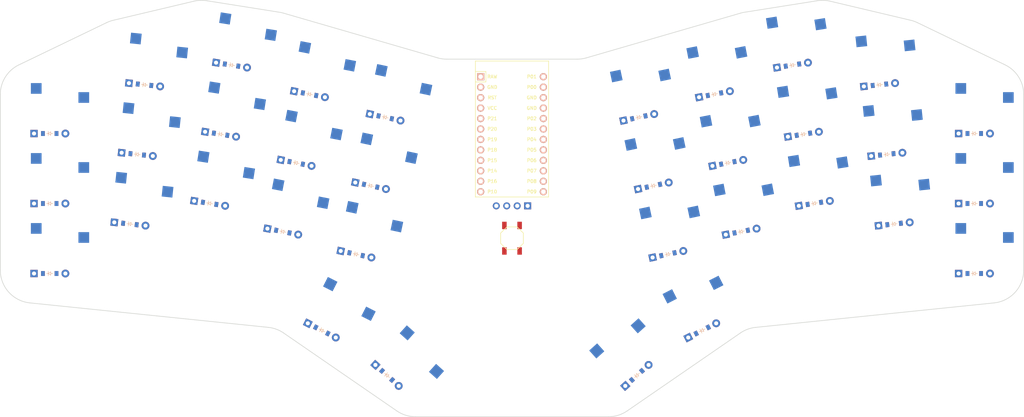
<source format=kicad_pcb>


(kicad_pcb (version 20171130) (host pcbnew 5.1.6)

  (page A3)
  (title_block
    (title "unisweep")
    (rev "v1.0.0")
    (company "Unknown")
  )

  (general
    (thickness 1.6)
  )

  (layers
    (0 F.Cu signal)
    (31 B.Cu signal)
    (32 B.Adhes user)
    (33 F.Adhes user)
    (34 B.Paste user)
    (35 F.Paste user)
    (36 B.SilkS user)
    (37 F.SilkS user)
    (38 B.Mask user)
    (39 F.Mask user)
    (40 Dwgs.User user)
    (41 Cmts.User user)
    (42 Eco1.User user)
    (43 Eco2.User user)
    (44 Edge.Cuts user)
    (45 Margin user)
    (46 B.CrtYd user)
    (47 F.CrtYd user)
    (48 B.Fab user)
    (49 F.Fab user)
  )

  (setup
    (last_trace_width 0.25)
    (trace_clearance 0.2)
    (zone_clearance 0.508)
    (zone_45_only no)
    (trace_min 0.2)
    (via_size 0.8)
    (via_drill 0.4)
    (via_min_size 0.4)
    (via_min_drill 0.3)
    (uvia_size 0.3)
    (uvia_drill 0.1)
    (uvias_allowed no)
    (uvia_min_size 0.2)
    (uvia_min_drill 0.1)
    (edge_width 0.05)
    (segment_width 0.2)
    (pcb_text_width 0.3)
    (pcb_text_size 1.5 1.5)
    (mod_edge_width 0.12)
    (mod_text_size 1 1)
    (mod_text_width 0.15)
    (pad_size 1.524 1.524)
    (pad_drill 0.762)
    (pad_to_mask_clearance 0.05)
    (aux_axis_origin 0 0)
    (visible_elements FFFFFF7F)
    (pcbplotparams
      (layerselection 0x010fc_ffffffff)
      (usegerberextensions false)
      (usegerberattributes true)
      (usegerberadvancedattributes true)
      (creategerberjobfile true)
      (excludeedgelayer true)
      (linewidth 0.100000)
      (plotframeref false)
      (viasonmask false)
      (mode 1)
      (useauxorigin false)
      (hpglpennumber 1)
      (hpglpenspeed 20)
      (hpglpendiameter 15.000000)
      (psnegative false)
      (psa4output false)
      (plotreference true)
      (plotvalue true)
      (plotinvisibletext false)
      (padsonsilk false)
      (subtractmaskfromsilk false)
      (outputformat 1)
      (mirror false)
      (drillshape 1)
      (scaleselection 1)
      (outputdirectory ""))
  )

  (net 0 "")
(net 1 "P14")
(net 2 "pinky_bottom")
(net 3 "pinky_home")
(net 4 "pinky_top")
(net 5 "P16")
(net 6 "ring_bottom")
(net 7 "ring_home")
(net 8 "ring_top")
(net 9 "P10")
(net 10 "middle_bottom")
(net 11 "middle_home")
(net 12 "middle_top")
(net 13 "P8")
(net 14 "index_bottom")
(net 15 "index_home")
(net 16 "index_top")
(net 17 "P9")
(net 18 "inner_bottom")
(net 19 "inner_home")
(net 20 "inner_top")
(net 21 "left_onerow")
(net 22 "right_onerow")
(net 23 "mirror_pinky_bottom")
(net 24 "mirror_pinky_home")
(net 25 "mirror_pinky_top")
(net 26 "mirror_ring_bottom")
(net 27 "mirror_ring_home")
(net 28 "mirror_ring_top")
(net 29 "mirror_middle_bottom")
(net 30 "mirror_middle_home")
(net 31 "mirror_middle_top")
(net 32 "mirror_index_bottom")
(net 33 "mirror_index_home")
(net 34 "mirror_index_top")
(net 35 "mirror_inner_bottom")
(net 36 "mirror_inner_home")
(net 37 "mirror_inner_top")
(net 38 "mirror_left_onerow")
(net 39 "mirror_right_onerow")
(net 40 "P18")
(net 41 "P19")
(net 42 "P20")
(net 43 "P15")
(net 44 "P6")
(net 45 "P5")
(net 46 "P4")
(net 47 "P7")
(net 48 "RAW")
(net 49 "GND")
(net 50 "RST")
(net 51 "VCC")
(net 52 "P21")
(net 53 "P1")
(net 54 "P0")
(net 55 "P2")
(net 56 "P3")

  (net_class Default "This is the default net class."
    (clearance 0.2)
    (trace_width 0.25)
    (via_dia 0.8)
    (via_drill 0.4)
    (uvia_dia 0.3)
    (uvia_drill 0.1)
    (add_net "")
(add_net "P14")
(add_net "pinky_bottom")
(add_net "pinky_home")
(add_net "pinky_top")
(add_net "P16")
(add_net "ring_bottom")
(add_net "ring_home")
(add_net "ring_top")
(add_net "P10")
(add_net "middle_bottom")
(add_net "middle_home")
(add_net "middle_top")
(add_net "P8")
(add_net "index_bottom")
(add_net "index_home")
(add_net "index_top")
(add_net "P9")
(add_net "inner_bottom")
(add_net "inner_home")
(add_net "inner_top")
(add_net "left_onerow")
(add_net "right_onerow")
(add_net "mirror_pinky_bottom")
(add_net "mirror_pinky_home")
(add_net "mirror_pinky_top")
(add_net "mirror_ring_bottom")
(add_net "mirror_ring_home")
(add_net "mirror_ring_top")
(add_net "mirror_middle_bottom")
(add_net "mirror_middle_home")
(add_net "mirror_middle_top")
(add_net "mirror_index_bottom")
(add_net "mirror_index_home")
(add_net "mirror_index_top")
(add_net "mirror_inner_bottom")
(add_net "mirror_inner_home")
(add_net "mirror_inner_top")
(add_net "mirror_left_onerow")
(add_net "mirror_right_onerow")
(add_net "P18")
(add_net "P19")
(add_net "P20")
(add_net "P15")
(add_net "P6")
(add_net "P5")
(add_net "P4")
(add_net "P7")
(add_net "RAW")
(add_net "GND")
(add_net "RST")
(add_net "VCC")
(add_net "P21")
(add_net "P1")
(add_net "P0")
(add_net "P2")
(add_net "P3")
  )

  
        
      (module PG1350 (layer F.Cu) (tedit 5DD50112)
      (at 100 100 0)

      
      (fp_text reference "S1" (at 0 0) (layer F.SilkS) hide (effects (font (size 1.27 1.27) (thickness 0.15))))
      (fp_text value "" (at 0 0) (layer F.SilkS) hide (effects (font (size 1.27 1.27) (thickness 0.15))))

      
      (fp_line (start -7 -6) (end -7 -7) (layer Dwgs.User) (width 0.15))
      (fp_line (start -7 7) (end -6 7) (layer Dwgs.User) (width 0.15))
      (fp_line (start -6 -7) (end -7 -7) (layer Dwgs.User) (width 0.15))
      (fp_line (start -7 7) (end -7 6) (layer Dwgs.User) (width 0.15))
      (fp_line (start 7 6) (end 7 7) (layer Dwgs.User) (width 0.15))
      (fp_line (start 7 -7) (end 6 -7) (layer Dwgs.User) (width 0.15))
      (fp_line (start 6 7) (end 7 7) (layer Dwgs.User) (width 0.15))
      (fp_line (start 7 -7) (end 7 -6) (layer Dwgs.User) (width 0.15))      
      
      
      (pad "" np_thru_hole circle (at 0 0) (size 3.429 3.429) (drill 3.429) (layers *.Cu *.Mask))
        
      
      (pad "" np_thru_hole circle (at 5.5 0) (size 1.7018 1.7018) (drill 1.7018) (layers *.Cu *.Mask))
      (pad "" np_thru_hole circle (at -5.5 0) (size 1.7018 1.7018) (drill 1.7018) (layers *.Cu *.Mask))
      
        
      
      (fp_line (start -9 -8.5) (end 9 -8.5) (layer Dwgs.User) (width 0.15))
      (fp_line (start 9 -8.5) (end 9 8.5) (layer Dwgs.User) (width 0.15))
      (fp_line (start 9 8.5) (end -9 8.5) (layer Dwgs.User) (width 0.15))
      (fp_line (start -9 8.5) (end -9 -8.5) (layer Dwgs.User) (width 0.15))
      
        
          
          (pad "" np_thru_hole circle (at 5 -3.75) (size 3 3) (drill 3) (layers *.Cu *.Mask))
          (pad "" np_thru_hole circle (at 0 -5.95) (size 3 3) (drill 3) (layers *.Cu *.Mask))
      
          
          (pad 1 smd rect (at -3.275 -5.95 0) (size 2.6 2.6) (layers B.Cu B.Paste B.Mask)  (net 1 "P14"))
          (pad 2 smd rect (at 8.275 -3.75 0) (size 2.6 2.6) (layers B.Cu B.Paste B.Mask)  (net 2 "pinky_bottom"))
        )
        

        
      (module PG1350 (layer F.Cu) (tedit 5DD50112)
      (at 100 83 0)

      
      (fp_text reference "S2" (at 0 0) (layer F.SilkS) hide (effects (font (size 1.27 1.27) (thickness 0.15))))
      (fp_text value "" (at 0 0) (layer F.SilkS) hide (effects (font (size 1.27 1.27) (thickness 0.15))))

      
      (fp_line (start -7 -6) (end -7 -7) (layer Dwgs.User) (width 0.15))
      (fp_line (start -7 7) (end -6 7) (layer Dwgs.User) (width 0.15))
      (fp_line (start -6 -7) (end -7 -7) (layer Dwgs.User) (width 0.15))
      (fp_line (start -7 7) (end -7 6) (layer Dwgs.User) (width 0.15))
      (fp_line (start 7 6) (end 7 7) (layer Dwgs.User) (width 0.15))
      (fp_line (start 7 -7) (end 6 -7) (layer Dwgs.User) (width 0.15))
      (fp_line (start 6 7) (end 7 7) (layer Dwgs.User) (width 0.15))
      (fp_line (start 7 -7) (end 7 -6) (layer Dwgs.User) (width 0.15))      
      
      
      (pad "" np_thru_hole circle (at 0 0) (size 3.429 3.429) (drill 3.429) (layers *.Cu *.Mask))
        
      
      (pad "" np_thru_hole circle (at 5.5 0) (size 1.7018 1.7018) (drill 1.7018) (layers *.Cu *.Mask))
      (pad "" np_thru_hole circle (at -5.5 0) (size 1.7018 1.7018) (drill 1.7018) (layers *.Cu *.Mask))
      
        
      
      (fp_line (start -9 -8.5) (end 9 -8.5) (layer Dwgs.User) (width 0.15))
      (fp_line (start 9 -8.5) (end 9 8.5) (layer Dwgs.User) (width 0.15))
      (fp_line (start 9 8.5) (end -9 8.5) (layer Dwgs.User) (width 0.15))
      (fp_line (start -9 8.5) (end -9 -8.5) (layer Dwgs.User) (width 0.15))
      
        
          
          (pad "" np_thru_hole circle (at 5 -3.75) (size 3 3) (drill 3) (layers *.Cu *.Mask))
          (pad "" np_thru_hole circle (at 0 -5.95) (size 3 3) (drill 3) (layers *.Cu *.Mask))
      
          
          (pad 1 smd rect (at -3.275 -5.95 0) (size 2.6 2.6) (layers B.Cu B.Paste B.Mask)  (net 1 "P14"))
          (pad 2 smd rect (at 8.275 -3.75 0) (size 2.6 2.6) (layers B.Cu B.Paste B.Mask)  (net 3 "pinky_home"))
        )
        

        
      (module PG1350 (layer F.Cu) (tedit 5DD50112)
      (at 100 66 0)

      
      (fp_text reference "S3" (at 0 0) (layer F.SilkS) hide (effects (font (size 1.27 1.27) (thickness 0.15))))
      (fp_text value "" (at 0 0) (layer F.SilkS) hide (effects (font (size 1.27 1.27) (thickness 0.15))))

      
      (fp_line (start -7 -6) (end -7 -7) (layer Dwgs.User) (width 0.15))
      (fp_line (start -7 7) (end -6 7) (layer Dwgs.User) (width 0.15))
      (fp_line (start -6 -7) (end -7 -7) (layer Dwgs.User) (width 0.15))
      (fp_line (start -7 7) (end -7 6) (layer Dwgs.User) (width 0.15))
      (fp_line (start 7 6) (end 7 7) (layer Dwgs.User) (width 0.15))
      (fp_line (start 7 -7) (end 6 -7) (layer Dwgs.User) (width 0.15))
      (fp_line (start 6 7) (end 7 7) (layer Dwgs.User) (width 0.15))
      (fp_line (start 7 -7) (end 7 -6) (layer Dwgs.User) (width 0.15))      
      
      
      (pad "" np_thru_hole circle (at 0 0) (size 3.429 3.429) (drill 3.429) (layers *.Cu *.Mask))
        
      
      (pad "" np_thru_hole circle (at 5.5 0) (size 1.7018 1.7018) (drill 1.7018) (layers *.Cu *.Mask))
      (pad "" np_thru_hole circle (at -5.5 0) (size 1.7018 1.7018) (drill 1.7018) (layers *.Cu *.Mask))
      
        
      
      (fp_line (start -9 -8.5) (end 9 -8.5) (layer Dwgs.User) (width 0.15))
      (fp_line (start 9 -8.5) (end 9 8.5) (layer Dwgs.User) (width 0.15))
      (fp_line (start 9 8.5) (end -9 8.5) (layer Dwgs.User) (width 0.15))
      (fp_line (start -9 8.5) (end -9 -8.5) (layer Dwgs.User) (width 0.15))
      
        
          
          (pad "" np_thru_hole circle (at 5 -3.75) (size 3 3) (drill 3) (layers *.Cu *.Mask))
          (pad "" np_thru_hole circle (at 0 -5.95) (size 3 3) (drill 3) (layers *.Cu *.Mask))
      
          
          (pad 1 smd rect (at -3.275 -5.95 0) (size 2.6 2.6) (layers B.Cu B.Paste B.Mask)  (net 1 "P14"))
          (pad 2 smd rect (at 8.275 -3.75 0) (size 2.6 2.6) (layers B.Cu B.Paste B.Mask)  (net 4 "pinky_top"))
        )
        

        
      (module PG1350 (layer F.Cu) (tedit 5DD50112)
      (at 120 88 -6)

      
      (fp_text reference "S4" (at 0 0) (layer F.SilkS) hide (effects (font (size 1.27 1.27) (thickness 0.15))))
      (fp_text value "" (at 0 0) (layer F.SilkS) hide (effects (font (size 1.27 1.27) (thickness 0.15))))

      
      (fp_line (start -7 -6) (end -7 -7) (layer Dwgs.User) (width 0.15))
      (fp_line (start -7 7) (end -6 7) (layer Dwgs.User) (width 0.15))
      (fp_line (start -6 -7) (end -7 -7) (layer Dwgs.User) (width 0.15))
      (fp_line (start -7 7) (end -7 6) (layer Dwgs.User) (width 0.15))
      (fp_line (start 7 6) (end 7 7) (layer Dwgs.User) (width 0.15))
      (fp_line (start 7 -7) (end 6 -7) (layer Dwgs.User) (width 0.15))
      (fp_line (start 6 7) (end 7 7) (layer Dwgs.User) (width 0.15))
      (fp_line (start 7 -7) (end 7 -6) (layer Dwgs.User) (width 0.15))      
      
      
      (pad "" np_thru_hole circle (at 0 0) (size 3.429 3.429) (drill 3.429) (layers *.Cu *.Mask))
        
      
      (pad "" np_thru_hole circle (at 5.5 0) (size 1.7018 1.7018) (drill 1.7018) (layers *.Cu *.Mask))
      (pad "" np_thru_hole circle (at -5.5 0) (size 1.7018 1.7018) (drill 1.7018) (layers *.Cu *.Mask))
      
        
      
      (fp_line (start -9 -8.5) (end 9 -8.5) (layer Dwgs.User) (width 0.15))
      (fp_line (start 9 -8.5) (end 9 8.5) (layer Dwgs.User) (width 0.15))
      (fp_line (start 9 8.5) (end -9 8.5) (layer Dwgs.User) (width 0.15))
      (fp_line (start -9 8.5) (end -9 -8.5) (layer Dwgs.User) (width 0.15))
      
        
          
          (pad "" np_thru_hole circle (at 5 -3.75) (size 3 3) (drill 3) (layers *.Cu *.Mask))
          (pad "" np_thru_hole circle (at 0 -5.95) (size 3 3) (drill 3) (layers *.Cu *.Mask))
      
          
          (pad 1 smd rect (at -3.275 -5.95 -6) (size 2.6 2.6) (layers B.Cu B.Paste B.Mask)  (net 5 "P16"))
          (pad 2 smd rect (at 8.275 -3.75 -6) (size 2.6 2.6) (layers B.Cu B.Paste B.Mask)  (net 6 "ring_bottom"))
        )
        

        
      (module PG1350 (layer F.Cu) (tedit 5DD50112)
      (at 121.7769839 71.0931278 -6)

      
      (fp_text reference "S5" (at 0 0) (layer F.SilkS) hide (effects (font (size 1.27 1.27) (thickness 0.15))))
      (fp_text value "" (at 0 0) (layer F.SilkS) hide (effects (font (size 1.27 1.27) (thickness 0.15))))

      
      (fp_line (start -7 -6) (end -7 -7) (layer Dwgs.User) (width 0.15))
      (fp_line (start -7 7) (end -6 7) (layer Dwgs.User) (width 0.15))
      (fp_line (start -6 -7) (end -7 -7) (layer Dwgs.User) (width 0.15))
      (fp_line (start -7 7) (end -7 6) (layer Dwgs.User) (width 0.15))
      (fp_line (start 7 6) (end 7 7) (layer Dwgs.User) (width 0.15))
      (fp_line (start 7 -7) (end 6 -7) (layer Dwgs.User) (width 0.15))
      (fp_line (start 6 7) (end 7 7) (layer Dwgs.User) (width 0.15))
      (fp_line (start 7 -7) (end 7 -6) (layer Dwgs.User) (width 0.15))      
      
      
      (pad "" np_thru_hole circle (at 0 0) (size 3.429 3.429) (drill 3.429) (layers *.Cu *.Mask))
        
      
      (pad "" np_thru_hole circle (at 5.5 0) (size 1.7018 1.7018) (drill 1.7018) (layers *.Cu *.Mask))
      (pad "" np_thru_hole circle (at -5.5 0) (size 1.7018 1.7018) (drill 1.7018) (layers *.Cu *.Mask))
      
        
      
      (fp_line (start -9 -8.5) (end 9 -8.5) (layer Dwgs.User) (width 0.15))
      (fp_line (start 9 -8.5) (end 9 8.5) (layer Dwgs.User) (width 0.15))
      (fp_line (start 9 8.5) (end -9 8.5) (layer Dwgs.User) (width 0.15))
      (fp_line (start -9 8.5) (end -9 -8.5) (layer Dwgs.User) (width 0.15))
      
        
          
          (pad "" np_thru_hole circle (at 5 -3.75) (size 3 3) (drill 3) (layers *.Cu *.Mask))
          (pad "" np_thru_hole circle (at 0 -5.95) (size 3 3) (drill 3) (layers *.Cu *.Mask))
      
          
          (pad 1 smd rect (at -3.275 -5.95 -6) (size 2.6 2.6) (layers B.Cu B.Paste B.Mask)  (net 5 "P16"))
          (pad 2 smd rect (at 8.275 -3.75 -6) (size 2.6 2.6) (layers B.Cu B.Paste B.Mask)  (net 7 "ring_home"))
        )
        

        
      (module PG1350 (layer F.Cu) (tedit 5DD50112)
      (at 123.55396780000001 54.18625560000001 -6)

      
      (fp_text reference "S6" (at 0 0) (layer F.SilkS) hide (effects (font (size 1.27 1.27) (thickness 0.15))))
      (fp_text value "" (at 0 0) (layer F.SilkS) hide (effects (font (size 1.27 1.27) (thickness 0.15))))

      
      (fp_line (start -7 -6) (end -7 -7) (layer Dwgs.User) (width 0.15))
      (fp_line (start -7 7) (end -6 7) (layer Dwgs.User) (width 0.15))
      (fp_line (start -6 -7) (end -7 -7) (layer Dwgs.User) (width 0.15))
      (fp_line (start -7 7) (end -7 6) (layer Dwgs.User) (width 0.15))
      (fp_line (start 7 6) (end 7 7) (layer Dwgs.User) (width 0.15))
      (fp_line (start 7 -7) (end 6 -7) (layer Dwgs.User) (width 0.15))
      (fp_line (start 6 7) (end 7 7) (layer Dwgs.User) (width 0.15))
      (fp_line (start 7 -7) (end 7 -6) (layer Dwgs.User) (width 0.15))      
      
      
      (pad "" np_thru_hole circle (at 0 0) (size 3.429 3.429) (drill 3.429) (layers *.Cu *.Mask))
        
      
      (pad "" np_thru_hole circle (at 5.5 0) (size 1.7018 1.7018) (drill 1.7018) (layers *.Cu *.Mask))
      (pad "" np_thru_hole circle (at -5.5 0) (size 1.7018 1.7018) (drill 1.7018) (layers *.Cu *.Mask))
      
        
      
      (fp_line (start -9 -8.5) (end 9 -8.5) (layer Dwgs.User) (width 0.15))
      (fp_line (start 9 -8.5) (end 9 8.5) (layer Dwgs.User) (width 0.15))
      (fp_line (start 9 8.5) (end -9 8.5) (layer Dwgs.User) (width 0.15))
      (fp_line (start -9 8.5) (end -9 -8.5) (layer Dwgs.User) (width 0.15))
      
        
          
          (pad "" np_thru_hole circle (at 5 -3.75) (size 3 3) (drill 3) (layers *.Cu *.Mask))
          (pad "" np_thru_hole circle (at 0 -5.95) (size 3 3) (drill 3) (layers *.Cu *.Mask))
      
          
          (pad 1 smd rect (at -3.275 -5.95 -6) (size 2.6 2.6) (layers B.Cu B.Paste B.Mask)  (net 5 "P16"))
          (pad 2 smd rect (at 8.275 -3.75 -6) (size 2.6 2.6) (layers B.Cu B.Paste B.Mask)  (net 8 "ring_top"))
        )
        

        
      (module PG1350 (layer F.Cu) (tedit 5DD50112)
      (at 139.6276153 83.0243875 -9)

      
      (fp_text reference "S7" (at 0 0) (layer F.SilkS) hide (effects (font (size 1.27 1.27) (thickness 0.15))))
      (fp_text value "" (at 0 0) (layer F.SilkS) hide (effects (font (size 1.27 1.27) (thickness 0.15))))

      
      (fp_line (start -7 -6) (end -7 -7) (layer Dwgs.User) (width 0.15))
      (fp_line (start -7 7) (end -6 7) (layer Dwgs.User) (width 0.15))
      (fp_line (start -6 -7) (end -7 -7) (layer Dwgs.User) (width 0.15))
      (fp_line (start -7 7) (end -7 6) (layer Dwgs.User) (width 0.15))
      (fp_line (start 7 6) (end 7 7) (layer Dwgs.User) (width 0.15))
      (fp_line (start 7 -7) (end 6 -7) (layer Dwgs.User) (width 0.15))
      (fp_line (start 6 7) (end 7 7) (layer Dwgs.User) (width 0.15))
      (fp_line (start 7 -7) (end 7 -6) (layer Dwgs.User) (width 0.15))      
      
      
      (pad "" np_thru_hole circle (at 0 0) (size 3.429 3.429) (drill 3.429) (layers *.Cu *.Mask))
        
      
      (pad "" np_thru_hole circle (at 5.5 0) (size 1.7018 1.7018) (drill 1.7018) (layers *.Cu *.Mask))
      (pad "" np_thru_hole circle (at -5.5 0) (size 1.7018 1.7018) (drill 1.7018) (layers *.Cu *.Mask))
      
        
      
      (fp_line (start -9 -8.5) (end 9 -8.5) (layer Dwgs.User) (width 0.15))
      (fp_line (start 9 -8.5) (end 9 8.5) (layer Dwgs.User) (width 0.15))
      (fp_line (start 9 8.5) (end -9 8.5) (layer Dwgs.User) (width 0.15))
      (fp_line (start -9 8.5) (end -9 -8.5) (layer Dwgs.User) (width 0.15))
      
        
          
          (pad "" np_thru_hole circle (at 5 -3.75) (size 3 3) (drill 3) (layers *.Cu *.Mask))
          (pad "" np_thru_hole circle (at 0 -5.95) (size 3 3) (drill 3) (layers *.Cu *.Mask))
      
          
          (pad 1 smd rect (at -3.275 -5.95 -9) (size 2.6 2.6) (layers B.Cu B.Paste B.Mask)  (net 9 "P10"))
          (pad 2 smd rect (at 8.275 -3.75 -9) (size 2.6 2.6) (layers B.Cu B.Paste B.Mask)  (net 10 "middle_bottom"))
        )
        

        
      (module PG1350 (layer F.Cu) (tedit 5DD50112)
      (at 142.2870012 66.2336857 -9)

      
      (fp_text reference "S8" (at 0 0) (layer F.SilkS) hide (effects (font (size 1.27 1.27) (thickness 0.15))))
      (fp_text value "" (at 0 0) (layer F.SilkS) hide (effects (font (size 1.27 1.27) (thickness 0.15))))

      
      (fp_line (start -7 -6) (end -7 -7) (layer Dwgs.User) (width 0.15))
      (fp_line (start -7 7) (end -6 7) (layer Dwgs.User) (width 0.15))
      (fp_line (start -6 -7) (end -7 -7) (layer Dwgs.User) (width 0.15))
      (fp_line (start -7 7) (end -7 6) (layer Dwgs.User) (width 0.15))
      (fp_line (start 7 6) (end 7 7) (layer Dwgs.User) (width 0.15))
      (fp_line (start 7 -7) (end 6 -7) (layer Dwgs.User) (width 0.15))
      (fp_line (start 6 7) (end 7 7) (layer Dwgs.User) (width 0.15))
      (fp_line (start 7 -7) (end 7 -6) (layer Dwgs.User) (width 0.15))      
      
      
      (pad "" np_thru_hole circle (at 0 0) (size 3.429 3.429) (drill 3.429) (layers *.Cu *.Mask))
        
      
      (pad "" np_thru_hole circle (at 5.5 0) (size 1.7018 1.7018) (drill 1.7018) (layers *.Cu *.Mask))
      (pad "" np_thru_hole circle (at -5.5 0) (size 1.7018 1.7018) (drill 1.7018) (layers *.Cu *.Mask))
      
        
      
      (fp_line (start -9 -8.5) (end 9 -8.5) (layer Dwgs.User) (width 0.15))
      (fp_line (start 9 -8.5) (end 9 8.5) (layer Dwgs.User) (width 0.15))
      (fp_line (start 9 8.5) (end -9 8.5) (layer Dwgs.User) (width 0.15))
      (fp_line (start -9 8.5) (end -9 -8.5) (layer Dwgs.User) (width 0.15))
      
        
          
          (pad "" np_thru_hole circle (at 5 -3.75) (size 3 3) (drill 3) (layers *.Cu *.Mask))
          (pad "" np_thru_hole circle (at 0 -5.95) (size 3 3) (drill 3) (layers *.Cu *.Mask))
      
          
          (pad 1 smd rect (at -3.275 -5.95 -9) (size 2.6 2.6) (layers B.Cu B.Paste B.Mask)  (net 9 "P10"))
          (pad 2 smd rect (at 8.275 -3.75 -9) (size 2.6 2.6) (layers B.Cu B.Paste B.Mask)  (net 11 "middle_home"))
        )
        

        
      (module PG1350 (layer F.Cu) (tedit 5DD50112)
      (at 144.94638709999998 49.442983899999994 -9)

      
      (fp_text reference "S9" (at 0 0) (layer F.SilkS) hide (effects (font (size 1.27 1.27) (thickness 0.15))))
      (fp_text value "" (at 0 0) (layer F.SilkS) hide (effects (font (size 1.27 1.27) (thickness 0.15))))

      
      (fp_line (start -7 -6) (end -7 -7) (layer Dwgs.User) (width 0.15))
      (fp_line (start -7 7) (end -6 7) (layer Dwgs.User) (width 0.15))
      (fp_line (start -6 -7) (end -7 -7) (layer Dwgs.User) (width 0.15))
      (fp_line (start -7 7) (end -7 6) (layer Dwgs.User) (width 0.15))
      (fp_line (start 7 6) (end 7 7) (layer Dwgs.User) (width 0.15))
      (fp_line (start 7 -7) (end 6 -7) (layer Dwgs.User) (width 0.15))
      (fp_line (start 6 7) (end 7 7) (layer Dwgs.User) (width 0.15))
      (fp_line (start 7 -7) (end 7 -6) (layer Dwgs.User) (width 0.15))      
      
      
      (pad "" np_thru_hole circle (at 0 0) (size 3.429 3.429) (drill 3.429) (layers *.Cu *.Mask))
        
      
      (pad "" np_thru_hole circle (at 5.5 0) (size 1.7018 1.7018) (drill 1.7018) (layers *.Cu *.Mask))
      (pad "" np_thru_hole circle (at -5.5 0) (size 1.7018 1.7018) (drill 1.7018) (layers *.Cu *.Mask))
      
        
      
      (fp_line (start -9 -8.5) (end 9 -8.5) (layer Dwgs.User) (width 0.15))
      (fp_line (start 9 -8.5) (end 9 8.5) (layer Dwgs.User) (width 0.15))
      (fp_line (start 9 8.5) (end -9 8.5) (layer Dwgs.User) (width 0.15))
      (fp_line (start -9 8.5) (end -9 -8.5) (layer Dwgs.User) (width 0.15))
      
        
          
          (pad "" np_thru_hole circle (at 5 -3.75) (size 3 3) (drill 3) (layers *.Cu *.Mask))
          (pad "" np_thru_hole circle (at 0 -5.95) (size 3 3) (drill 3) (layers *.Cu *.Mask))
      
          
          (pad 1 smd rect (at -3.275 -5.95 -9) (size 2.6 2.6) (layers B.Cu B.Paste B.Mask)  (net 9 "P10"))
          (pad 2 smd rect (at 8.275 -3.75 -9) (size 2.6 2.6) (layers B.Cu B.Paste B.Mask)  (net 12 "middle_top"))
        )
        

        
      (module PG1350 (layer F.Cu) (tedit 5DD50112)
      (at 157.5704182 89.9161088 -11)

      
      (fp_text reference "S10" (at 0 0) (layer F.SilkS) hide (effects (font (size 1.27 1.27) (thickness 0.15))))
      (fp_text value "" (at 0 0) (layer F.SilkS) hide (effects (font (size 1.27 1.27) (thickness 0.15))))

      
      (fp_line (start -7 -6) (end -7 -7) (layer Dwgs.User) (width 0.15))
      (fp_line (start -7 7) (end -6 7) (layer Dwgs.User) (width 0.15))
      (fp_line (start -6 -7) (end -7 -7) (layer Dwgs.User) (width 0.15))
      (fp_line (start -7 7) (end -7 6) (layer Dwgs.User) (width 0.15))
      (fp_line (start 7 6) (end 7 7) (layer Dwgs.User) (width 0.15))
      (fp_line (start 7 -7) (end 6 -7) (layer Dwgs.User) (width 0.15))
      (fp_line (start 6 7) (end 7 7) (layer Dwgs.User) (width 0.15))
      (fp_line (start 7 -7) (end 7 -6) (layer Dwgs.User) (width 0.15))      
      
      
      (pad "" np_thru_hole circle (at 0 0) (size 3.429 3.429) (drill 3.429) (layers *.Cu *.Mask))
        
      
      (pad "" np_thru_hole circle (at 5.5 0) (size 1.7018 1.7018) (drill 1.7018) (layers *.Cu *.Mask))
      (pad "" np_thru_hole circle (at -5.5 0) (size 1.7018 1.7018) (drill 1.7018) (layers *.Cu *.Mask))
      
        
      
      (fp_line (start -9 -8.5) (end 9 -8.5) (layer Dwgs.User) (width 0.15))
      (fp_line (start 9 -8.5) (end 9 8.5) (layer Dwgs.User) (width 0.15))
      (fp_line (start 9 8.5) (end -9 8.5) (layer Dwgs.User) (width 0.15))
      (fp_line (start -9 8.5) (end -9 -8.5) (layer Dwgs.User) (width 0.15))
      
        
          
          (pad "" np_thru_hole circle (at 5 -3.75) (size 3 3) (drill 3) (layers *.Cu *.Mask))
          (pad "" np_thru_hole circle (at 0 -5.95) (size 3 3) (drill 3) (layers *.Cu *.Mask))
      
          
          (pad 1 smd rect (at -3.275 -5.95 -11) (size 2.6 2.6) (layers B.Cu B.Paste B.Mask)  (net 13 "P8"))
          (pad 2 smd rect (at 8.275 -3.75 -11) (size 2.6 2.6) (layers B.Cu B.Paste B.Mask)  (net 14 "index_bottom"))
        )
        

        
      (module PG1350 (layer F.Cu) (tedit 5DD50112)
      (at 160.8141711 73.2284467 -11)

      
      (fp_text reference "S11" (at 0 0) (layer F.SilkS) hide (effects (font (size 1.27 1.27) (thickness 0.15))))
      (fp_text value "" (at 0 0) (layer F.SilkS) hide (effects (font (size 1.27 1.27) (thickness 0.15))))

      
      (fp_line (start -7 -6) (end -7 -7) (layer Dwgs.User) (width 0.15))
      (fp_line (start -7 7) (end -6 7) (layer Dwgs.User) (width 0.15))
      (fp_line (start -6 -7) (end -7 -7) (layer Dwgs.User) (width 0.15))
      (fp_line (start -7 7) (end -7 6) (layer Dwgs.User) (width 0.15))
      (fp_line (start 7 6) (end 7 7) (layer Dwgs.User) (width 0.15))
      (fp_line (start 7 -7) (end 6 -7) (layer Dwgs.User) (width 0.15))
      (fp_line (start 6 7) (end 7 7) (layer Dwgs.User) (width 0.15))
      (fp_line (start 7 -7) (end 7 -6) (layer Dwgs.User) (width 0.15))      
      
      
      (pad "" np_thru_hole circle (at 0 0) (size 3.429 3.429) (drill 3.429) (layers *.Cu *.Mask))
        
      
      (pad "" np_thru_hole circle (at 5.5 0) (size 1.7018 1.7018) (drill 1.7018) (layers *.Cu *.Mask))
      (pad "" np_thru_hole circle (at -5.5 0) (size 1.7018 1.7018) (drill 1.7018) (layers *.Cu *.Mask))
      
        
      
      (fp_line (start -9 -8.5) (end 9 -8.5) (layer Dwgs.User) (width 0.15))
      (fp_line (start 9 -8.5) (end 9 8.5) (layer Dwgs.User) (width 0.15))
      (fp_line (start 9 8.5) (end -9 8.5) (layer Dwgs.User) (width 0.15))
      (fp_line (start -9 8.5) (end -9 -8.5) (layer Dwgs.User) (width 0.15))
      
        
          
          (pad "" np_thru_hole circle (at 5 -3.75) (size 3 3) (drill 3) (layers *.Cu *.Mask))
          (pad "" np_thru_hole circle (at 0 -5.95) (size 3 3) (drill 3) (layers *.Cu *.Mask))
      
          
          (pad 1 smd rect (at -3.275 -5.95 -11) (size 2.6 2.6) (layers B.Cu B.Paste B.Mask)  (net 13 "P8"))
          (pad 2 smd rect (at 8.275 -3.75 -11) (size 2.6 2.6) (layers B.Cu B.Paste B.Mask)  (net 15 "index_home"))
        )
        

        
      (module PG1350 (layer F.Cu) (tedit 5DD50112)
      (at 164.057924 56.54078460000001 -11)

      
      (fp_text reference "S12" (at 0 0) (layer F.SilkS) hide (effects (font (size 1.27 1.27) (thickness 0.15))))
      (fp_text value "" (at 0 0) (layer F.SilkS) hide (effects (font (size 1.27 1.27) (thickness 0.15))))

      
      (fp_line (start -7 -6) (end -7 -7) (layer Dwgs.User) (width 0.15))
      (fp_line (start -7 7) (end -6 7) (layer Dwgs.User) (width 0.15))
      (fp_line (start -6 -7) (end -7 -7) (layer Dwgs.User) (width 0.15))
      (fp_line (start -7 7) (end -7 6) (layer Dwgs.User) (width 0.15))
      (fp_line (start 7 6) (end 7 7) (layer Dwgs.User) (width 0.15))
      (fp_line (start 7 -7) (end 6 -7) (layer Dwgs.User) (width 0.15))
      (fp_line (start 6 7) (end 7 7) (layer Dwgs.User) (width 0.15))
      (fp_line (start 7 -7) (end 7 -6) (layer Dwgs.User) (width 0.15))      
      
      
      (pad "" np_thru_hole circle (at 0 0) (size 3.429 3.429) (drill 3.429) (layers *.Cu *.Mask))
        
      
      (pad "" np_thru_hole circle (at 5.5 0) (size 1.7018 1.7018) (drill 1.7018) (layers *.Cu *.Mask))
      (pad "" np_thru_hole circle (at -5.5 0) (size 1.7018 1.7018) (drill 1.7018) (layers *.Cu *.Mask))
      
        
      
      (fp_line (start -9 -8.5) (end 9 -8.5) (layer Dwgs.User) (width 0.15))
      (fp_line (start 9 -8.5) (end 9 8.5) (layer Dwgs.User) (width 0.15))
      (fp_line (start 9 8.5) (end -9 8.5) (layer Dwgs.User) (width 0.15))
      (fp_line (start -9 8.5) (end -9 -8.5) (layer Dwgs.User) (width 0.15))
      
        
          
          (pad "" np_thru_hole circle (at 5 -3.75) (size 3 3) (drill 3) (layers *.Cu *.Mask))
          (pad "" np_thru_hole circle (at 0 -5.95) (size 3 3) (drill 3) (layers *.Cu *.Mask))
      
          
          (pad 1 smd rect (at -3.275 -5.95 -11) (size 2.6 2.6) (layers B.Cu B.Paste B.Mask)  (net 13 "P8"))
          (pad 2 smd rect (at 8.275 -3.75 -11) (size 2.6 2.6) (layers B.Cu B.Paste B.Mask)  (net 16 "index_top"))
        )
        

        
      (module PG1350 (layer F.Cu) (tedit 5DD50112)
      (at 175.44706580000002 95.4284104 -12)

      
      (fp_text reference "S13" (at 0 0) (layer F.SilkS) hide (effects (font (size 1.27 1.27) (thickness 0.15))))
      (fp_text value "" (at 0 0) (layer F.SilkS) hide (effects (font (size 1.27 1.27) (thickness 0.15))))

      
      (fp_line (start -7 -6) (end -7 -7) (layer Dwgs.User) (width 0.15))
      (fp_line (start -7 7) (end -6 7) (layer Dwgs.User) (width 0.15))
      (fp_line (start -6 -7) (end -7 -7) (layer Dwgs.User) (width 0.15))
      (fp_line (start -7 7) (end -7 6) (layer Dwgs.User) (width 0.15))
      (fp_line (start 7 6) (end 7 7) (layer Dwgs.User) (width 0.15))
      (fp_line (start 7 -7) (end 6 -7) (layer Dwgs.User) (width 0.15))
      (fp_line (start 6 7) (end 7 7) (layer Dwgs.User) (width 0.15))
      (fp_line (start 7 -7) (end 7 -6) (layer Dwgs.User) (width 0.15))      
      
      
      (pad "" np_thru_hole circle (at 0 0) (size 3.429 3.429) (drill 3.429) (layers *.Cu *.Mask))
        
      
      (pad "" np_thru_hole circle (at 5.5 0) (size 1.7018 1.7018) (drill 1.7018) (layers *.Cu *.Mask))
      (pad "" np_thru_hole circle (at -5.5 0) (size 1.7018 1.7018) (drill 1.7018) (layers *.Cu *.Mask))
      
        
      
      (fp_line (start -9 -8.5) (end 9 -8.5) (layer Dwgs.User) (width 0.15))
      (fp_line (start 9 -8.5) (end 9 8.5) (layer Dwgs.User) (width 0.15))
      (fp_line (start 9 8.5) (end -9 8.5) (layer Dwgs.User) (width 0.15))
      (fp_line (start -9 8.5) (end -9 -8.5) (layer Dwgs.User) (width 0.15))
      
        
          
          (pad "" np_thru_hole circle (at 5 -3.75) (size 3 3) (drill 3) (layers *.Cu *.Mask))
          (pad "" np_thru_hole circle (at 0 -5.95) (size 3 3) (drill 3) (layers *.Cu *.Mask))
      
          
          (pad 1 smd rect (at -3.275 -5.95 -12) (size 2.6 2.6) (layers B.Cu B.Paste B.Mask)  (net 17 "P9"))
          (pad 2 smd rect (at 8.275 -3.75 -12) (size 2.6 2.6) (layers B.Cu B.Paste B.Mask)  (net 18 "inner_bottom"))
        )
        

        
      (module PG1350 (layer F.Cu) (tedit 5DD50112)
      (at 178.98156450000002 78.79990120000001 -12)

      
      (fp_text reference "S14" (at 0 0) (layer F.SilkS) hide (effects (font (size 1.27 1.27) (thickness 0.15))))
      (fp_text value "" (at 0 0) (layer F.SilkS) hide (effects (font (size 1.27 1.27) (thickness 0.15))))

      
      (fp_line (start -7 -6) (end -7 -7) (layer Dwgs.User) (width 0.15))
      (fp_line (start -7 7) (end -6 7) (layer Dwgs.User) (width 0.15))
      (fp_line (start -6 -7) (end -7 -7) (layer Dwgs.User) (width 0.15))
      (fp_line (start -7 7) (end -7 6) (layer Dwgs.User) (width 0.15))
      (fp_line (start 7 6) (end 7 7) (layer Dwgs.User) (width 0.15))
      (fp_line (start 7 -7) (end 6 -7) (layer Dwgs.User) (width 0.15))
      (fp_line (start 6 7) (end 7 7) (layer Dwgs.User) (width 0.15))
      (fp_line (start 7 -7) (end 7 -6) (layer Dwgs.User) (width 0.15))      
      
      
      (pad "" np_thru_hole circle (at 0 0) (size 3.429 3.429) (drill 3.429) (layers *.Cu *.Mask))
        
      
      (pad "" np_thru_hole circle (at 5.5 0) (size 1.7018 1.7018) (drill 1.7018) (layers *.Cu *.Mask))
      (pad "" np_thru_hole circle (at -5.5 0) (size 1.7018 1.7018) (drill 1.7018) (layers *.Cu *.Mask))
      
        
      
      (fp_line (start -9 -8.5) (end 9 -8.5) (layer Dwgs.User) (width 0.15))
      (fp_line (start 9 -8.5) (end 9 8.5) (layer Dwgs.User) (width 0.15))
      (fp_line (start 9 8.5) (end -9 8.5) (layer Dwgs.User) (width 0.15))
      (fp_line (start -9 8.5) (end -9 -8.5) (layer Dwgs.User) (width 0.15))
      
        
          
          (pad "" np_thru_hole circle (at 5 -3.75) (size 3 3) (drill 3) (layers *.Cu *.Mask))
          (pad "" np_thru_hole circle (at 0 -5.95) (size 3 3) (drill 3) (layers *.Cu *.Mask))
      
          
          (pad 1 smd rect (at -3.275 -5.95 -12) (size 2.6 2.6) (layers B.Cu B.Paste B.Mask)  (net 17 "P9"))
          (pad 2 smd rect (at 8.275 -3.75 -12) (size 2.6 2.6) (layers B.Cu B.Paste B.Mask)  (net 19 "inner_home"))
        )
        

        
      (module PG1350 (layer F.Cu) (tedit 5DD50112)
      (at 182.51606320000002 62.17139200000001 -12)

      
      (fp_text reference "S15" (at 0 0) (layer F.SilkS) hide (effects (font (size 1.27 1.27) (thickness 0.15))))
      (fp_text value "" (at 0 0) (layer F.SilkS) hide (effects (font (size 1.27 1.27) (thickness 0.15))))

      
      (fp_line (start -7 -6) (end -7 -7) (layer Dwgs.User) (width 0.15))
      (fp_line (start -7 7) (end -6 7) (layer Dwgs.User) (width 0.15))
      (fp_line (start -6 -7) (end -7 -7) (layer Dwgs.User) (width 0.15))
      (fp_line (start -7 7) (end -7 6) (layer Dwgs.User) (width 0.15))
      (fp_line (start 7 6) (end 7 7) (layer Dwgs.User) (width 0.15))
      (fp_line (start 7 -7) (end 6 -7) (layer Dwgs.User) (width 0.15))
      (fp_line (start 6 7) (end 7 7) (layer Dwgs.User) (width 0.15))
      (fp_line (start 7 -7) (end 7 -6) (layer Dwgs.User) (width 0.15))      
      
      
      (pad "" np_thru_hole circle (at 0 0) (size 3.429 3.429) (drill 3.429) (layers *.Cu *.Mask))
        
      
      (pad "" np_thru_hole circle (at 5.5 0) (size 1.7018 1.7018) (drill 1.7018) (layers *.Cu *.Mask))
      (pad "" np_thru_hole circle (at -5.5 0) (size 1.7018 1.7018) (drill 1.7018) (layers *.Cu *.Mask))
      
        
      
      (fp_line (start -9 -8.5) (end 9 -8.5) (layer Dwgs.User) (width 0.15))
      (fp_line (start 9 -8.5) (end 9 8.5) (layer Dwgs.User) (width 0.15))
      (fp_line (start 9 8.5) (end -9 8.5) (layer Dwgs.User) (width 0.15))
      (fp_line (start -9 8.5) (end -9 -8.5) (layer Dwgs.User) (width 0.15))
      
        
          
          (pad "" np_thru_hole circle (at 5 -3.75) (size 3 3) (drill 3) (layers *.Cu *.Mask))
          (pad "" np_thru_hole circle (at 0 -5.95) (size 3 3) (drill 3) (layers *.Cu *.Mask))
      
          
          (pad 1 smd rect (at -3.275 -5.95 -12) (size 2.6 2.6) (layers B.Cu B.Paste B.Mask)  (net 17 "P9"))
          (pad 2 smd rect (at 8.275 -3.75 -12) (size 2.6 2.6) (layers B.Cu B.Paste B.Mask)  (net 20 "inner_top"))
        )
        

        
      (module PG1350 (layer F.Cu) (tedit 5DD50112)
      (at 168.3543892 114.36762730000001 -27)

      
      (fp_text reference "S16" (at 0 0) (layer F.SilkS) hide (effects (font (size 1.27 1.27) (thickness 0.15))))
      (fp_text value "" (at 0 0) (layer F.SilkS) hide (effects (font (size 1.27 1.27) (thickness 0.15))))

      
      (fp_line (start -7 -6) (end -7 -7) (layer Dwgs.User) (width 0.15))
      (fp_line (start -7 7) (end -6 7) (layer Dwgs.User) (width 0.15))
      (fp_line (start -6 -7) (end -7 -7) (layer Dwgs.User) (width 0.15))
      (fp_line (start -7 7) (end -7 6) (layer Dwgs.User) (width 0.15))
      (fp_line (start 7 6) (end 7 7) (layer Dwgs.User) (width 0.15))
      (fp_line (start 7 -7) (end 6 -7) (layer Dwgs.User) (width 0.15))
      (fp_line (start 6 7) (end 7 7) (layer Dwgs.User) (width 0.15))
      (fp_line (start 7 -7) (end 7 -6) (layer Dwgs.User) (width 0.15))      
      
      
      (pad "" np_thru_hole circle (at 0 0) (size 3.429 3.429) (drill 3.429) (layers *.Cu *.Mask))
        
      
      (pad "" np_thru_hole circle (at 5.5 0) (size 1.7018 1.7018) (drill 1.7018) (layers *.Cu *.Mask))
      (pad "" np_thru_hole circle (at -5.5 0) (size 1.7018 1.7018) (drill 1.7018) (layers *.Cu *.Mask))
      
        
      
      (fp_line (start -9 -8.5) (end 9 -8.5) (layer Dwgs.User) (width 0.15))
      (fp_line (start 9 -8.5) (end 9 8.5) (layer Dwgs.User) (width 0.15))
      (fp_line (start 9 8.5) (end -9 8.5) (layer Dwgs.User) (width 0.15))
      (fp_line (start -9 8.5) (end -9 -8.5) (layer Dwgs.User) (width 0.15))
      
        
          
          (pad "" np_thru_hole circle (at 5 -3.75) (size 3 3) (drill 3) (layers *.Cu *.Mask))
          (pad "" np_thru_hole circle (at 0 -5.95) (size 3 3) (drill 3) (layers *.Cu *.Mask))
      
          
          (pad 1 smd rect (at -3.275 -5.95 -27) (size 2.6 2.6) (layers B.Cu B.Paste B.Mask)  (net 13 "P8"))
          (pad 2 smd rect (at 8.275 -3.75 -27) (size 2.6 2.6) (layers B.Cu B.Paste B.Mask)  (net 21 "left_onerow"))
        )
        

        
      (module PG1350 (layer F.Cu) (tedit 5DD50112)
      (at 185.2836799 126.0331378 -42)

      
      (fp_text reference "S17" (at 0 0) (layer F.SilkS) hide (effects (font (size 1.27 1.27) (thickness 0.15))))
      (fp_text value "" (at 0 0) (layer F.SilkS) hide (effects (font (size 1.27 1.27) (thickness 0.15))))

      
      (fp_line (start -7 -6) (end -7 -7) (layer Dwgs.User) (width 0.15))
      (fp_line (start -7 7) (end -6 7) (layer Dwgs.User) (width 0.15))
      (fp_line (start -6 -7) (end -7 -7) (layer Dwgs.User) (width 0.15))
      (fp_line (start -7 7) (end -7 6) (layer Dwgs.User) (width 0.15))
      (fp_line (start 7 6) (end 7 7) (layer Dwgs.User) (width 0.15))
      (fp_line (start 7 -7) (end 6 -7) (layer Dwgs.User) (width 0.15))
      (fp_line (start 6 7) (end 7 7) (layer Dwgs.User) (width 0.15))
      (fp_line (start 7 -7) (end 7 -6) (layer Dwgs.User) (width 0.15))      
      
      
      (pad "" np_thru_hole circle (at 0 0) (size 3.429 3.429) (drill 3.429) (layers *.Cu *.Mask))
        
      
      (pad "" np_thru_hole circle (at 5.5 0) (size 1.7018 1.7018) (drill 1.7018) (layers *.Cu *.Mask))
      (pad "" np_thru_hole circle (at -5.5 0) (size 1.7018 1.7018) (drill 1.7018) (layers *.Cu *.Mask))
      
        
      
      (fp_line (start -9 -8.5) (end 9 -8.5) (layer Dwgs.User) (width 0.15))
      (fp_line (start 9 -8.5) (end 9 8.5) (layer Dwgs.User) (width 0.15))
      (fp_line (start 9 8.5) (end -9 8.5) (layer Dwgs.User) (width 0.15))
      (fp_line (start -9 8.5) (end -9 -8.5) (layer Dwgs.User) (width 0.15))
      
        
          
          (pad "" np_thru_hole circle (at 5 -3.75) (size 3 3) (drill 3) (layers *.Cu *.Mask))
          (pad "" np_thru_hole circle (at 0 -5.95) (size 3 3) (drill 3) (layers *.Cu *.Mask))
      
          
          (pad 1 smd rect (at -3.275 -5.95 -42) (size 2.6 2.6) (layers B.Cu B.Paste B.Mask)  (net 17 "P9"))
          (pad 2 smd rect (at 8.275 -3.75 -42) (size 2.6 2.6) (layers B.Cu B.Paste B.Mask)  (net 22 "right_onerow"))
        )
        

        
      (module PG1350 (layer F.Cu) (tedit 5DD50112)
      (at 324.5673598 100 0)

      
      (fp_text reference "S18" (at 0 0) (layer F.SilkS) hide (effects (font (size 1.27 1.27) (thickness 0.15))))
      (fp_text value "" (at 0 0) (layer F.SilkS) hide (effects (font (size 1.27 1.27) (thickness 0.15))))

      
      (fp_line (start -7 -6) (end -7 -7) (layer Dwgs.User) (width 0.15))
      (fp_line (start -7 7) (end -6 7) (layer Dwgs.User) (width 0.15))
      (fp_line (start -6 -7) (end -7 -7) (layer Dwgs.User) (width 0.15))
      (fp_line (start -7 7) (end -7 6) (layer Dwgs.User) (width 0.15))
      (fp_line (start 7 6) (end 7 7) (layer Dwgs.User) (width 0.15))
      (fp_line (start 7 -7) (end 6 -7) (layer Dwgs.User) (width 0.15))
      (fp_line (start 6 7) (end 7 7) (layer Dwgs.User) (width 0.15))
      (fp_line (start 7 -7) (end 7 -6) (layer Dwgs.User) (width 0.15))      
      
      
      (pad "" np_thru_hole circle (at 0 0) (size 3.429 3.429) (drill 3.429) (layers *.Cu *.Mask))
        
      
      (pad "" np_thru_hole circle (at 5.5 0) (size 1.7018 1.7018) (drill 1.7018) (layers *.Cu *.Mask))
      (pad "" np_thru_hole circle (at -5.5 0) (size 1.7018 1.7018) (drill 1.7018) (layers *.Cu *.Mask))
      
        
      
      (fp_line (start -9 -8.5) (end 9 -8.5) (layer Dwgs.User) (width 0.15))
      (fp_line (start 9 -8.5) (end 9 8.5) (layer Dwgs.User) (width 0.15))
      (fp_line (start 9 8.5) (end -9 8.5) (layer Dwgs.User) (width 0.15))
      (fp_line (start -9 8.5) (end -9 -8.5) (layer Dwgs.User) (width 0.15))
      
        
          
          (pad "" np_thru_hole circle (at 5 -3.75) (size 3 3) (drill 3) (layers *.Cu *.Mask))
          (pad "" np_thru_hole circle (at 0 -5.95) (size 3 3) (drill 3) (layers *.Cu *.Mask))
      
          
          (pad 1 smd rect (at -3.275 -5.95 0) (size 2.6 2.6) (layers B.Cu B.Paste B.Mask)  (net 1 "P14"))
          (pad 2 smd rect (at 8.275 -3.75 0) (size 2.6 2.6) (layers B.Cu B.Paste B.Mask)  (net 23 "mirror_pinky_bottom"))
        )
        

        
      (module PG1350 (layer F.Cu) (tedit 5DD50112)
      (at 324.5673598 83 0)

      
      (fp_text reference "S19" (at 0 0) (layer F.SilkS) hide (effects (font (size 1.27 1.27) (thickness 0.15))))
      (fp_text value "" (at 0 0) (layer F.SilkS) hide (effects (font (size 1.27 1.27) (thickness 0.15))))

      
      (fp_line (start -7 -6) (end -7 -7) (layer Dwgs.User) (width 0.15))
      (fp_line (start -7 7) (end -6 7) (layer Dwgs.User) (width 0.15))
      (fp_line (start -6 -7) (end -7 -7) (layer Dwgs.User) (width 0.15))
      (fp_line (start -7 7) (end -7 6) (layer Dwgs.User) (width 0.15))
      (fp_line (start 7 6) (end 7 7) (layer Dwgs.User) (width 0.15))
      (fp_line (start 7 -7) (end 6 -7) (layer Dwgs.User) (width 0.15))
      (fp_line (start 6 7) (end 7 7) (layer Dwgs.User) (width 0.15))
      (fp_line (start 7 -7) (end 7 -6) (layer Dwgs.User) (width 0.15))      
      
      
      (pad "" np_thru_hole circle (at 0 0) (size 3.429 3.429) (drill 3.429) (layers *.Cu *.Mask))
        
      
      (pad "" np_thru_hole circle (at 5.5 0) (size 1.7018 1.7018) (drill 1.7018) (layers *.Cu *.Mask))
      (pad "" np_thru_hole circle (at -5.5 0) (size 1.7018 1.7018) (drill 1.7018) (layers *.Cu *.Mask))
      
        
      
      (fp_line (start -9 -8.5) (end 9 -8.5) (layer Dwgs.User) (width 0.15))
      (fp_line (start 9 -8.5) (end 9 8.5) (layer Dwgs.User) (width 0.15))
      (fp_line (start 9 8.5) (end -9 8.5) (layer Dwgs.User) (width 0.15))
      (fp_line (start -9 8.5) (end -9 -8.5) (layer Dwgs.User) (width 0.15))
      
        
          
          (pad "" np_thru_hole circle (at 5 -3.75) (size 3 3) (drill 3) (layers *.Cu *.Mask))
          (pad "" np_thru_hole circle (at 0 -5.95) (size 3 3) (drill 3) (layers *.Cu *.Mask))
      
          
          (pad 1 smd rect (at -3.275 -5.95 0) (size 2.6 2.6) (layers B.Cu B.Paste B.Mask)  (net 1 "P14"))
          (pad 2 smd rect (at 8.275 -3.75 0) (size 2.6 2.6) (layers B.Cu B.Paste B.Mask)  (net 24 "mirror_pinky_home"))
        )
        

        
      (module PG1350 (layer F.Cu) (tedit 5DD50112)
      (at 324.5673598 66 0)

      
      (fp_text reference "S20" (at 0 0) (layer F.SilkS) hide (effects (font (size 1.27 1.27) (thickness 0.15))))
      (fp_text value "" (at 0 0) (layer F.SilkS) hide (effects (font (size 1.27 1.27) (thickness 0.15))))

      
      (fp_line (start -7 -6) (end -7 -7) (layer Dwgs.User) (width 0.15))
      (fp_line (start -7 7) (end -6 7) (layer Dwgs.User) (width 0.15))
      (fp_line (start -6 -7) (end -7 -7) (layer Dwgs.User) (width 0.15))
      (fp_line (start -7 7) (end -7 6) (layer Dwgs.User) (width 0.15))
      (fp_line (start 7 6) (end 7 7) (layer Dwgs.User) (width 0.15))
      (fp_line (start 7 -7) (end 6 -7) (layer Dwgs.User) (width 0.15))
      (fp_line (start 6 7) (end 7 7) (layer Dwgs.User) (width 0.15))
      (fp_line (start 7 -7) (end 7 -6) (layer Dwgs.User) (width 0.15))      
      
      
      (pad "" np_thru_hole circle (at 0 0) (size 3.429 3.429) (drill 3.429) (layers *.Cu *.Mask))
        
      
      (pad "" np_thru_hole circle (at 5.5 0) (size 1.7018 1.7018) (drill 1.7018) (layers *.Cu *.Mask))
      (pad "" np_thru_hole circle (at -5.5 0) (size 1.7018 1.7018) (drill 1.7018) (layers *.Cu *.Mask))
      
        
      
      (fp_line (start -9 -8.5) (end 9 -8.5) (layer Dwgs.User) (width 0.15))
      (fp_line (start 9 -8.5) (end 9 8.5) (layer Dwgs.User) (width 0.15))
      (fp_line (start 9 8.5) (end -9 8.5) (layer Dwgs.User) (width 0.15))
      (fp_line (start -9 8.5) (end -9 -8.5) (layer Dwgs.User) (width 0.15))
      
        
          
          (pad "" np_thru_hole circle (at 5 -3.75) (size 3 3) (drill 3) (layers *.Cu *.Mask))
          (pad "" np_thru_hole circle (at 0 -5.95) (size 3 3) (drill 3) (layers *.Cu *.Mask))
      
          
          (pad 1 smd rect (at -3.275 -5.95 0) (size 2.6 2.6) (layers B.Cu B.Paste B.Mask)  (net 1 "P14"))
          (pad 2 smd rect (at 8.275 -3.75 0) (size 2.6 2.6) (layers B.Cu B.Paste B.Mask)  (net 25 "mirror_pinky_top"))
        )
        

        
      (module PG1350 (layer F.Cu) (tedit 5DD50112)
      (at 304.5673598 88 6)

      
      (fp_text reference "S21" (at 0 0) (layer F.SilkS) hide (effects (font (size 1.27 1.27) (thickness 0.15))))
      (fp_text value "" (at 0 0) (layer F.SilkS) hide (effects (font (size 1.27 1.27) (thickness 0.15))))

      
      (fp_line (start -7 -6) (end -7 -7) (layer Dwgs.User) (width 0.15))
      (fp_line (start -7 7) (end -6 7) (layer Dwgs.User) (width 0.15))
      (fp_line (start -6 -7) (end -7 -7) (layer Dwgs.User) (width 0.15))
      (fp_line (start -7 7) (end -7 6) (layer Dwgs.User) (width 0.15))
      (fp_line (start 7 6) (end 7 7) (layer Dwgs.User) (width 0.15))
      (fp_line (start 7 -7) (end 6 -7) (layer Dwgs.User) (width 0.15))
      (fp_line (start 6 7) (end 7 7) (layer Dwgs.User) (width 0.15))
      (fp_line (start 7 -7) (end 7 -6) (layer Dwgs.User) (width 0.15))      
      
      
      (pad "" np_thru_hole circle (at 0 0) (size 3.429 3.429) (drill 3.429) (layers *.Cu *.Mask))
        
      
      (pad "" np_thru_hole circle (at 5.5 0) (size 1.7018 1.7018) (drill 1.7018) (layers *.Cu *.Mask))
      (pad "" np_thru_hole circle (at -5.5 0) (size 1.7018 1.7018) (drill 1.7018) (layers *.Cu *.Mask))
      
        
      
      (fp_line (start -9 -8.5) (end 9 -8.5) (layer Dwgs.User) (width 0.15))
      (fp_line (start 9 -8.5) (end 9 8.5) (layer Dwgs.User) (width 0.15))
      (fp_line (start 9 8.5) (end -9 8.5) (layer Dwgs.User) (width 0.15))
      (fp_line (start -9 8.5) (end -9 -8.5) (layer Dwgs.User) (width 0.15))
      
        
          
          (pad "" np_thru_hole circle (at 5 -3.75) (size 3 3) (drill 3) (layers *.Cu *.Mask))
          (pad "" np_thru_hole circle (at 0 -5.95) (size 3 3) (drill 3) (layers *.Cu *.Mask))
      
          
          (pad 1 smd rect (at -3.275 -5.95 6) (size 2.6 2.6) (layers B.Cu B.Paste B.Mask)  (net 5 "P16"))
          (pad 2 smd rect (at 8.275 -3.75 6) (size 2.6 2.6) (layers B.Cu B.Paste B.Mask)  (net 26 "mirror_ring_bottom"))
        )
        

        
      (module PG1350 (layer F.Cu) (tedit 5DD50112)
      (at 302.7903759 71.0931278 6)

      
      (fp_text reference "S22" (at 0 0) (layer F.SilkS) hide (effects (font (size 1.27 1.27) (thickness 0.15))))
      (fp_text value "" (at 0 0) (layer F.SilkS) hide (effects (font (size 1.27 1.27) (thickness 0.15))))

      
      (fp_line (start -7 -6) (end -7 -7) (layer Dwgs.User) (width 0.15))
      (fp_line (start -7 7) (end -6 7) (layer Dwgs.User) (width 0.15))
      (fp_line (start -6 -7) (end -7 -7) (layer Dwgs.User) (width 0.15))
      (fp_line (start -7 7) (end -7 6) (layer Dwgs.User) (width 0.15))
      (fp_line (start 7 6) (end 7 7) (layer Dwgs.User) (width 0.15))
      (fp_line (start 7 -7) (end 6 -7) (layer Dwgs.User) (width 0.15))
      (fp_line (start 6 7) (end 7 7) (layer Dwgs.User) (width 0.15))
      (fp_line (start 7 -7) (end 7 -6) (layer Dwgs.User) (width 0.15))      
      
      
      (pad "" np_thru_hole circle (at 0 0) (size 3.429 3.429) (drill 3.429) (layers *.Cu *.Mask))
        
      
      (pad "" np_thru_hole circle (at 5.5 0) (size 1.7018 1.7018) (drill 1.7018) (layers *.Cu *.Mask))
      (pad "" np_thru_hole circle (at -5.5 0) (size 1.7018 1.7018) (drill 1.7018) (layers *.Cu *.Mask))
      
        
      
      (fp_line (start -9 -8.5) (end 9 -8.5) (layer Dwgs.User) (width 0.15))
      (fp_line (start 9 -8.5) (end 9 8.5) (layer Dwgs.User) (width 0.15))
      (fp_line (start 9 8.5) (end -9 8.5) (layer Dwgs.User) (width 0.15))
      (fp_line (start -9 8.5) (end -9 -8.5) (layer Dwgs.User) (width 0.15))
      
        
          
          (pad "" np_thru_hole circle (at 5 -3.75) (size 3 3) (drill 3) (layers *.Cu *.Mask))
          (pad "" np_thru_hole circle (at 0 -5.95) (size 3 3) (drill 3) (layers *.Cu *.Mask))
      
          
          (pad 1 smd rect (at -3.275 -5.95 6) (size 2.6 2.6) (layers B.Cu B.Paste B.Mask)  (net 5 "P16"))
          (pad 2 smd rect (at 8.275 -3.75 6) (size 2.6 2.6) (layers B.Cu B.Paste B.Mask)  (net 27 "mirror_ring_home"))
        )
        

        
      (module PG1350 (layer F.Cu) (tedit 5DD50112)
      (at 301.013392 54.18625560000001 6)

      
      (fp_text reference "S23" (at 0 0) (layer F.SilkS) hide (effects (font (size 1.27 1.27) (thickness 0.15))))
      (fp_text value "" (at 0 0) (layer F.SilkS) hide (effects (font (size 1.27 1.27) (thickness 0.15))))

      
      (fp_line (start -7 -6) (end -7 -7) (layer Dwgs.User) (width 0.15))
      (fp_line (start -7 7) (end -6 7) (layer Dwgs.User) (width 0.15))
      (fp_line (start -6 -7) (end -7 -7) (layer Dwgs.User) (width 0.15))
      (fp_line (start -7 7) (end -7 6) (layer Dwgs.User) (width 0.15))
      (fp_line (start 7 6) (end 7 7) (layer Dwgs.User) (width 0.15))
      (fp_line (start 7 -7) (end 6 -7) (layer Dwgs.User) (width 0.15))
      (fp_line (start 6 7) (end 7 7) (layer Dwgs.User) (width 0.15))
      (fp_line (start 7 -7) (end 7 -6) (layer Dwgs.User) (width 0.15))      
      
      
      (pad "" np_thru_hole circle (at 0 0) (size 3.429 3.429) (drill 3.429) (layers *.Cu *.Mask))
        
      
      (pad "" np_thru_hole circle (at 5.5 0) (size 1.7018 1.7018) (drill 1.7018) (layers *.Cu *.Mask))
      (pad "" np_thru_hole circle (at -5.5 0) (size 1.7018 1.7018) (drill 1.7018) (layers *.Cu *.Mask))
      
        
      
      (fp_line (start -9 -8.5) (end 9 -8.5) (layer Dwgs.User) (width 0.15))
      (fp_line (start 9 -8.5) (end 9 8.5) (layer Dwgs.User) (width 0.15))
      (fp_line (start 9 8.5) (end -9 8.5) (layer Dwgs.User) (width 0.15))
      (fp_line (start -9 8.5) (end -9 -8.5) (layer Dwgs.User) (width 0.15))
      
        
          
          (pad "" np_thru_hole circle (at 5 -3.75) (size 3 3) (drill 3) (layers *.Cu *.Mask))
          (pad "" np_thru_hole circle (at 0 -5.95) (size 3 3) (drill 3) (layers *.Cu *.Mask))
      
          
          (pad 1 smd rect (at -3.275 -5.95 6) (size 2.6 2.6) (layers B.Cu B.Paste B.Mask)  (net 5 "P16"))
          (pad 2 smd rect (at 8.275 -3.75 6) (size 2.6 2.6) (layers B.Cu B.Paste B.Mask)  (net 28 "mirror_ring_top"))
        )
        

        
      (module PG1350 (layer F.Cu) (tedit 5DD50112)
      (at 284.9397445 83.0243875 9)

      
      (fp_text reference "S24" (at 0 0) (layer F.SilkS) hide (effects (font (size 1.27 1.27) (thickness 0.15))))
      (fp_text value "" (at 0 0) (layer F.SilkS) hide (effects (font (size 1.27 1.27) (thickness 0.15))))

      
      (fp_line (start -7 -6) (end -7 -7) (layer Dwgs.User) (width 0.15))
      (fp_line (start -7 7) (end -6 7) (layer Dwgs.User) (width 0.15))
      (fp_line (start -6 -7) (end -7 -7) (layer Dwgs.User) (width 0.15))
      (fp_line (start -7 7) (end -7 6) (layer Dwgs.User) (width 0.15))
      (fp_line (start 7 6) (end 7 7) (layer Dwgs.User) (width 0.15))
      (fp_line (start 7 -7) (end 6 -7) (layer Dwgs.User) (width 0.15))
      (fp_line (start 6 7) (end 7 7) (layer Dwgs.User) (width 0.15))
      (fp_line (start 7 -7) (end 7 -6) (layer Dwgs.User) (width 0.15))      
      
      
      (pad "" np_thru_hole circle (at 0 0) (size 3.429 3.429) (drill 3.429) (layers *.Cu *.Mask))
        
      
      (pad "" np_thru_hole circle (at 5.5 0) (size 1.7018 1.7018) (drill 1.7018) (layers *.Cu *.Mask))
      (pad "" np_thru_hole circle (at -5.5 0) (size 1.7018 1.7018) (drill 1.7018) (layers *.Cu *.Mask))
      
        
      
      (fp_line (start -9 -8.5) (end 9 -8.5) (layer Dwgs.User) (width 0.15))
      (fp_line (start 9 -8.5) (end 9 8.5) (layer Dwgs.User) (width 0.15))
      (fp_line (start 9 8.5) (end -9 8.5) (layer Dwgs.User) (width 0.15))
      (fp_line (start -9 8.5) (end -9 -8.5) (layer Dwgs.User) (width 0.15))
      
        
          
          (pad "" np_thru_hole circle (at 5 -3.75) (size 3 3) (drill 3) (layers *.Cu *.Mask))
          (pad "" np_thru_hole circle (at 0 -5.95) (size 3 3) (drill 3) (layers *.Cu *.Mask))
      
          
          (pad 1 smd rect (at -3.275 -5.95 9) (size 2.6 2.6) (layers B.Cu B.Paste B.Mask)  (net 9 "P10"))
          (pad 2 smd rect (at 8.275 -3.75 9) (size 2.6 2.6) (layers B.Cu B.Paste B.Mask)  (net 29 "mirror_middle_bottom"))
        )
        

        
      (module PG1350 (layer F.Cu) (tedit 5DD50112)
      (at 282.2803586 66.2336857 9)

      
      (fp_text reference "S25" (at 0 0) (layer F.SilkS) hide (effects (font (size 1.27 1.27) (thickness 0.15))))
      (fp_text value "" (at 0 0) (layer F.SilkS) hide (effects (font (size 1.27 1.27) (thickness 0.15))))

      
      (fp_line (start -7 -6) (end -7 -7) (layer Dwgs.User) (width 0.15))
      (fp_line (start -7 7) (end -6 7) (layer Dwgs.User) (width 0.15))
      (fp_line (start -6 -7) (end -7 -7) (layer Dwgs.User) (width 0.15))
      (fp_line (start -7 7) (end -7 6) (layer Dwgs.User) (width 0.15))
      (fp_line (start 7 6) (end 7 7) (layer Dwgs.User) (width 0.15))
      (fp_line (start 7 -7) (end 6 -7) (layer Dwgs.User) (width 0.15))
      (fp_line (start 6 7) (end 7 7) (layer Dwgs.User) (width 0.15))
      (fp_line (start 7 -7) (end 7 -6) (layer Dwgs.User) (width 0.15))      
      
      
      (pad "" np_thru_hole circle (at 0 0) (size 3.429 3.429) (drill 3.429) (layers *.Cu *.Mask))
        
      
      (pad "" np_thru_hole circle (at 5.5 0) (size 1.7018 1.7018) (drill 1.7018) (layers *.Cu *.Mask))
      (pad "" np_thru_hole circle (at -5.5 0) (size 1.7018 1.7018) (drill 1.7018) (layers *.Cu *.Mask))
      
        
      
      (fp_line (start -9 -8.5) (end 9 -8.5) (layer Dwgs.User) (width 0.15))
      (fp_line (start 9 -8.5) (end 9 8.5) (layer Dwgs.User) (width 0.15))
      (fp_line (start 9 8.5) (end -9 8.5) (layer Dwgs.User) (width 0.15))
      (fp_line (start -9 8.5) (end -9 -8.5) (layer Dwgs.User) (width 0.15))
      
        
          
          (pad "" np_thru_hole circle (at 5 -3.75) (size 3 3) (drill 3) (layers *.Cu *.Mask))
          (pad "" np_thru_hole circle (at 0 -5.95) (size 3 3) (drill 3) (layers *.Cu *.Mask))
      
          
          (pad 1 smd rect (at -3.275 -5.95 9) (size 2.6 2.6) (layers B.Cu B.Paste B.Mask)  (net 9 "P10"))
          (pad 2 smd rect (at 8.275 -3.75 9) (size 2.6 2.6) (layers B.Cu B.Paste B.Mask)  (net 30 "mirror_middle_home"))
        )
        

        
      (module PG1350 (layer F.Cu) (tedit 5DD50112)
      (at 279.62097270000004 49.442983899999994 9)

      
      (fp_text reference "S26" (at 0 0) (layer F.SilkS) hide (effects (font (size 1.27 1.27) (thickness 0.15))))
      (fp_text value "" (at 0 0) (layer F.SilkS) hide (effects (font (size 1.27 1.27) (thickness 0.15))))

      
      (fp_line (start -7 -6) (end -7 -7) (layer Dwgs.User) (width 0.15))
      (fp_line (start -7 7) (end -6 7) (layer Dwgs.User) (width 0.15))
      (fp_line (start -6 -7) (end -7 -7) (layer Dwgs.User) (width 0.15))
      (fp_line (start -7 7) (end -7 6) (layer Dwgs.User) (width 0.15))
      (fp_line (start 7 6) (end 7 7) (layer Dwgs.User) (width 0.15))
      (fp_line (start 7 -7) (end 6 -7) (layer Dwgs.User) (width 0.15))
      (fp_line (start 6 7) (end 7 7) (layer Dwgs.User) (width 0.15))
      (fp_line (start 7 -7) (end 7 -6) (layer Dwgs.User) (width 0.15))      
      
      
      (pad "" np_thru_hole circle (at 0 0) (size 3.429 3.429) (drill 3.429) (layers *.Cu *.Mask))
        
      
      (pad "" np_thru_hole circle (at 5.5 0) (size 1.7018 1.7018) (drill 1.7018) (layers *.Cu *.Mask))
      (pad "" np_thru_hole circle (at -5.5 0) (size 1.7018 1.7018) (drill 1.7018) (layers *.Cu *.Mask))
      
        
      
      (fp_line (start -9 -8.5) (end 9 -8.5) (layer Dwgs.User) (width 0.15))
      (fp_line (start 9 -8.5) (end 9 8.5) (layer Dwgs.User) (width 0.15))
      (fp_line (start 9 8.5) (end -9 8.5) (layer Dwgs.User) (width 0.15))
      (fp_line (start -9 8.5) (end -9 -8.5) (layer Dwgs.User) (width 0.15))
      
        
          
          (pad "" np_thru_hole circle (at 5 -3.75) (size 3 3) (drill 3) (layers *.Cu *.Mask))
          (pad "" np_thru_hole circle (at 0 -5.95) (size 3 3) (drill 3) (layers *.Cu *.Mask))
      
          
          (pad 1 smd rect (at -3.275 -5.95 9) (size 2.6 2.6) (layers B.Cu B.Paste B.Mask)  (net 9 "P10"))
          (pad 2 smd rect (at 8.275 -3.75 9) (size 2.6 2.6) (layers B.Cu B.Paste B.Mask)  (net 31 "mirror_middle_top"))
        )
        

        
      (module PG1350 (layer F.Cu) (tedit 5DD50112)
      (at 266.9969416 89.9161088 11)

      
      (fp_text reference "S27" (at 0 0) (layer F.SilkS) hide (effects (font (size 1.27 1.27) (thickness 0.15))))
      (fp_text value "" (at 0 0) (layer F.SilkS) hide (effects (font (size 1.27 1.27) (thickness 0.15))))

      
      (fp_line (start -7 -6) (end -7 -7) (layer Dwgs.User) (width 0.15))
      (fp_line (start -7 7) (end -6 7) (layer Dwgs.User) (width 0.15))
      (fp_line (start -6 -7) (end -7 -7) (layer Dwgs.User) (width 0.15))
      (fp_line (start -7 7) (end -7 6) (layer Dwgs.User) (width 0.15))
      (fp_line (start 7 6) (end 7 7) (layer Dwgs.User) (width 0.15))
      (fp_line (start 7 -7) (end 6 -7) (layer Dwgs.User) (width 0.15))
      (fp_line (start 6 7) (end 7 7) (layer Dwgs.User) (width 0.15))
      (fp_line (start 7 -7) (end 7 -6) (layer Dwgs.User) (width 0.15))      
      
      
      (pad "" np_thru_hole circle (at 0 0) (size 3.429 3.429) (drill 3.429) (layers *.Cu *.Mask))
        
      
      (pad "" np_thru_hole circle (at 5.5 0) (size 1.7018 1.7018) (drill 1.7018) (layers *.Cu *.Mask))
      (pad "" np_thru_hole circle (at -5.5 0) (size 1.7018 1.7018) (drill 1.7018) (layers *.Cu *.Mask))
      
        
      
      (fp_line (start -9 -8.5) (end 9 -8.5) (layer Dwgs.User) (width 0.15))
      (fp_line (start 9 -8.5) (end 9 8.5) (layer Dwgs.User) (width 0.15))
      (fp_line (start 9 8.5) (end -9 8.5) (layer Dwgs.User) (width 0.15))
      (fp_line (start -9 8.5) (end -9 -8.5) (layer Dwgs.User) (width 0.15))
      
        
          
          (pad "" np_thru_hole circle (at 5 -3.75) (size 3 3) (drill 3) (layers *.Cu *.Mask))
          (pad "" np_thru_hole circle (at 0 -5.95) (size 3 3) (drill 3) (layers *.Cu *.Mask))
      
          
          (pad 1 smd rect (at -3.275 -5.95 11) (size 2.6 2.6) (layers B.Cu B.Paste B.Mask)  (net 13 "P8"))
          (pad 2 smd rect (at 8.275 -3.75 11) (size 2.6 2.6) (layers B.Cu B.Paste B.Mask)  (net 32 "mirror_index_bottom"))
        )
        

        
      (module PG1350 (layer F.Cu) (tedit 5DD50112)
      (at 263.7531887 73.2284467 11)

      
      (fp_text reference "S28" (at 0 0) (layer F.SilkS) hide (effects (font (size 1.27 1.27) (thickness 0.15))))
      (fp_text value "" (at 0 0) (layer F.SilkS) hide (effects (font (size 1.27 1.27) (thickness 0.15))))

      
      (fp_line (start -7 -6) (end -7 -7) (layer Dwgs.User) (width 0.15))
      (fp_line (start -7 7) (end -6 7) (layer Dwgs.User) (width 0.15))
      (fp_line (start -6 -7) (end -7 -7) (layer Dwgs.User) (width 0.15))
      (fp_line (start -7 7) (end -7 6) (layer Dwgs.User) (width 0.15))
      (fp_line (start 7 6) (end 7 7) (layer Dwgs.User) (width 0.15))
      (fp_line (start 7 -7) (end 6 -7) (layer Dwgs.User) (width 0.15))
      (fp_line (start 6 7) (end 7 7) (layer Dwgs.User) (width 0.15))
      (fp_line (start 7 -7) (end 7 -6) (layer Dwgs.User) (width 0.15))      
      
      
      (pad "" np_thru_hole circle (at 0 0) (size 3.429 3.429) (drill 3.429) (layers *.Cu *.Mask))
        
      
      (pad "" np_thru_hole circle (at 5.5 0) (size 1.7018 1.7018) (drill 1.7018) (layers *.Cu *.Mask))
      (pad "" np_thru_hole circle (at -5.5 0) (size 1.7018 1.7018) (drill 1.7018) (layers *.Cu *.Mask))
      
        
      
      (fp_line (start -9 -8.5) (end 9 -8.5) (layer Dwgs.User) (width 0.15))
      (fp_line (start 9 -8.5) (end 9 8.5) (layer Dwgs.User) (width 0.15))
      (fp_line (start 9 8.5) (end -9 8.5) (layer Dwgs.User) (width 0.15))
      (fp_line (start -9 8.5) (end -9 -8.5) (layer Dwgs.User) (width 0.15))
      
        
          
          (pad "" np_thru_hole circle (at 5 -3.75) (size 3 3) (drill 3) (layers *.Cu *.Mask))
          (pad "" np_thru_hole circle (at 0 -5.95) (size 3 3) (drill 3) (layers *.Cu *.Mask))
      
          
          (pad 1 smd rect (at -3.275 -5.95 11) (size 2.6 2.6) (layers B.Cu B.Paste B.Mask)  (net 13 "P8"))
          (pad 2 smd rect (at 8.275 -3.75 11) (size 2.6 2.6) (layers B.Cu B.Paste B.Mask)  (net 33 "mirror_index_home"))
        )
        

        
      (module PG1350 (layer F.Cu) (tedit 5DD50112)
      (at 260.5094358 56.54078460000001 11)

      
      (fp_text reference "S29" (at 0 0) (layer F.SilkS) hide (effects (font (size 1.27 1.27) (thickness 0.15))))
      (fp_text value "" (at 0 0) (layer F.SilkS) hide (effects (font (size 1.27 1.27) (thickness 0.15))))

      
      (fp_line (start -7 -6) (end -7 -7) (layer Dwgs.User) (width 0.15))
      (fp_line (start -7 7) (end -6 7) (layer Dwgs.User) (width 0.15))
      (fp_line (start -6 -7) (end -7 -7) (layer Dwgs.User) (width 0.15))
      (fp_line (start -7 7) (end -7 6) (layer Dwgs.User) (width 0.15))
      (fp_line (start 7 6) (end 7 7) (layer Dwgs.User) (width 0.15))
      (fp_line (start 7 -7) (end 6 -7) (layer Dwgs.User) (width 0.15))
      (fp_line (start 6 7) (end 7 7) (layer Dwgs.User) (width 0.15))
      (fp_line (start 7 -7) (end 7 -6) (layer Dwgs.User) (width 0.15))      
      
      
      (pad "" np_thru_hole circle (at 0 0) (size 3.429 3.429) (drill 3.429) (layers *.Cu *.Mask))
        
      
      (pad "" np_thru_hole circle (at 5.5 0) (size 1.7018 1.7018) (drill 1.7018) (layers *.Cu *.Mask))
      (pad "" np_thru_hole circle (at -5.5 0) (size 1.7018 1.7018) (drill 1.7018) (layers *.Cu *.Mask))
      
        
      
      (fp_line (start -9 -8.5) (end 9 -8.5) (layer Dwgs.User) (width 0.15))
      (fp_line (start 9 -8.5) (end 9 8.5) (layer Dwgs.User) (width 0.15))
      (fp_line (start 9 8.5) (end -9 8.5) (layer Dwgs.User) (width 0.15))
      (fp_line (start -9 8.5) (end -9 -8.5) (layer Dwgs.User) (width 0.15))
      
        
          
          (pad "" np_thru_hole circle (at 5 -3.75) (size 3 3) (drill 3) (layers *.Cu *.Mask))
          (pad "" np_thru_hole circle (at 0 -5.95) (size 3 3) (drill 3) (layers *.Cu *.Mask))
      
          
          (pad 1 smd rect (at -3.275 -5.95 11) (size 2.6 2.6) (layers B.Cu B.Paste B.Mask)  (net 13 "P8"))
          (pad 2 smd rect (at 8.275 -3.75 11) (size 2.6 2.6) (layers B.Cu B.Paste B.Mask)  (net 34 "mirror_index_top"))
        )
        

        
      (module PG1350 (layer F.Cu) (tedit 5DD50112)
      (at 249.120294 95.4284104 12)

      
      (fp_text reference "S30" (at 0 0) (layer F.SilkS) hide (effects (font (size 1.27 1.27) (thickness 0.15))))
      (fp_text value "" (at 0 0) (layer F.SilkS) hide (effects (font (size 1.27 1.27) (thickness 0.15))))

      
      (fp_line (start -7 -6) (end -7 -7) (layer Dwgs.User) (width 0.15))
      (fp_line (start -7 7) (end -6 7) (layer Dwgs.User) (width 0.15))
      (fp_line (start -6 -7) (end -7 -7) (layer Dwgs.User) (width 0.15))
      (fp_line (start -7 7) (end -7 6) (layer Dwgs.User) (width 0.15))
      (fp_line (start 7 6) (end 7 7) (layer Dwgs.User) (width 0.15))
      (fp_line (start 7 -7) (end 6 -7) (layer Dwgs.User) (width 0.15))
      (fp_line (start 6 7) (end 7 7) (layer Dwgs.User) (width 0.15))
      (fp_line (start 7 -7) (end 7 -6) (layer Dwgs.User) (width 0.15))      
      
      
      (pad "" np_thru_hole circle (at 0 0) (size 3.429 3.429) (drill 3.429) (layers *.Cu *.Mask))
        
      
      (pad "" np_thru_hole circle (at 5.5 0) (size 1.7018 1.7018) (drill 1.7018) (layers *.Cu *.Mask))
      (pad "" np_thru_hole circle (at -5.5 0) (size 1.7018 1.7018) (drill 1.7018) (layers *.Cu *.Mask))
      
        
      
      (fp_line (start -9 -8.5) (end 9 -8.5) (layer Dwgs.User) (width 0.15))
      (fp_line (start 9 -8.5) (end 9 8.5) (layer Dwgs.User) (width 0.15))
      (fp_line (start 9 8.5) (end -9 8.5) (layer Dwgs.User) (width 0.15))
      (fp_line (start -9 8.5) (end -9 -8.5) (layer Dwgs.User) (width 0.15))
      
        
          
          (pad "" np_thru_hole circle (at 5 -3.75) (size 3 3) (drill 3) (layers *.Cu *.Mask))
          (pad "" np_thru_hole circle (at 0 -5.95) (size 3 3) (drill 3) (layers *.Cu *.Mask))
      
          
          (pad 1 smd rect (at -3.275 -5.95 12) (size 2.6 2.6) (layers B.Cu B.Paste B.Mask)  (net 17 "P9"))
          (pad 2 smd rect (at 8.275 -3.75 12) (size 2.6 2.6) (layers B.Cu B.Paste B.Mask)  (net 35 "mirror_inner_bottom"))
        )
        

        
      (module PG1350 (layer F.Cu) (tedit 5DD50112)
      (at 245.5857953 78.79990120000001 12)

      
      (fp_text reference "S31" (at 0 0) (layer F.SilkS) hide (effects (font (size 1.27 1.27) (thickness 0.15))))
      (fp_text value "" (at 0 0) (layer F.SilkS) hide (effects (font (size 1.27 1.27) (thickness 0.15))))

      
      (fp_line (start -7 -6) (end -7 -7) (layer Dwgs.User) (width 0.15))
      (fp_line (start -7 7) (end -6 7) (layer Dwgs.User) (width 0.15))
      (fp_line (start -6 -7) (end -7 -7) (layer Dwgs.User) (width 0.15))
      (fp_line (start -7 7) (end -7 6) (layer Dwgs.User) (width 0.15))
      (fp_line (start 7 6) (end 7 7) (layer Dwgs.User) (width 0.15))
      (fp_line (start 7 -7) (end 6 -7) (layer Dwgs.User) (width 0.15))
      (fp_line (start 6 7) (end 7 7) (layer Dwgs.User) (width 0.15))
      (fp_line (start 7 -7) (end 7 -6) (layer Dwgs.User) (width 0.15))      
      
      
      (pad "" np_thru_hole circle (at 0 0) (size 3.429 3.429) (drill 3.429) (layers *.Cu *.Mask))
        
      
      (pad "" np_thru_hole circle (at 5.5 0) (size 1.7018 1.7018) (drill 1.7018) (layers *.Cu *.Mask))
      (pad "" np_thru_hole circle (at -5.5 0) (size 1.7018 1.7018) (drill 1.7018) (layers *.Cu *.Mask))
      
        
      
      (fp_line (start -9 -8.5) (end 9 -8.5) (layer Dwgs.User) (width 0.15))
      (fp_line (start 9 -8.5) (end 9 8.5) (layer Dwgs.User) (width 0.15))
      (fp_line (start 9 8.5) (end -9 8.5) (layer Dwgs.User) (width 0.15))
      (fp_line (start -9 8.5) (end -9 -8.5) (layer Dwgs.User) (width 0.15))
      
        
          
          (pad "" np_thru_hole circle (at 5 -3.75) (size 3 3) (drill 3) (layers *.Cu *.Mask))
          (pad "" np_thru_hole circle (at 0 -5.95) (size 3 3) (drill 3) (layers *.Cu *.Mask))
      
          
          (pad 1 smd rect (at -3.275 -5.95 12) (size 2.6 2.6) (layers B.Cu B.Paste B.Mask)  (net 17 "P9"))
          (pad 2 smd rect (at 8.275 -3.75 12) (size 2.6 2.6) (layers B.Cu B.Paste B.Mask)  (net 36 "mirror_inner_home"))
        )
        

        
      (module PG1350 (layer F.Cu) (tedit 5DD50112)
      (at 242.0512966 62.17139200000001 12)

      
      (fp_text reference "S32" (at 0 0) (layer F.SilkS) hide (effects (font (size 1.27 1.27) (thickness 0.15))))
      (fp_text value "" (at 0 0) (layer F.SilkS) hide (effects (font (size 1.27 1.27) (thickness 0.15))))

      
      (fp_line (start -7 -6) (end -7 -7) (layer Dwgs.User) (width 0.15))
      (fp_line (start -7 7) (end -6 7) (layer Dwgs.User) (width 0.15))
      (fp_line (start -6 -7) (end -7 -7) (layer Dwgs.User) (width 0.15))
      (fp_line (start -7 7) (end -7 6) (layer Dwgs.User) (width 0.15))
      (fp_line (start 7 6) (end 7 7) (layer Dwgs.User) (width 0.15))
      (fp_line (start 7 -7) (end 6 -7) (layer Dwgs.User) (width 0.15))
      (fp_line (start 6 7) (end 7 7) (layer Dwgs.User) (width 0.15))
      (fp_line (start 7 -7) (end 7 -6) (layer Dwgs.User) (width 0.15))      
      
      
      (pad "" np_thru_hole circle (at 0 0) (size 3.429 3.429) (drill 3.429) (layers *.Cu *.Mask))
        
      
      (pad "" np_thru_hole circle (at 5.5 0) (size 1.7018 1.7018) (drill 1.7018) (layers *.Cu *.Mask))
      (pad "" np_thru_hole circle (at -5.5 0) (size 1.7018 1.7018) (drill 1.7018) (layers *.Cu *.Mask))
      
        
      
      (fp_line (start -9 -8.5) (end 9 -8.5) (layer Dwgs.User) (width 0.15))
      (fp_line (start 9 -8.5) (end 9 8.5) (layer Dwgs.User) (width 0.15))
      (fp_line (start 9 8.5) (end -9 8.5) (layer Dwgs.User) (width 0.15))
      (fp_line (start -9 8.5) (end -9 -8.5) (layer Dwgs.User) (width 0.15))
      
        
          
          (pad "" np_thru_hole circle (at 5 -3.75) (size 3 3) (drill 3) (layers *.Cu *.Mask))
          (pad "" np_thru_hole circle (at 0 -5.95) (size 3 3) (drill 3) (layers *.Cu *.Mask))
      
          
          (pad 1 smd rect (at -3.275 -5.95 12) (size 2.6 2.6) (layers B.Cu B.Paste B.Mask)  (net 17 "P9"))
          (pad 2 smd rect (at 8.275 -3.75 12) (size 2.6 2.6) (layers B.Cu B.Paste B.Mask)  (net 37 "mirror_inner_top"))
        )
        

        
      (module PG1350 (layer F.Cu) (tedit 5DD50112)
      (at 256.2129706 114.36762730000001 27)

      
      (fp_text reference "S33" (at 0 0) (layer F.SilkS) hide (effects (font (size 1.27 1.27) (thickness 0.15))))
      (fp_text value "" (at 0 0) (layer F.SilkS) hide (effects (font (size 1.27 1.27) (thickness 0.15))))

      
      (fp_line (start -7 -6) (end -7 -7) (layer Dwgs.User) (width 0.15))
      (fp_line (start -7 7) (end -6 7) (layer Dwgs.User) (width 0.15))
      (fp_line (start -6 -7) (end -7 -7) (layer Dwgs.User) (width 0.15))
      (fp_line (start -7 7) (end -7 6) (layer Dwgs.User) (width 0.15))
      (fp_line (start 7 6) (end 7 7) (layer Dwgs.User) (width 0.15))
      (fp_line (start 7 -7) (end 6 -7) (layer Dwgs.User) (width 0.15))
      (fp_line (start 6 7) (end 7 7) (layer Dwgs.User) (width 0.15))
      (fp_line (start 7 -7) (end 7 -6) (layer Dwgs.User) (width 0.15))      
      
      
      (pad "" np_thru_hole circle (at 0 0) (size 3.429 3.429) (drill 3.429) (layers *.Cu *.Mask))
        
      
      (pad "" np_thru_hole circle (at 5.5 0) (size 1.7018 1.7018) (drill 1.7018) (layers *.Cu *.Mask))
      (pad "" np_thru_hole circle (at -5.5 0) (size 1.7018 1.7018) (drill 1.7018) (layers *.Cu *.Mask))
      
        
      
      (fp_line (start -9 -8.5) (end 9 -8.5) (layer Dwgs.User) (width 0.15))
      (fp_line (start 9 -8.5) (end 9 8.5) (layer Dwgs.User) (width 0.15))
      (fp_line (start 9 8.5) (end -9 8.5) (layer Dwgs.User) (width 0.15))
      (fp_line (start -9 8.5) (end -9 -8.5) (layer Dwgs.User) (width 0.15))
      
        
          
          (pad "" np_thru_hole circle (at 5 -3.75) (size 3 3) (drill 3) (layers *.Cu *.Mask))
          (pad "" np_thru_hole circle (at 0 -5.95) (size 3 3) (drill 3) (layers *.Cu *.Mask))
      
          
          (pad 1 smd rect (at -3.275 -5.95 27) (size 2.6 2.6) (layers B.Cu B.Paste B.Mask)  (net 13 "P8"))
          (pad 2 smd rect (at 8.275 -3.75 27) (size 2.6 2.6) (layers B.Cu B.Paste B.Mask)  (net 38 "mirror_left_onerow"))
        )
        

        
      (module PG1350 (layer F.Cu) (tedit 5DD50112)
      (at 239.2836799 126.0331378 42)

      
      (fp_text reference "S34" (at 0 0) (layer F.SilkS) hide (effects (font (size 1.27 1.27) (thickness 0.15))))
      (fp_text value "" (at 0 0) (layer F.SilkS) hide (effects (font (size 1.27 1.27) (thickness 0.15))))

      
      (fp_line (start -7 -6) (end -7 -7) (layer Dwgs.User) (width 0.15))
      (fp_line (start -7 7) (end -6 7) (layer Dwgs.User) (width 0.15))
      (fp_line (start -6 -7) (end -7 -7) (layer Dwgs.User) (width 0.15))
      (fp_line (start -7 7) (end -7 6) (layer Dwgs.User) (width 0.15))
      (fp_line (start 7 6) (end 7 7) (layer Dwgs.User) (width 0.15))
      (fp_line (start 7 -7) (end 6 -7) (layer Dwgs.User) (width 0.15))
      (fp_line (start 6 7) (end 7 7) (layer Dwgs.User) (width 0.15))
      (fp_line (start 7 -7) (end 7 -6) (layer Dwgs.User) (width 0.15))      
      
      
      (pad "" np_thru_hole circle (at 0 0) (size 3.429 3.429) (drill 3.429) (layers *.Cu *.Mask))
        
      
      (pad "" np_thru_hole circle (at 5.5 0) (size 1.7018 1.7018) (drill 1.7018) (layers *.Cu *.Mask))
      (pad "" np_thru_hole circle (at -5.5 0) (size 1.7018 1.7018) (drill 1.7018) (layers *.Cu *.Mask))
      
        
      
      (fp_line (start -9 -8.5) (end 9 -8.5) (layer Dwgs.User) (width 0.15))
      (fp_line (start 9 -8.5) (end 9 8.5) (layer Dwgs.User) (width 0.15))
      (fp_line (start 9 8.5) (end -9 8.5) (layer Dwgs.User) (width 0.15))
      (fp_line (start -9 8.5) (end -9 -8.5) (layer Dwgs.User) (width 0.15))
      
        
          
          (pad "" np_thru_hole circle (at 5 -3.75) (size 3 3) (drill 3) (layers *.Cu *.Mask))
          (pad "" np_thru_hole circle (at 0 -5.95) (size 3 3) (drill 3) (layers *.Cu *.Mask))
      
          
          (pad 1 smd rect (at -3.275 -5.95 42) (size 2.6 2.6) (layers B.Cu B.Paste B.Mask)  (net 17 "P9"))
          (pad 2 smd rect (at 8.275 -3.75 42) (size 2.6 2.6) (layers B.Cu B.Paste B.Mask)  (net 39 "mirror_right_onerow"))
        )
        

  
    (module ComboDiode (layer F.Cu) (tedit 5B24D78E)


        (at 100 105 0)

        
        (fp_text reference "D1" (at 0 0) (layer F.SilkS) hide (effects (font (size 1.27 1.27) (thickness 0.15))))
        (fp_text value "" (at 0 0) (layer F.SilkS) hide (effects (font (size 1.27 1.27) (thickness 0.15))))
        
        
        (fp_line (start 0.25 0) (end 0.75 0) (layer F.SilkS) (width 0.1))
        (fp_line (start 0.25 0.4) (end -0.35 0) (layer F.SilkS) (width 0.1))
        (fp_line (start 0.25 -0.4) (end 0.25 0.4) (layer F.SilkS) (width 0.1))
        (fp_line (start -0.35 0) (end 0.25 -0.4) (layer F.SilkS) (width 0.1))
        (fp_line (start -0.35 0) (end -0.35 0.55) (layer F.SilkS) (width 0.1))
        (fp_line (start -0.35 0) (end -0.35 -0.55) (layer F.SilkS) (width 0.1))
        (fp_line (start -0.75 0) (end -0.35 0) (layer F.SilkS) (width 0.1))
        (fp_line (start 0.25 0) (end 0.75 0) (layer B.SilkS) (width 0.1))
        (fp_line (start 0.25 0.4) (end -0.35 0) (layer B.SilkS) (width 0.1))
        (fp_line (start 0.25 -0.4) (end 0.25 0.4) (layer B.SilkS) (width 0.1))
        (fp_line (start -0.35 0) (end 0.25 -0.4) (layer B.SilkS) (width 0.1))
        (fp_line (start -0.35 0) (end -0.35 0.55) (layer B.SilkS) (width 0.1))
        (fp_line (start -0.35 0) (end -0.35 -0.55) (layer B.SilkS) (width 0.1))
        (fp_line (start -0.75 0) (end -0.35 0) (layer B.SilkS) (width 0.1))
    
        
        (pad 1 smd rect (at -1.65 0 0) (size 0.9 1.2) (layers F.Cu F.Paste F.Mask) (net 40 "P18"))
        (pad 2 smd rect (at 1.65 0 0) (size 0.9 1.2) (layers B.Cu B.Paste B.Mask) (net 2 "pinky_bottom"))
        (pad 1 smd rect (at -1.65 0 0) (size 0.9 1.2) (layers B.Cu B.Paste B.Mask) (net 40 "P18"))
        (pad 2 smd rect (at 1.65 0 0) (size 0.9 1.2) (layers F.Cu F.Paste F.Mask) (net 2 "pinky_bottom"))
        
        
        (pad 1 thru_hole rect (at -3.81 0 0) (size 1.778 1.778) (drill 0.9906) (layers *.Cu *.Mask) (net 40 "P18"))
        (pad 2 thru_hole circle (at 3.81 0 0) (size 1.905 1.905) (drill 0.9906) (layers *.Cu *.Mask) (net 2 "pinky_bottom"))
    )
  
    

  
    (module ComboDiode (layer F.Cu) (tedit 5B24D78E)


        (at 100 88 0)

        
        (fp_text reference "D2" (at 0 0) (layer F.SilkS) hide (effects (font (size 1.27 1.27) (thickness 0.15))))
        (fp_text value "" (at 0 0) (layer F.SilkS) hide (effects (font (size 1.27 1.27) (thickness 0.15))))
        
        
        (fp_line (start 0.25 0) (end 0.75 0) (layer F.SilkS) (width 0.1))
        (fp_line (start 0.25 0.4) (end -0.35 0) (layer F.SilkS) (width 0.1))
        (fp_line (start 0.25 -0.4) (end 0.25 0.4) (layer F.SilkS) (width 0.1))
        (fp_line (start -0.35 0) (end 0.25 -0.4) (layer F.SilkS) (width 0.1))
        (fp_line (start -0.35 0) (end -0.35 0.55) (layer F.SilkS) (width 0.1))
        (fp_line (start -0.35 0) (end -0.35 -0.55) (layer F.SilkS) (width 0.1))
        (fp_line (start -0.75 0) (end -0.35 0) (layer F.SilkS) (width 0.1))
        (fp_line (start 0.25 0) (end 0.75 0) (layer B.SilkS) (width 0.1))
        (fp_line (start 0.25 0.4) (end -0.35 0) (layer B.SilkS) (width 0.1))
        (fp_line (start 0.25 -0.4) (end 0.25 0.4) (layer B.SilkS) (width 0.1))
        (fp_line (start -0.35 0) (end 0.25 -0.4) (layer B.SilkS) (width 0.1))
        (fp_line (start -0.35 0) (end -0.35 0.55) (layer B.SilkS) (width 0.1))
        (fp_line (start -0.35 0) (end -0.35 -0.55) (layer B.SilkS) (width 0.1))
        (fp_line (start -0.75 0) (end -0.35 0) (layer B.SilkS) (width 0.1))
    
        
        (pad 1 smd rect (at -1.65 0 0) (size 0.9 1.2) (layers F.Cu F.Paste F.Mask) (net 41 "P19"))
        (pad 2 smd rect (at 1.65 0 0) (size 0.9 1.2) (layers B.Cu B.Paste B.Mask) (net 3 "pinky_home"))
        (pad 1 smd rect (at -1.65 0 0) (size 0.9 1.2) (layers B.Cu B.Paste B.Mask) (net 41 "P19"))
        (pad 2 smd rect (at 1.65 0 0) (size 0.9 1.2) (layers F.Cu F.Paste F.Mask) (net 3 "pinky_home"))
        
        
        (pad 1 thru_hole rect (at -3.81 0 0) (size 1.778 1.778) (drill 0.9906) (layers *.Cu *.Mask) (net 41 "P19"))
        (pad 2 thru_hole circle (at 3.81 0 0) (size 1.905 1.905) (drill 0.9906) (layers *.Cu *.Mask) (net 3 "pinky_home"))
    )
  
    

  
    (module ComboDiode (layer F.Cu) (tedit 5B24D78E)


        (at 100 71 0)

        
        (fp_text reference "D3" (at 0 0) (layer F.SilkS) hide (effects (font (size 1.27 1.27) (thickness 0.15))))
        (fp_text value "" (at 0 0) (layer F.SilkS) hide (effects (font (size 1.27 1.27) (thickness 0.15))))
        
        
        (fp_line (start 0.25 0) (end 0.75 0) (layer F.SilkS) (width 0.1))
        (fp_line (start 0.25 0.4) (end -0.35 0) (layer F.SilkS) (width 0.1))
        (fp_line (start 0.25 -0.4) (end 0.25 0.4) (layer F.SilkS) (width 0.1))
        (fp_line (start -0.35 0) (end 0.25 -0.4) (layer F.SilkS) (width 0.1))
        (fp_line (start -0.35 0) (end -0.35 0.55) (layer F.SilkS) (width 0.1))
        (fp_line (start -0.35 0) (end -0.35 -0.55) (layer F.SilkS) (width 0.1))
        (fp_line (start -0.75 0) (end -0.35 0) (layer F.SilkS) (width 0.1))
        (fp_line (start 0.25 0) (end 0.75 0) (layer B.SilkS) (width 0.1))
        (fp_line (start 0.25 0.4) (end -0.35 0) (layer B.SilkS) (width 0.1))
        (fp_line (start 0.25 -0.4) (end 0.25 0.4) (layer B.SilkS) (width 0.1))
        (fp_line (start -0.35 0) (end 0.25 -0.4) (layer B.SilkS) (width 0.1))
        (fp_line (start -0.35 0) (end -0.35 0.55) (layer B.SilkS) (width 0.1))
        (fp_line (start -0.35 0) (end -0.35 -0.55) (layer B.SilkS) (width 0.1))
        (fp_line (start -0.75 0) (end -0.35 0) (layer B.SilkS) (width 0.1))
    
        
        (pad 1 smd rect (at -1.65 0 0) (size 0.9 1.2) (layers F.Cu F.Paste F.Mask) (net 42 "P20"))
        (pad 2 smd rect (at 1.65 0 0) (size 0.9 1.2) (layers B.Cu B.Paste B.Mask) (net 4 "pinky_top"))
        (pad 1 smd rect (at -1.65 0 0) (size 0.9 1.2) (layers B.Cu B.Paste B.Mask) (net 42 "P20"))
        (pad 2 smd rect (at 1.65 0 0) (size 0.9 1.2) (layers F.Cu F.Paste F.Mask) (net 4 "pinky_top"))
        
        
        (pad 1 thru_hole rect (at -3.81 0 0) (size 1.778 1.778) (drill 0.9906) (layers *.Cu *.Mask) (net 42 "P20"))
        (pad 2 thru_hole circle (at 3.81 0 0) (size 1.905 1.905) (drill 0.9906) (layers *.Cu *.Mask) (net 4 "pinky_top"))
    )
  
    

  
    (module ComboDiode (layer F.Cu) (tedit 5B24D78E)


        (at 119.4773577 92.9726095 -6)

        
        (fp_text reference "D4" (at 0 0) (layer F.SilkS) hide (effects (font (size 1.27 1.27) (thickness 0.15))))
        (fp_text value "" (at 0 0) (layer F.SilkS) hide (effects (font (size 1.27 1.27) (thickness 0.15))))
        
        
        (fp_line (start 0.25 0) (end 0.75 0) (layer F.SilkS) (width 0.1))
        (fp_line (start 0.25 0.4) (end -0.35 0) (layer F.SilkS) (width 0.1))
        (fp_line (start 0.25 -0.4) (end 0.25 0.4) (layer F.SilkS) (width 0.1))
        (fp_line (start -0.35 0) (end 0.25 -0.4) (layer F.SilkS) (width 0.1))
        (fp_line (start -0.35 0) (end -0.35 0.55) (layer F.SilkS) (width 0.1))
        (fp_line (start -0.35 0) (end -0.35 -0.55) (layer F.SilkS) (width 0.1))
        (fp_line (start -0.75 0) (end -0.35 0) (layer F.SilkS) (width 0.1))
        (fp_line (start 0.25 0) (end 0.75 0) (layer B.SilkS) (width 0.1))
        (fp_line (start 0.25 0.4) (end -0.35 0) (layer B.SilkS) (width 0.1))
        (fp_line (start 0.25 -0.4) (end 0.25 0.4) (layer B.SilkS) (width 0.1))
        (fp_line (start -0.35 0) (end 0.25 -0.4) (layer B.SilkS) (width 0.1))
        (fp_line (start -0.35 0) (end -0.35 0.55) (layer B.SilkS) (width 0.1))
        (fp_line (start -0.35 0) (end -0.35 -0.55) (layer B.SilkS) (width 0.1))
        (fp_line (start -0.75 0) (end -0.35 0) (layer B.SilkS) (width 0.1))
    
        
        (pad 1 smd rect (at -1.65 0 -6) (size 0.9 1.2) (layers F.Cu F.Paste F.Mask) (net 40 "P18"))
        (pad 2 smd rect (at 1.65 0 -6) (size 0.9 1.2) (layers B.Cu B.Paste B.Mask) (net 6 "ring_bottom"))
        (pad 1 smd rect (at -1.65 0 -6) (size 0.9 1.2) (layers B.Cu B.Paste B.Mask) (net 40 "P18"))
        (pad 2 smd rect (at 1.65 0 -6) (size 0.9 1.2) (layers F.Cu F.Paste F.Mask) (net 6 "ring_bottom"))
        
        
        (pad 1 thru_hole rect (at -3.81 0 -6) (size 1.778 1.778) (drill 0.9906) (layers *.Cu *.Mask) (net 40 "P18"))
        (pad 2 thru_hole circle (at 3.81 0 -6) (size 1.905 1.905) (drill 0.9906) (layers *.Cu *.Mask) (net 6 "ring_bottom"))
    )
  
    

  
    (module ComboDiode (layer F.Cu) (tedit 5B24D78E)


        (at 121.2543416 76.06573730000001 -6)

        
        (fp_text reference "D5" (at 0 0) (layer F.SilkS) hide (effects (font (size 1.27 1.27) (thickness 0.15))))
        (fp_text value "" (at 0 0) (layer F.SilkS) hide (effects (font (size 1.27 1.27) (thickness 0.15))))
        
        
        (fp_line (start 0.25 0) (end 0.75 0) (layer F.SilkS) (width 0.1))
        (fp_line (start 0.25 0.4) (end -0.35 0) (layer F.SilkS) (width 0.1))
        (fp_line (start 0.25 -0.4) (end 0.25 0.4) (layer F.SilkS) (width 0.1))
        (fp_line (start -0.35 0) (end 0.25 -0.4) (layer F.SilkS) (width 0.1))
        (fp_line (start -0.35 0) (end -0.35 0.55) (layer F.SilkS) (width 0.1))
        (fp_line (start -0.35 0) (end -0.35 -0.55) (layer F.SilkS) (width 0.1))
        (fp_line (start -0.75 0) (end -0.35 0) (layer F.SilkS) (width 0.1))
        (fp_line (start 0.25 0) (end 0.75 0) (layer B.SilkS) (width 0.1))
        (fp_line (start 0.25 0.4) (end -0.35 0) (layer B.SilkS) (width 0.1))
        (fp_line (start 0.25 -0.4) (end 0.25 0.4) (layer B.SilkS) (width 0.1))
        (fp_line (start -0.35 0) (end 0.25 -0.4) (layer B.SilkS) (width 0.1))
        (fp_line (start -0.35 0) (end -0.35 0.55) (layer B.SilkS) (width 0.1))
        (fp_line (start -0.35 0) (end -0.35 -0.55) (layer B.SilkS) (width 0.1))
        (fp_line (start -0.75 0) (end -0.35 0) (layer B.SilkS) (width 0.1))
    
        
        (pad 1 smd rect (at -1.65 0 -6) (size 0.9 1.2) (layers F.Cu F.Paste F.Mask) (net 41 "P19"))
        (pad 2 smd rect (at 1.65 0 -6) (size 0.9 1.2) (layers B.Cu B.Paste B.Mask) (net 7 "ring_home"))
        (pad 1 smd rect (at -1.65 0 -6) (size 0.9 1.2) (layers B.Cu B.Paste B.Mask) (net 41 "P19"))
        (pad 2 smd rect (at 1.65 0 -6) (size 0.9 1.2) (layers F.Cu F.Paste F.Mask) (net 7 "ring_home"))
        
        
        (pad 1 thru_hole rect (at -3.81 0 -6) (size 1.778 1.778) (drill 0.9906) (layers *.Cu *.Mask) (net 41 "P19"))
        (pad 2 thru_hole circle (at 3.81 0 -6) (size 1.905 1.905) (drill 0.9906) (layers *.Cu *.Mask) (net 7 "ring_home"))
    )
  
    

  
    (module ComboDiode (layer F.Cu) (tedit 5B24D78E)


        (at 123.03132550000001 59.15886510000001 -6)

        
        (fp_text reference "D6" (at 0 0) (layer F.SilkS) hide (effects (font (size 1.27 1.27) (thickness 0.15))))
        (fp_text value "" (at 0 0) (layer F.SilkS) hide (effects (font (size 1.27 1.27) (thickness 0.15))))
        
        
        (fp_line (start 0.25 0) (end 0.75 0) (layer F.SilkS) (width 0.1))
        (fp_line (start 0.25 0.4) (end -0.35 0) (layer F.SilkS) (width 0.1))
        (fp_line (start 0.25 -0.4) (end 0.25 0.4) (layer F.SilkS) (width 0.1))
        (fp_line (start -0.35 0) (end 0.25 -0.4) (layer F.SilkS) (width 0.1))
        (fp_line (start -0.35 0) (end -0.35 0.55) (layer F.SilkS) (width 0.1))
        (fp_line (start -0.35 0) (end -0.35 -0.55) (layer F.SilkS) (width 0.1))
        (fp_line (start -0.75 0) (end -0.35 0) (layer F.SilkS) (width 0.1))
        (fp_line (start 0.25 0) (end 0.75 0) (layer B.SilkS) (width 0.1))
        (fp_line (start 0.25 0.4) (end -0.35 0) (layer B.SilkS) (width 0.1))
        (fp_line (start 0.25 -0.4) (end 0.25 0.4) (layer B.SilkS) (width 0.1))
        (fp_line (start -0.35 0) (end 0.25 -0.4) (layer B.SilkS) (width 0.1))
        (fp_line (start -0.35 0) (end -0.35 0.55) (layer B.SilkS) (width 0.1))
        (fp_line (start -0.35 0) (end -0.35 -0.55) (layer B.SilkS) (width 0.1))
        (fp_line (start -0.75 0) (end -0.35 0) (layer B.SilkS) (width 0.1))
    
        
        (pad 1 smd rect (at -1.65 0 -6) (size 0.9 1.2) (layers F.Cu F.Paste F.Mask) (net 42 "P20"))
        (pad 2 smd rect (at 1.65 0 -6) (size 0.9 1.2) (layers B.Cu B.Paste B.Mask) (net 8 "ring_top"))
        (pad 1 smd rect (at -1.65 0 -6) (size 0.9 1.2) (layers B.Cu B.Paste B.Mask) (net 42 "P20"))
        (pad 2 smd rect (at 1.65 0 -6) (size 0.9 1.2) (layers F.Cu F.Paste F.Mask) (net 8 "ring_top"))
        
        
        (pad 1 thru_hole rect (at -3.81 0 -6) (size 1.778 1.778) (drill 0.9906) (layers *.Cu *.Mask) (net 42 "P20"))
        (pad 2 thru_hole circle (at 3.81 0 -6) (size 1.905 1.905) (drill 0.9906) (layers *.Cu *.Mask) (net 8 "ring_top"))
    )
  
    

  
    (module ComboDiode (layer F.Cu) (tedit 5B24D78E)


        (at 138.845443 87.9628292 -9)

        
        (fp_text reference "D7" (at 0 0) (layer F.SilkS) hide (effects (font (size 1.27 1.27) (thickness 0.15))))
        (fp_text value "" (at 0 0) (layer F.SilkS) hide (effects (font (size 1.27 1.27) (thickness 0.15))))
        
        
        (fp_line (start 0.25 0) (end 0.75 0) (layer F.SilkS) (width 0.1))
        (fp_line (start 0.25 0.4) (end -0.35 0) (layer F.SilkS) (width 0.1))
        (fp_line (start 0.25 -0.4) (end 0.25 0.4) (layer F.SilkS) (width 0.1))
        (fp_line (start -0.35 0) (end 0.25 -0.4) (layer F.SilkS) (width 0.1))
        (fp_line (start -0.35 0) (end -0.35 0.55) (layer F.SilkS) (width 0.1))
        (fp_line (start -0.35 0) (end -0.35 -0.55) (layer F.SilkS) (width 0.1))
        (fp_line (start -0.75 0) (end -0.35 0) (layer F.SilkS) (width 0.1))
        (fp_line (start 0.25 0) (end 0.75 0) (layer B.SilkS) (width 0.1))
        (fp_line (start 0.25 0.4) (end -0.35 0) (layer B.SilkS) (width 0.1))
        (fp_line (start 0.25 -0.4) (end 0.25 0.4) (layer B.SilkS) (width 0.1))
        (fp_line (start -0.35 0) (end 0.25 -0.4) (layer B.SilkS) (width 0.1))
        (fp_line (start -0.35 0) (end -0.35 0.55) (layer B.SilkS) (width 0.1))
        (fp_line (start -0.35 0) (end -0.35 -0.55) (layer B.SilkS) (width 0.1))
        (fp_line (start -0.75 0) (end -0.35 0) (layer B.SilkS) (width 0.1))
    
        
        (pad 1 smd rect (at -1.65 0 -9) (size 0.9 1.2) (layers F.Cu F.Paste F.Mask) (net 40 "P18"))
        (pad 2 smd rect (at 1.65 0 -9) (size 0.9 1.2) (layers B.Cu B.Paste B.Mask) (net 10 "middle_bottom"))
        (pad 1 smd rect (at -1.65 0 -9) (size 0.9 1.2) (layers B.Cu B.Paste B.Mask) (net 40 "P18"))
        (pad 2 smd rect (at 1.65 0 -9) (size 0.9 1.2) (layers F.Cu F.Paste F.Mask) (net 10 "middle_bottom"))
        
        
        (pad 1 thru_hole rect (at -3.81 0 -9) (size 1.778 1.778) (drill 0.9906) (layers *.Cu *.Mask) (net 40 "P18"))
        (pad 2 thru_hole circle (at 3.81 0 -9) (size 1.905 1.905) (drill 0.9906) (layers *.Cu *.Mask) (net 10 "middle_bottom"))
    )
  
    

  
    (module ComboDiode (layer F.Cu) (tedit 5B24D78E)


        (at 141.50482889999998 71.1721274 -9)

        
        (fp_text reference "D8" (at 0 0) (layer F.SilkS) hide (effects (font (size 1.27 1.27) (thickness 0.15))))
        (fp_text value "" (at 0 0) (layer F.SilkS) hide (effects (font (size 1.27 1.27) (thickness 0.15))))
        
        
        (fp_line (start 0.25 0) (end 0.75 0) (layer F.SilkS) (width 0.1))
        (fp_line (start 0.25 0.4) (end -0.35 0) (layer F.SilkS) (width 0.1))
        (fp_line (start 0.25 -0.4) (end 0.25 0.4) (layer F.SilkS) (width 0.1))
        (fp_line (start -0.35 0) (end 0.25 -0.4) (layer F.SilkS) (width 0.1))
        (fp_line (start -0.35 0) (end -0.35 0.55) (layer F.SilkS) (width 0.1))
        (fp_line (start -0.35 0) (end -0.35 -0.55) (layer F.SilkS) (width 0.1))
        (fp_line (start -0.75 0) (end -0.35 0) (layer F.SilkS) (width 0.1))
        (fp_line (start 0.25 0) (end 0.75 0) (layer B.SilkS) (width 0.1))
        (fp_line (start 0.25 0.4) (end -0.35 0) (layer B.SilkS) (width 0.1))
        (fp_line (start 0.25 -0.4) (end 0.25 0.4) (layer B.SilkS) (width 0.1))
        (fp_line (start -0.35 0) (end 0.25 -0.4) (layer B.SilkS) (width 0.1))
        (fp_line (start -0.35 0) (end -0.35 0.55) (layer B.SilkS) (width 0.1))
        (fp_line (start -0.35 0) (end -0.35 -0.55) (layer B.SilkS) (width 0.1))
        (fp_line (start -0.75 0) (end -0.35 0) (layer B.SilkS) (width 0.1))
    
        
        (pad 1 smd rect (at -1.65 0 -9) (size 0.9 1.2) (layers F.Cu F.Paste F.Mask) (net 41 "P19"))
        (pad 2 smd rect (at 1.65 0 -9) (size 0.9 1.2) (layers B.Cu B.Paste B.Mask) (net 11 "middle_home"))
        (pad 1 smd rect (at -1.65 0 -9) (size 0.9 1.2) (layers B.Cu B.Paste B.Mask) (net 41 "P19"))
        (pad 2 smd rect (at 1.65 0 -9) (size 0.9 1.2) (layers F.Cu F.Paste F.Mask) (net 11 "middle_home"))
        
        
        (pad 1 thru_hole rect (at -3.81 0 -9) (size 1.778 1.778) (drill 0.9906) (layers *.Cu *.Mask) (net 41 "P19"))
        (pad 2 thru_hole circle (at 3.81 0 -9) (size 1.905 1.905) (drill 0.9906) (layers *.Cu *.Mask) (net 11 "middle_home"))
    )
  
    

  
    (module ComboDiode (layer F.Cu) (tedit 5B24D78E)


        (at 144.16421479999997 54.38142559999999 -9)

        
        (fp_text reference "D9" (at 0 0) (layer F.SilkS) hide (effects (font (size 1.27 1.27) (thickness 0.15))))
        (fp_text value "" (at 0 0) (layer F.SilkS) hide (effects (font (size 1.27 1.27) (thickness 0.15))))
        
        
        (fp_line (start 0.25 0) (end 0.75 0) (layer F.SilkS) (width 0.1))
        (fp_line (start 0.25 0.4) (end -0.35 0) (layer F.SilkS) (width 0.1))
        (fp_line (start 0.25 -0.4) (end 0.25 0.4) (layer F.SilkS) (width 0.1))
        (fp_line (start -0.35 0) (end 0.25 -0.4) (layer F.SilkS) (width 0.1))
        (fp_line (start -0.35 0) (end -0.35 0.55) (layer F.SilkS) (width 0.1))
        (fp_line (start -0.35 0) (end -0.35 -0.55) (layer F.SilkS) (width 0.1))
        (fp_line (start -0.75 0) (end -0.35 0) (layer F.SilkS) (width 0.1))
        (fp_line (start 0.25 0) (end 0.75 0) (layer B.SilkS) (width 0.1))
        (fp_line (start 0.25 0.4) (end -0.35 0) (layer B.SilkS) (width 0.1))
        (fp_line (start 0.25 -0.4) (end 0.25 0.4) (layer B.SilkS) (width 0.1))
        (fp_line (start -0.35 0) (end 0.25 -0.4) (layer B.SilkS) (width 0.1))
        (fp_line (start -0.35 0) (end -0.35 0.55) (layer B.SilkS) (width 0.1))
        (fp_line (start -0.35 0) (end -0.35 -0.55) (layer B.SilkS) (width 0.1))
        (fp_line (start -0.75 0) (end -0.35 0) (layer B.SilkS) (width 0.1))
    
        
        (pad 1 smd rect (at -1.65 0 -9) (size 0.9 1.2) (layers F.Cu F.Paste F.Mask) (net 42 "P20"))
        (pad 2 smd rect (at 1.65 0 -9) (size 0.9 1.2) (layers B.Cu B.Paste B.Mask) (net 12 "middle_top"))
        (pad 1 smd rect (at -1.65 0 -9) (size 0.9 1.2) (layers B.Cu B.Paste B.Mask) (net 42 "P20"))
        (pad 2 smd rect (at 1.65 0 -9) (size 0.9 1.2) (layers F.Cu F.Paste F.Mask) (net 12 "middle_top"))
        
        
        (pad 1 thru_hole rect (at -3.81 0 -9) (size 1.778 1.778) (drill 0.9906) (layers *.Cu *.Mask) (net 42 "P20"))
        (pad 2 thru_hole circle (at 3.81 0 -9) (size 1.905 1.905) (drill 0.9906) (layers *.Cu *.Mask) (net 12 "middle_top"))
    )
  
    

  
    (module ComboDiode (layer F.Cu) (tedit 5B24D78E)


        (at 156.6163732 94.82424470000001 -11)

        
        (fp_text reference "D10" (at 0 0) (layer F.SilkS) hide (effects (font (size 1.27 1.27) (thickness 0.15))))
        (fp_text value "" (at 0 0) (layer F.SilkS) hide (effects (font (size 1.27 1.27) (thickness 0.15))))
        
        
        (fp_line (start 0.25 0) (end 0.75 0) (layer F.SilkS) (width 0.1))
        (fp_line (start 0.25 0.4) (end -0.35 0) (layer F.SilkS) (width 0.1))
        (fp_line (start 0.25 -0.4) (end 0.25 0.4) (layer F.SilkS) (width 0.1))
        (fp_line (start -0.35 0) (end 0.25 -0.4) (layer F.SilkS) (width 0.1))
        (fp_line (start -0.35 0) (end -0.35 0.55) (layer F.SilkS) (width 0.1))
        (fp_line (start -0.35 0) (end -0.35 -0.55) (layer F.SilkS) (width 0.1))
        (fp_line (start -0.75 0) (end -0.35 0) (layer F.SilkS) (width 0.1))
        (fp_line (start 0.25 0) (end 0.75 0) (layer B.SilkS) (width 0.1))
        (fp_line (start 0.25 0.4) (end -0.35 0) (layer B.SilkS) (width 0.1))
        (fp_line (start 0.25 -0.4) (end 0.25 0.4) (layer B.SilkS) (width 0.1))
        (fp_line (start -0.35 0) (end 0.25 -0.4) (layer B.SilkS) (width 0.1))
        (fp_line (start -0.35 0) (end -0.35 0.55) (layer B.SilkS) (width 0.1))
        (fp_line (start -0.35 0) (end -0.35 -0.55) (layer B.SilkS) (width 0.1))
        (fp_line (start -0.75 0) (end -0.35 0) (layer B.SilkS) (width 0.1))
    
        
        (pad 1 smd rect (at -1.65 0 -11) (size 0.9 1.2) (layers F.Cu F.Paste F.Mask) (net 40 "P18"))
        (pad 2 smd rect (at 1.65 0 -11) (size 0.9 1.2) (layers B.Cu B.Paste B.Mask) (net 14 "index_bottom"))
        (pad 1 smd rect (at -1.65 0 -11) (size 0.9 1.2) (layers B.Cu B.Paste B.Mask) (net 40 "P18"))
        (pad 2 smd rect (at 1.65 0 -11) (size 0.9 1.2) (layers F.Cu F.Paste F.Mask) (net 14 "index_bottom"))
        
        
        (pad 1 thru_hole rect (at -3.81 0 -11) (size 1.778 1.778) (drill 0.9906) (layers *.Cu *.Mask) (net 40 "P18"))
        (pad 2 thru_hole circle (at 3.81 0 -11) (size 1.905 1.905) (drill 0.9906) (layers *.Cu *.Mask) (net 14 "index_bottom"))
    )
  
    

  
    (module ComboDiode (layer F.Cu) (tedit 5B24D78E)


        (at 159.8601261 78.13658260000001 -11)

        
        (fp_text reference "D11" (at 0 0) (layer F.SilkS) hide (effects (font (size 1.27 1.27) (thickness 0.15))))
        (fp_text value "" (at 0 0) (layer F.SilkS) hide (effects (font (size 1.27 1.27) (thickness 0.15))))
        
        
        (fp_line (start 0.25 0) (end 0.75 0) (layer F.SilkS) (width 0.1))
        (fp_line (start 0.25 0.4) (end -0.35 0) (layer F.SilkS) (width 0.1))
        (fp_line (start 0.25 -0.4) (end 0.25 0.4) (layer F.SilkS) (width 0.1))
        (fp_line (start -0.35 0) (end 0.25 -0.4) (layer F.SilkS) (width 0.1))
        (fp_line (start -0.35 0) (end -0.35 0.55) (layer F.SilkS) (width 0.1))
        (fp_line (start -0.35 0) (end -0.35 -0.55) (layer F.SilkS) (width 0.1))
        (fp_line (start -0.75 0) (end -0.35 0) (layer F.SilkS) (width 0.1))
        (fp_line (start 0.25 0) (end 0.75 0) (layer B.SilkS) (width 0.1))
        (fp_line (start 0.25 0.4) (end -0.35 0) (layer B.SilkS) (width 0.1))
        (fp_line (start 0.25 -0.4) (end 0.25 0.4) (layer B.SilkS) (width 0.1))
        (fp_line (start -0.35 0) (end 0.25 -0.4) (layer B.SilkS) (width 0.1))
        (fp_line (start -0.35 0) (end -0.35 0.55) (layer B.SilkS) (width 0.1))
        (fp_line (start -0.35 0) (end -0.35 -0.55) (layer B.SilkS) (width 0.1))
        (fp_line (start -0.75 0) (end -0.35 0) (layer B.SilkS) (width 0.1))
    
        
        (pad 1 smd rect (at -1.65 0 -11) (size 0.9 1.2) (layers F.Cu F.Paste F.Mask) (net 41 "P19"))
        (pad 2 smd rect (at 1.65 0 -11) (size 0.9 1.2) (layers B.Cu B.Paste B.Mask) (net 15 "index_home"))
        (pad 1 smd rect (at -1.65 0 -11) (size 0.9 1.2) (layers B.Cu B.Paste B.Mask) (net 41 "P19"))
        (pad 2 smd rect (at 1.65 0 -11) (size 0.9 1.2) (layers F.Cu F.Paste F.Mask) (net 15 "index_home"))
        
        
        (pad 1 thru_hole rect (at -3.81 0 -11) (size 1.778 1.778) (drill 0.9906) (layers *.Cu *.Mask) (net 41 "P19"))
        (pad 2 thru_hole circle (at 3.81 0 -11) (size 1.905 1.905) (drill 0.9906) (layers *.Cu *.Mask) (net 15 "index_home"))
    )
  
    

  
    (module ComboDiode (layer F.Cu) (tedit 5B24D78E)


        (at 163.103879 61.44892050000001 -11)

        
        (fp_text reference "D12" (at 0 0) (layer F.SilkS) hide (effects (font (size 1.27 1.27) (thickness 0.15))))
        (fp_text value "" (at 0 0) (layer F.SilkS) hide (effects (font (size 1.27 1.27) (thickness 0.15))))
        
        
        (fp_line (start 0.25 0) (end 0.75 0) (layer F.SilkS) (width 0.1))
        (fp_line (start 0.25 0.4) (end -0.35 0) (layer F.SilkS) (width 0.1))
        (fp_line (start 0.25 -0.4) (end 0.25 0.4) (layer F.SilkS) (width 0.1))
        (fp_line (start -0.35 0) (end 0.25 -0.4) (layer F.SilkS) (width 0.1))
        (fp_line (start -0.35 0) (end -0.35 0.55) (layer F.SilkS) (width 0.1))
        (fp_line (start -0.35 0) (end -0.35 -0.55) (layer F.SilkS) (width 0.1))
        (fp_line (start -0.75 0) (end -0.35 0) (layer F.SilkS) (width 0.1))
        (fp_line (start 0.25 0) (end 0.75 0) (layer B.SilkS) (width 0.1))
        (fp_line (start 0.25 0.4) (end -0.35 0) (layer B.SilkS) (width 0.1))
        (fp_line (start 0.25 -0.4) (end 0.25 0.4) (layer B.SilkS) (width 0.1))
        (fp_line (start -0.35 0) (end 0.25 -0.4) (layer B.SilkS) (width 0.1))
        (fp_line (start -0.35 0) (end -0.35 0.55) (layer B.SilkS) (width 0.1))
        (fp_line (start -0.35 0) (end -0.35 -0.55) (layer B.SilkS) (width 0.1))
        (fp_line (start -0.75 0) (end -0.35 0) (layer B.SilkS) (width 0.1))
    
        
        (pad 1 smd rect (at -1.65 0 -11) (size 0.9 1.2) (layers F.Cu F.Paste F.Mask) (net 42 "P20"))
        (pad 2 smd rect (at 1.65 0 -11) (size 0.9 1.2) (layers B.Cu B.Paste B.Mask) (net 16 "index_top"))
        (pad 1 smd rect (at -1.65 0 -11) (size 0.9 1.2) (layers B.Cu B.Paste B.Mask) (net 42 "P20"))
        (pad 2 smd rect (at 1.65 0 -11) (size 0.9 1.2) (layers F.Cu F.Paste F.Mask) (net 16 "index_top"))
        
        
        (pad 1 thru_hole rect (at -3.81 0 -11) (size 1.778 1.778) (drill 0.9906) (layers *.Cu *.Mask) (net 42 "P20"))
        (pad 2 thru_hole circle (at 3.81 0 -11) (size 1.905 1.905) (drill 0.9906) (layers *.Cu *.Mask) (net 16 "index_top"))
    )
  
    

  
    (module ComboDiode (layer F.Cu) (tedit 5B24D78E)


        (at 174.40750730000002 100.3191484 -12)

        
        (fp_text reference "D13" (at 0 0) (layer F.SilkS) hide (effects (font (size 1.27 1.27) (thickness 0.15))))
        (fp_text value "" (at 0 0) (layer F.SilkS) hide (effects (font (size 1.27 1.27) (thickness 0.15))))
        
        
        (fp_line (start 0.25 0) (end 0.75 0) (layer F.SilkS) (width 0.1))
        (fp_line (start 0.25 0.4) (end -0.35 0) (layer F.SilkS) (width 0.1))
        (fp_line (start 0.25 -0.4) (end 0.25 0.4) (layer F.SilkS) (width 0.1))
        (fp_line (start -0.35 0) (end 0.25 -0.4) (layer F.SilkS) (width 0.1))
        (fp_line (start -0.35 0) (end -0.35 0.55) (layer F.SilkS) (width 0.1))
        (fp_line (start -0.35 0) (end -0.35 -0.55) (layer F.SilkS) (width 0.1))
        (fp_line (start -0.75 0) (end -0.35 0) (layer F.SilkS) (width 0.1))
        (fp_line (start 0.25 0) (end 0.75 0) (layer B.SilkS) (width 0.1))
        (fp_line (start 0.25 0.4) (end -0.35 0) (layer B.SilkS) (width 0.1))
        (fp_line (start 0.25 -0.4) (end 0.25 0.4) (layer B.SilkS) (width 0.1))
        (fp_line (start -0.35 0) (end 0.25 -0.4) (layer B.SilkS) (width 0.1))
        (fp_line (start -0.35 0) (end -0.35 0.55) (layer B.SilkS) (width 0.1))
        (fp_line (start -0.35 0) (end -0.35 -0.55) (layer B.SilkS) (width 0.1))
        (fp_line (start -0.75 0) (end -0.35 0) (layer B.SilkS) (width 0.1))
    
        
        (pad 1 smd rect (at -1.65 0 -12) (size 0.9 1.2) (layers F.Cu F.Paste F.Mask) (net 40 "P18"))
        (pad 2 smd rect (at 1.65 0 -12) (size 0.9 1.2) (layers B.Cu B.Paste B.Mask) (net 18 "inner_bottom"))
        (pad 1 smd rect (at -1.65 0 -12) (size 0.9 1.2) (layers B.Cu B.Paste B.Mask) (net 40 "P18"))
        (pad 2 smd rect (at 1.65 0 -12) (size 0.9 1.2) (layers F.Cu F.Paste F.Mask) (net 18 "inner_bottom"))
        
        
        (pad 1 thru_hole rect (at -3.81 0 -12) (size 1.778 1.778) (drill 0.9906) (layers *.Cu *.Mask) (net 40 "P18"))
        (pad 2 thru_hole circle (at 3.81 0 -12) (size 1.905 1.905) (drill 0.9906) (layers *.Cu *.Mask) (net 18 "inner_bottom"))
    )
  
    

  
    (module ComboDiode (layer F.Cu) (tedit 5B24D78E)


        (at 177.94200600000002 83.6906392 -12)

        
        (fp_text reference "D14" (at 0 0) (layer F.SilkS) hide (effects (font (size 1.27 1.27) (thickness 0.15))))
        (fp_text value "" (at 0 0) (layer F.SilkS) hide (effects (font (size 1.27 1.27) (thickness 0.15))))
        
        
        (fp_line (start 0.25 0) (end 0.75 0) (layer F.SilkS) (width 0.1))
        (fp_line (start 0.25 0.4) (end -0.35 0) (layer F.SilkS) (width 0.1))
        (fp_line (start 0.25 -0.4) (end 0.25 0.4) (layer F.SilkS) (width 0.1))
        (fp_line (start -0.35 0) (end 0.25 -0.4) (layer F.SilkS) (width 0.1))
        (fp_line (start -0.35 0) (end -0.35 0.55) (layer F.SilkS) (width 0.1))
        (fp_line (start -0.35 0) (end -0.35 -0.55) (layer F.SilkS) (width 0.1))
        (fp_line (start -0.75 0) (end -0.35 0) (layer F.SilkS) (width 0.1))
        (fp_line (start 0.25 0) (end 0.75 0) (layer B.SilkS) (width 0.1))
        (fp_line (start 0.25 0.4) (end -0.35 0) (layer B.SilkS) (width 0.1))
        (fp_line (start 0.25 -0.4) (end 0.25 0.4) (layer B.SilkS) (width 0.1))
        (fp_line (start -0.35 0) (end 0.25 -0.4) (layer B.SilkS) (width 0.1))
        (fp_line (start -0.35 0) (end -0.35 0.55) (layer B.SilkS) (width 0.1))
        (fp_line (start -0.35 0) (end -0.35 -0.55) (layer B.SilkS) (width 0.1))
        (fp_line (start -0.75 0) (end -0.35 0) (layer B.SilkS) (width 0.1))
    
        
        (pad 1 smd rect (at -1.65 0 -12) (size 0.9 1.2) (layers F.Cu F.Paste F.Mask) (net 41 "P19"))
        (pad 2 smd rect (at 1.65 0 -12) (size 0.9 1.2) (layers B.Cu B.Paste B.Mask) (net 19 "inner_home"))
        (pad 1 smd rect (at -1.65 0 -12) (size 0.9 1.2) (layers B.Cu B.Paste B.Mask) (net 41 "P19"))
        (pad 2 smd rect (at 1.65 0 -12) (size 0.9 1.2) (layers F.Cu F.Paste F.Mask) (net 19 "inner_home"))
        
        
        (pad 1 thru_hole rect (at -3.81 0 -12) (size 1.778 1.778) (drill 0.9906) (layers *.Cu *.Mask) (net 41 "P19"))
        (pad 2 thru_hole circle (at 3.81 0 -12) (size 1.905 1.905) (drill 0.9906) (layers *.Cu *.Mask) (net 19 "inner_home"))
    )
  
    

  
    (module ComboDiode (layer F.Cu) (tedit 5B24D78E)


        (at 181.47650470000002 67.06213000000001 -12)

        
        (fp_text reference "D15" (at 0 0) (layer F.SilkS) hide (effects (font (size 1.27 1.27) (thickness 0.15))))
        (fp_text value "" (at 0 0) (layer F.SilkS) hide (effects (font (size 1.27 1.27) (thickness 0.15))))
        
        
        (fp_line (start 0.25 0) (end 0.75 0) (layer F.SilkS) (width 0.1))
        (fp_line (start 0.25 0.4) (end -0.35 0) (layer F.SilkS) (width 0.1))
        (fp_line (start 0.25 -0.4) (end 0.25 0.4) (layer F.SilkS) (width 0.1))
        (fp_line (start -0.35 0) (end 0.25 -0.4) (layer F.SilkS) (width 0.1))
        (fp_line (start -0.35 0) (end -0.35 0.55) (layer F.SilkS) (width 0.1))
        (fp_line (start -0.35 0) (end -0.35 -0.55) (layer F.SilkS) (width 0.1))
        (fp_line (start -0.75 0) (end -0.35 0) (layer F.SilkS) (width 0.1))
        (fp_line (start 0.25 0) (end 0.75 0) (layer B.SilkS) (width 0.1))
        (fp_line (start 0.25 0.4) (end -0.35 0) (layer B.SilkS) (width 0.1))
        (fp_line (start 0.25 -0.4) (end 0.25 0.4) (layer B.SilkS) (width 0.1))
        (fp_line (start -0.35 0) (end 0.25 -0.4) (layer B.SilkS) (width 0.1))
        (fp_line (start -0.35 0) (end -0.35 0.55) (layer B.SilkS) (width 0.1))
        (fp_line (start -0.35 0) (end -0.35 -0.55) (layer B.SilkS) (width 0.1))
        (fp_line (start -0.75 0) (end -0.35 0) (layer B.SilkS) (width 0.1))
    
        
        (pad 1 smd rect (at -1.65 0 -12) (size 0.9 1.2) (layers F.Cu F.Paste F.Mask) (net 42 "P20"))
        (pad 2 smd rect (at 1.65 0 -12) (size 0.9 1.2) (layers B.Cu B.Paste B.Mask) (net 20 "inner_top"))
        (pad 1 smd rect (at -1.65 0 -12) (size 0.9 1.2) (layers B.Cu B.Paste B.Mask) (net 42 "P20"))
        (pad 2 smd rect (at 1.65 0 -12) (size 0.9 1.2) (layers F.Cu F.Paste F.Mask) (net 20 "inner_top"))
        
        
        (pad 1 thru_hole rect (at -3.81 0 -12) (size 1.778 1.778) (drill 0.9906) (layers *.Cu *.Mask) (net 42 "P20"))
        (pad 2 thru_hole circle (at 3.81 0 -12) (size 1.905 1.905) (drill 0.9906) (layers *.Cu *.Mask) (net 20 "inner_top"))
    )
  
    

  
    (module ComboDiode (layer F.Cu) (tedit 5B24D78E)


        (at 166.08443670000003 118.8226599 -27)

        
        (fp_text reference "D16" (at 0 0) (layer F.SilkS) hide (effects (font (size 1.27 1.27) (thickness 0.15))))
        (fp_text value "" (at 0 0) (layer F.SilkS) hide (effects (font (size 1.27 1.27) (thickness 0.15))))
        
        
        (fp_line (start 0.25 0) (end 0.75 0) (layer F.SilkS) (width 0.1))
        (fp_line (start 0.25 0.4) (end -0.35 0) (layer F.SilkS) (width 0.1))
        (fp_line (start 0.25 -0.4) (end 0.25 0.4) (layer F.SilkS) (width 0.1))
        (fp_line (start -0.35 0) (end 0.25 -0.4) (layer F.SilkS) (width 0.1))
        (fp_line (start -0.35 0) (end -0.35 0.55) (layer F.SilkS) (width 0.1))
        (fp_line (start -0.35 0) (end -0.35 -0.55) (layer F.SilkS) (width 0.1))
        (fp_line (start -0.75 0) (end -0.35 0) (layer F.SilkS) (width 0.1))
        (fp_line (start 0.25 0) (end 0.75 0) (layer B.SilkS) (width 0.1))
        (fp_line (start 0.25 0.4) (end -0.35 0) (layer B.SilkS) (width 0.1))
        (fp_line (start 0.25 -0.4) (end 0.25 0.4) (layer B.SilkS) (width 0.1))
        (fp_line (start -0.35 0) (end 0.25 -0.4) (layer B.SilkS) (width 0.1))
        (fp_line (start -0.35 0) (end -0.35 0.55) (layer B.SilkS) (width 0.1))
        (fp_line (start -0.35 0) (end -0.35 -0.55) (layer B.SilkS) (width 0.1))
        (fp_line (start -0.75 0) (end -0.35 0) (layer B.SilkS) (width 0.1))
    
        
        (pad 1 smd rect (at -1.65 0 -27) (size 0.9 1.2) (layers F.Cu F.Paste F.Mask) (net 43 "P15"))
        (pad 2 smd rect (at 1.65 0 -27) (size 0.9 1.2) (layers B.Cu B.Paste B.Mask) (net 21 "left_onerow"))
        (pad 1 smd rect (at -1.65 0 -27) (size 0.9 1.2) (layers B.Cu B.Paste B.Mask) (net 43 "P15"))
        (pad 2 smd rect (at 1.65 0 -27) (size 0.9 1.2) (layers F.Cu F.Paste F.Mask) (net 21 "left_onerow"))
        
        
        (pad 1 thru_hole rect (at -3.81 0 -27) (size 1.778 1.778) (drill 0.9906) (layers *.Cu *.Mask) (net 43 "P15"))
        (pad 2 thru_hole circle (at 3.81 0 -27) (size 1.905 1.905) (drill 0.9906) (layers *.Cu *.Mask) (net 21 "left_onerow"))
    )
  
    

  
    (module ComboDiode (layer F.Cu) (tedit 5B24D78E)


        (at 181.9380269 129.7488619 -42)

        
        (fp_text reference "D17" (at 0 0) (layer F.SilkS) hide (effects (font (size 1.27 1.27) (thickness 0.15))))
        (fp_text value "" (at 0 0) (layer F.SilkS) hide (effects (font (size 1.27 1.27) (thickness 0.15))))
        
        
        (fp_line (start 0.25 0) (end 0.75 0) (layer F.SilkS) (width 0.1))
        (fp_line (start 0.25 0.4) (end -0.35 0) (layer F.SilkS) (width 0.1))
        (fp_line (start 0.25 -0.4) (end 0.25 0.4) (layer F.SilkS) (width 0.1))
        (fp_line (start -0.35 0) (end 0.25 -0.4) (layer F.SilkS) (width 0.1))
        (fp_line (start -0.35 0) (end -0.35 0.55) (layer F.SilkS) (width 0.1))
        (fp_line (start -0.35 0) (end -0.35 -0.55) (layer F.SilkS) (width 0.1))
        (fp_line (start -0.75 0) (end -0.35 0) (layer F.SilkS) (width 0.1))
        (fp_line (start 0.25 0) (end 0.75 0) (layer B.SilkS) (width 0.1))
        (fp_line (start 0.25 0.4) (end -0.35 0) (layer B.SilkS) (width 0.1))
        (fp_line (start 0.25 -0.4) (end 0.25 0.4) (layer B.SilkS) (width 0.1))
        (fp_line (start -0.35 0) (end 0.25 -0.4) (layer B.SilkS) (width 0.1))
        (fp_line (start -0.35 0) (end -0.35 0.55) (layer B.SilkS) (width 0.1))
        (fp_line (start -0.35 0) (end -0.35 -0.55) (layer B.SilkS) (width 0.1))
        (fp_line (start -0.75 0) (end -0.35 0) (layer B.SilkS) (width 0.1))
    
        
        (pad 1 smd rect (at -1.65 0 -42) (size 0.9 1.2) (layers F.Cu F.Paste F.Mask) (net 43 "P15"))
        (pad 2 smd rect (at 1.65 0 -42) (size 0.9 1.2) (layers B.Cu B.Paste B.Mask) (net 22 "right_onerow"))
        (pad 1 smd rect (at -1.65 0 -42) (size 0.9 1.2) (layers B.Cu B.Paste B.Mask) (net 43 "P15"))
        (pad 2 smd rect (at 1.65 0 -42) (size 0.9 1.2) (layers F.Cu F.Paste F.Mask) (net 22 "right_onerow"))
        
        
        (pad 1 thru_hole rect (at -3.81 0 -42) (size 1.778 1.778) (drill 0.9906) (layers *.Cu *.Mask) (net 43 "P15"))
        (pad 2 thru_hole circle (at 3.81 0 -42) (size 1.905 1.905) (drill 0.9906) (layers *.Cu *.Mask) (net 22 "right_onerow"))
    )
  
    

  
    (module ComboDiode (layer F.Cu) (tedit 5B24D78E)


        (at 324.5673598 105 0)

        
        (fp_text reference "D18" (at 0 0) (layer F.SilkS) hide (effects (font (size 1.27 1.27) (thickness 0.15))))
        (fp_text value "" (at 0 0) (layer F.SilkS) hide (effects (font (size 1.27 1.27) (thickness 0.15))))
        
        
        (fp_line (start 0.25 0) (end 0.75 0) (layer F.SilkS) (width 0.1))
        (fp_line (start 0.25 0.4) (end -0.35 0) (layer F.SilkS) (width 0.1))
        (fp_line (start 0.25 -0.4) (end 0.25 0.4) (layer F.SilkS) (width 0.1))
        (fp_line (start -0.35 0) (end 0.25 -0.4) (layer F.SilkS) (width 0.1))
        (fp_line (start -0.35 0) (end -0.35 0.55) (layer F.SilkS) (width 0.1))
        (fp_line (start -0.35 0) (end -0.35 -0.55) (layer F.SilkS) (width 0.1))
        (fp_line (start -0.75 0) (end -0.35 0) (layer F.SilkS) (width 0.1))
        (fp_line (start 0.25 0) (end 0.75 0) (layer B.SilkS) (width 0.1))
        (fp_line (start 0.25 0.4) (end -0.35 0) (layer B.SilkS) (width 0.1))
        (fp_line (start 0.25 -0.4) (end 0.25 0.4) (layer B.SilkS) (width 0.1))
        (fp_line (start -0.35 0) (end 0.25 -0.4) (layer B.SilkS) (width 0.1))
        (fp_line (start -0.35 0) (end -0.35 0.55) (layer B.SilkS) (width 0.1))
        (fp_line (start -0.35 0) (end -0.35 -0.55) (layer B.SilkS) (width 0.1))
        (fp_line (start -0.75 0) (end -0.35 0) (layer B.SilkS) (width 0.1))
    
        
        (pad 1 smd rect (at -1.65 0 0) (size 0.9 1.2) (layers F.Cu F.Paste F.Mask) (net 44 "P6"))
        (pad 2 smd rect (at 1.65 0 0) (size 0.9 1.2) (layers B.Cu B.Paste B.Mask) (net 23 "mirror_pinky_bottom"))
        (pad 1 smd rect (at -1.65 0 0) (size 0.9 1.2) (layers B.Cu B.Paste B.Mask) (net 44 "P6"))
        (pad 2 smd rect (at 1.65 0 0) (size 0.9 1.2) (layers F.Cu F.Paste F.Mask) (net 23 "mirror_pinky_bottom"))
        
        
        (pad 1 thru_hole rect (at -3.81 0 0) (size 1.778 1.778) (drill 0.9906) (layers *.Cu *.Mask) (net 44 "P6"))
        (pad 2 thru_hole circle (at 3.81 0 0) (size 1.905 1.905) (drill 0.9906) (layers *.Cu *.Mask) (net 23 "mirror_pinky_bottom"))
    )
  
    

  
    (module ComboDiode (layer F.Cu) (tedit 5B24D78E)


        (at 324.5673598 88 0)

        
        (fp_text reference "D19" (at 0 0) (layer F.SilkS) hide (effects (font (size 1.27 1.27) (thickness 0.15))))
        (fp_text value "" (at 0 0) (layer F.SilkS) hide (effects (font (size 1.27 1.27) (thickness 0.15))))
        
        
        (fp_line (start 0.25 0) (end 0.75 0) (layer F.SilkS) (width 0.1))
        (fp_line (start 0.25 0.4) (end -0.35 0) (layer F.SilkS) (width 0.1))
        (fp_line (start 0.25 -0.4) (end 0.25 0.4) (layer F.SilkS) (width 0.1))
        (fp_line (start -0.35 0) (end 0.25 -0.4) (layer F.SilkS) (width 0.1))
        (fp_line (start -0.35 0) (end -0.35 0.55) (layer F.SilkS) (width 0.1))
        (fp_line (start -0.35 0) (end -0.35 -0.55) (layer F.SilkS) (width 0.1))
        (fp_line (start -0.75 0) (end -0.35 0) (layer F.SilkS) (width 0.1))
        (fp_line (start 0.25 0) (end 0.75 0) (layer B.SilkS) (width 0.1))
        (fp_line (start 0.25 0.4) (end -0.35 0) (layer B.SilkS) (width 0.1))
        (fp_line (start 0.25 -0.4) (end 0.25 0.4) (layer B.SilkS) (width 0.1))
        (fp_line (start -0.35 0) (end 0.25 -0.4) (layer B.SilkS) (width 0.1))
        (fp_line (start -0.35 0) (end -0.35 0.55) (layer B.SilkS) (width 0.1))
        (fp_line (start -0.35 0) (end -0.35 -0.55) (layer B.SilkS) (width 0.1))
        (fp_line (start -0.75 0) (end -0.35 0) (layer B.SilkS) (width 0.1))
    
        
        (pad 1 smd rect (at -1.65 0 0) (size 0.9 1.2) (layers F.Cu F.Paste F.Mask) (net 45 "P5"))
        (pad 2 smd rect (at 1.65 0 0) (size 0.9 1.2) (layers B.Cu B.Paste B.Mask) (net 24 "mirror_pinky_home"))
        (pad 1 smd rect (at -1.65 0 0) (size 0.9 1.2) (layers B.Cu B.Paste B.Mask) (net 45 "P5"))
        (pad 2 smd rect (at 1.65 0 0) (size 0.9 1.2) (layers F.Cu F.Paste F.Mask) (net 24 "mirror_pinky_home"))
        
        
        (pad 1 thru_hole rect (at -3.81 0 0) (size 1.778 1.778) (drill 0.9906) (layers *.Cu *.Mask) (net 45 "P5"))
        (pad 2 thru_hole circle (at 3.81 0 0) (size 1.905 1.905) (drill 0.9906) (layers *.Cu *.Mask) (net 24 "mirror_pinky_home"))
    )
  
    

  
    (module ComboDiode (layer F.Cu) (tedit 5B24D78E)


        (at 324.5673598 71 0)

        
        (fp_text reference "D20" (at 0 0) (layer F.SilkS) hide (effects (font (size 1.27 1.27) (thickness 0.15))))
        (fp_text value "" (at 0 0) (layer F.SilkS) hide (effects (font (size 1.27 1.27) (thickness 0.15))))
        
        
        (fp_line (start 0.25 0) (end 0.75 0) (layer F.SilkS) (width 0.1))
        (fp_line (start 0.25 0.4) (end -0.35 0) (layer F.SilkS) (width 0.1))
        (fp_line (start 0.25 -0.4) (end 0.25 0.4) (layer F.SilkS) (width 0.1))
        (fp_line (start -0.35 0) (end 0.25 -0.4) (layer F.SilkS) (width 0.1))
        (fp_line (start -0.35 0) (end -0.35 0.55) (layer F.SilkS) (width 0.1))
        (fp_line (start -0.35 0) (end -0.35 -0.55) (layer F.SilkS) (width 0.1))
        (fp_line (start -0.75 0) (end -0.35 0) (layer F.SilkS) (width 0.1))
        (fp_line (start 0.25 0) (end 0.75 0) (layer B.SilkS) (width 0.1))
        (fp_line (start 0.25 0.4) (end -0.35 0) (layer B.SilkS) (width 0.1))
        (fp_line (start 0.25 -0.4) (end 0.25 0.4) (layer B.SilkS) (width 0.1))
        (fp_line (start -0.35 0) (end 0.25 -0.4) (layer B.SilkS) (width 0.1))
        (fp_line (start -0.35 0) (end -0.35 0.55) (layer B.SilkS) (width 0.1))
        (fp_line (start -0.35 0) (end -0.35 -0.55) (layer B.SilkS) (width 0.1))
        (fp_line (start -0.75 0) (end -0.35 0) (layer B.SilkS) (width 0.1))
    
        
        (pad 1 smd rect (at -1.65 0 0) (size 0.9 1.2) (layers F.Cu F.Paste F.Mask) (net 46 "P4"))
        (pad 2 smd rect (at 1.65 0 0) (size 0.9 1.2) (layers B.Cu B.Paste B.Mask) (net 25 "mirror_pinky_top"))
        (pad 1 smd rect (at -1.65 0 0) (size 0.9 1.2) (layers B.Cu B.Paste B.Mask) (net 46 "P4"))
        (pad 2 smd rect (at 1.65 0 0) (size 0.9 1.2) (layers F.Cu F.Paste F.Mask) (net 25 "mirror_pinky_top"))
        
        
        (pad 1 thru_hole rect (at -3.81 0 0) (size 1.778 1.778) (drill 0.9906) (layers *.Cu *.Mask) (net 46 "P4"))
        (pad 2 thru_hole circle (at 3.81 0 0) (size 1.905 1.905) (drill 0.9906) (layers *.Cu *.Mask) (net 25 "mirror_pinky_top"))
    )
  
    

  
    (module ComboDiode (layer F.Cu) (tedit 5B24D78E)


        (at 305.0900021 92.9726095 6)

        
        (fp_text reference "D21" (at 0 0) (layer F.SilkS) hide (effects (font (size 1.27 1.27) (thickness 0.15))))
        (fp_text value "" (at 0 0) (layer F.SilkS) hide (effects (font (size 1.27 1.27) (thickness 0.15))))
        
        
        (fp_line (start 0.25 0) (end 0.75 0) (layer F.SilkS) (width 0.1))
        (fp_line (start 0.25 0.4) (end -0.35 0) (layer F.SilkS) (width 0.1))
        (fp_line (start 0.25 -0.4) (end 0.25 0.4) (layer F.SilkS) (width 0.1))
        (fp_line (start -0.35 0) (end 0.25 -0.4) (layer F.SilkS) (width 0.1))
        (fp_line (start -0.35 0) (end -0.35 0.55) (layer F.SilkS) (width 0.1))
        (fp_line (start -0.35 0) (end -0.35 -0.55) (layer F.SilkS) (width 0.1))
        (fp_line (start -0.75 0) (end -0.35 0) (layer F.SilkS) (width 0.1))
        (fp_line (start 0.25 0) (end 0.75 0) (layer B.SilkS) (width 0.1))
        (fp_line (start 0.25 0.4) (end -0.35 0) (layer B.SilkS) (width 0.1))
        (fp_line (start 0.25 -0.4) (end 0.25 0.4) (layer B.SilkS) (width 0.1))
        (fp_line (start -0.35 0) (end 0.25 -0.4) (layer B.SilkS) (width 0.1))
        (fp_line (start -0.35 0) (end -0.35 0.55) (layer B.SilkS) (width 0.1))
        (fp_line (start -0.35 0) (end -0.35 -0.55) (layer B.SilkS) (width 0.1))
        (fp_line (start -0.75 0) (end -0.35 0) (layer B.SilkS) (width 0.1))
    
        
        (pad 1 smd rect (at -1.65 0 6) (size 0.9 1.2) (layers F.Cu F.Paste F.Mask) (net 44 "P6"))
        (pad 2 smd rect (at 1.65 0 6) (size 0.9 1.2) (layers B.Cu B.Paste B.Mask) (net 26 "mirror_ring_bottom"))
        (pad 1 smd rect (at -1.65 0 6) (size 0.9 1.2) (layers B.Cu B.Paste B.Mask) (net 44 "P6"))
        (pad 2 smd rect (at 1.65 0 6) (size 0.9 1.2) (layers F.Cu F.Paste F.Mask) (net 26 "mirror_ring_bottom"))
        
        
        (pad 1 thru_hole rect (at -3.81 0 6) (size 1.778 1.778) (drill 0.9906) (layers *.Cu *.Mask) (net 44 "P6"))
        (pad 2 thru_hole circle (at 3.81 0 6) (size 1.905 1.905) (drill 0.9906) (layers *.Cu *.Mask) (net 26 "mirror_ring_bottom"))
    )
  
    

  
    (module ComboDiode (layer F.Cu) (tedit 5B24D78E)


        (at 303.3130182 76.06573730000001 6)

        
        (fp_text reference "D22" (at 0 0) (layer F.SilkS) hide (effects (font (size 1.27 1.27) (thickness 0.15))))
        (fp_text value "" (at 0 0) (layer F.SilkS) hide (effects (font (size 1.27 1.27) (thickness 0.15))))
        
        
        (fp_line (start 0.25 0) (end 0.75 0) (layer F.SilkS) (width 0.1))
        (fp_line (start 0.25 0.4) (end -0.35 0) (layer F.SilkS) (width 0.1))
        (fp_line (start 0.25 -0.4) (end 0.25 0.4) (layer F.SilkS) (width 0.1))
        (fp_line (start -0.35 0) (end 0.25 -0.4) (layer F.SilkS) (width 0.1))
        (fp_line (start -0.35 0) (end -0.35 0.55) (layer F.SilkS) (width 0.1))
        (fp_line (start -0.35 0) (end -0.35 -0.55) (layer F.SilkS) (width 0.1))
        (fp_line (start -0.75 0) (end -0.35 0) (layer F.SilkS) (width 0.1))
        (fp_line (start 0.25 0) (end 0.75 0) (layer B.SilkS) (width 0.1))
        (fp_line (start 0.25 0.4) (end -0.35 0) (layer B.SilkS) (width 0.1))
        (fp_line (start 0.25 -0.4) (end 0.25 0.4) (layer B.SilkS) (width 0.1))
        (fp_line (start -0.35 0) (end 0.25 -0.4) (layer B.SilkS) (width 0.1))
        (fp_line (start -0.35 0) (end -0.35 0.55) (layer B.SilkS) (width 0.1))
        (fp_line (start -0.35 0) (end -0.35 -0.55) (layer B.SilkS) (width 0.1))
        (fp_line (start -0.75 0) (end -0.35 0) (layer B.SilkS) (width 0.1))
    
        
        (pad 1 smd rect (at -1.65 0 6) (size 0.9 1.2) (layers F.Cu F.Paste F.Mask) (net 45 "P5"))
        (pad 2 smd rect (at 1.65 0 6) (size 0.9 1.2) (layers B.Cu B.Paste B.Mask) (net 27 "mirror_ring_home"))
        (pad 1 smd rect (at -1.65 0 6) (size 0.9 1.2) (layers B.Cu B.Paste B.Mask) (net 45 "P5"))
        (pad 2 smd rect (at 1.65 0 6) (size 0.9 1.2) (layers F.Cu F.Paste F.Mask) (net 27 "mirror_ring_home"))
        
        
        (pad 1 thru_hole rect (at -3.81 0 6) (size 1.778 1.778) (drill 0.9906) (layers *.Cu *.Mask) (net 45 "P5"))
        (pad 2 thru_hole circle (at 3.81 0 6) (size 1.905 1.905) (drill 0.9906) (layers *.Cu *.Mask) (net 27 "mirror_ring_home"))
    )
  
    

  
    (module ComboDiode (layer F.Cu) (tedit 5B24D78E)


        (at 301.5360343 59.15886510000001 6)

        
        (fp_text reference "D23" (at 0 0) (layer F.SilkS) hide (effects (font (size 1.27 1.27) (thickness 0.15))))
        (fp_text value "" (at 0 0) (layer F.SilkS) hide (effects (font (size 1.27 1.27) (thickness 0.15))))
        
        
        (fp_line (start 0.25 0) (end 0.75 0) (layer F.SilkS) (width 0.1))
        (fp_line (start 0.25 0.4) (end -0.35 0) (layer F.SilkS) (width 0.1))
        (fp_line (start 0.25 -0.4) (end 0.25 0.4) (layer F.SilkS) (width 0.1))
        (fp_line (start -0.35 0) (end 0.25 -0.4) (layer F.SilkS) (width 0.1))
        (fp_line (start -0.35 0) (end -0.35 0.55) (layer F.SilkS) (width 0.1))
        (fp_line (start -0.35 0) (end -0.35 -0.55) (layer F.SilkS) (width 0.1))
        (fp_line (start -0.75 0) (end -0.35 0) (layer F.SilkS) (width 0.1))
        (fp_line (start 0.25 0) (end 0.75 0) (layer B.SilkS) (width 0.1))
        (fp_line (start 0.25 0.4) (end -0.35 0) (layer B.SilkS) (width 0.1))
        (fp_line (start 0.25 -0.4) (end 0.25 0.4) (layer B.SilkS) (width 0.1))
        (fp_line (start -0.35 0) (end 0.25 -0.4) (layer B.SilkS) (width 0.1))
        (fp_line (start -0.35 0) (end -0.35 0.55) (layer B.SilkS) (width 0.1))
        (fp_line (start -0.35 0) (end -0.35 -0.55) (layer B.SilkS) (width 0.1))
        (fp_line (start -0.75 0) (end -0.35 0) (layer B.SilkS) (width 0.1))
    
        
        (pad 1 smd rect (at -1.65 0 6) (size 0.9 1.2) (layers F.Cu F.Paste F.Mask) (net 46 "P4"))
        (pad 2 smd rect (at 1.65 0 6) (size 0.9 1.2) (layers B.Cu B.Paste B.Mask) (net 28 "mirror_ring_top"))
        (pad 1 smd rect (at -1.65 0 6) (size 0.9 1.2) (layers B.Cu B.Paste B.Mask) (net 46 "P4"))
        (pad 2 smd rect (at 1.65 0 6) (size 0.9 1.2) (layers F.Cu F.Paste F.Mask) (net 28 "mirror_ring_top"))
        
        
        (pad 1 thru_hole rect (at -3.81 0 6) (size 1.778 1.778) (drill 0.9906) (layers *.Cu *.Mask) (net 46 "P4"))
        (pad 2 thru_hole circle (at 3.81 0 6) (size 1.905 1.905) (drill 0.9906) (layers *.Cu *.Mask) (net 28 "mirror_ring_top"))
    )
  
    

  
    (module ComboDiode (layer F.Cu) (tedit 5B24D78E)


        (at 285.72191680000003 87.9628292 9)

        
        (fp_text reference "D24" (at 0 0) (layer F.SilkS) hide (effects (font (size 1.27 1.27) (thickness 0.15))))
        (fp_text value "" (at 0 0) (layer F.SilkS) hide (effects (font (size 1.27 1.27) (thickness 0.15))))
        
        
        (fp_line (start 0.25 0) (end 0.75 0) (layer F.SilkS) (width 0.1))
        (fp_line (start 0.25 0.4) (end -0.35 0) (layer F.SilkS) (width 0.1))
        (fp_line (start 0.25 -0.4) (end 0.25 0.4) (layer F.SilkS) (width 0.1))
        (fp_line (start -0.35 0) (end 0.25 -0.4) (layer F.SilkS) (width 0.1))
        (fp_line (start -0.35 0) (end -0.35 0.55) (layer F.SilkS) (width 0.1))
        (fp_line (start -0.35 0) (end -0.35 -0.55) (layer F.SilkS) (width 0.1))
        (fp_line (start -0.75 0) (end -0.35 0) (layer F.SilkS) (width 0.1))
        (fp_line (start 0.25 0) (end 0.75 0) (layer B.SilkS) (width 0.1))
        (fp_line (start 0.25 0.4) (end -0.35 0) (layer B.SilkS) (width 0.1))
        (fp_line (start 0.25 -0.4) (end 0.25 0.4) (layer B.SilkS) (width 0.1))
        (fp_line (start -0.35 0) (end 0.25 -0.4) (layer B.SilkS) (width 0.1))
        (fp_line (start -0.35 0) (end -0.35 0.55) (layer B.SilkS) (width 0.1))
        (fp_line (start -0.35 0) (end -0.35 -0.55) (layer B.SilkS) (width 0.1))
        (fp_line (start -0.75 0) (end -0.35 0) (layer B.SilkS) (width 0.1))
    
        
        (pad 1 smd rect (at -1.65 0 9) (size 0.9 1.2) (layers F.Cu F.Paste F.Mask) (net 44 "P6"))
        (pad 2 smd rect (at 1.65 0 9) (size 0.9 1.2) (layers B.Cu B.Paste B.Mask) (net 29 "mirror_middle_bottom"))
        (pad 1 smd rect (at -1.65 0 9) (size 0.9 1.2) (layers B.Cu B.Paste B.Mask) (net 44 "P6"))
        (pad 2 smd rect (at 1.65 0 9) (size 0.9 1.2) (layers F.Cu F.Paste F.Mask) (net 29 "mirror_middle_bottom"))
        
        
        (pad 1 thru_hole rect (at -3.81 0 9) (size 1.778 1.778) (drill 0.9906) (layers *.Cu *.Mask) (net 44 "P6"))
        (pad 2 thru_hole circle (at 3.81 0 9) (size 1.905 1.905) (drill 0.9906) (layers *.Cu *.Mask) (net 29 "mirror_middle_bottom"))
    )
  
    

  
    (module ComboDiode (layer F.Cu) (tedit 5B24D78E)


        (at 283.0625309 71.1721274 9)

        
        (fp_text reference "D25" (at 0 0) (layer F.SilkS) hide (effects (font (size 1.27 1.27) (thickness 0.15))))
        (fp_text value "" (at 0 0) (layer F.SilkS) hide (effects (font (size 1.27 1.27) (thickness 0.15))))
        
        
        (fp_line (start 0.25 0) (end 0.75 0) (layer F.SilkS) (width 0.1))
        (fp_line (start 0.25 0.4) (end -0.35 0) (layer F.SilkS) (width 0.1))
        (fp_line (start 0.25 -0.4) (end 0.25 0.4) (layer F.SilkS) (width 0.1))
        (fp_line (start -0.35 0) (end 0.25 -0.4) (layer F.SilkS) (width 0.1))
        (fp_line (start -0.35 0) (end -0.35 0.55) (layer F.SilkS) (width 0.1))
        (fp_line (start -0.35 0) (end -0.35 -0.55) (layer F.SilkS) (width 0.1))
        (fp_line (start -0.75 0) (end -0.35 0) (layer F.SilkS) (width 0.1))
        (fp_line (start 0.25 0) (end 0.75 0) (layer B.SilkS) (width 0.1))
        (fp_line (start 0.25 0.4) (end -0.35 0) (layer B.SilkS) (width 0.1))
        (fp_line (start 0.25 -0.4) (end 0.25 0.4) (layer B.SilkS) (width 0.1))
        (fp_line (start -0.35 0) (end 0.25 -0.4) (layer B.SilkS) (width 0.1))
        (fp_line (start -0.35 0) (end -0.35 0.55) (layer B.SilkS) (width 0.1))
        (fp_line (start -0.35 0) (end -0.35 -0.55) (layer B.SilkS) (width 0.1))
        (fp_line (start -0.75 0) (end -0.35 0) (layer B.SilkS) (width 0.1))
    
        
        (pad 1 smd rect (at -1.65 0 9) (size 0.9 1.2) (layers F.Cu F.Paste F.Mask) (net 45 "P5"))
        (pad 2 smd rect (at 1.65 0 9) (size 0.9 1.2) (layers B.Cu B.Paste B.Mask) (net 30 "mirror_middle_home"))
        (pad 1 smd rect (at -1.65 0 9) (size 0.9 1.2) (layers B.Cu B.Paste B.Mask) (net 45 "P5"))
        (pad 2 smd rect (at 1.65 0 9) (size 0.9 1.2) (layers F.Cu F.Paste F.Mask) (net 30 "mirror_middle_home"))
        
        
        (pad 1 thru_hole rect (at -3.81 0 9) (size 1.778 1.778) (drill 0.9906) (layers *.Cu *.Mask) (net 45 "P5"))
        (pad 2 thru_hole circle (at 3.81 0 9) (size 1.905 1.905) (drill 0.9906) (layers *.Cu *.Mask) (net 30 "mirror_middle_home"))
    )
  
    

  
    (module ComboDiode (layer F.Cu) (tedit 5B24D78E)


        (at 280.40314500000005 54.38142559999999 9)

        
        (fp_text reference "D26" (at 0 0) (layer F.SilkS) hide (effects (font (size 1.27 1.27) (thickness 0.15))))
        (fp_text value "" (at 0 0) (layer F.SilkS) hide (effects (font (size 1.27 1.27) (thickness 0.15))))
        
        
        (fp_line (start 0.25 0) (end 0.75 0) (layer F.SilkS) (width 0.1))
        (fp_line (start 0.25 0.4) (end -0.35 0) (layer F.SilkS) (width 0.1))
        (fp_line (start 0.25 -0.4) (end 0.25 0.4) (layer F.SilkS) (width 0.1))
        (fp_line (start -0.35 0) (end 0.25 -0.4) (layer F.SilkS) (width 0.1))
        (fp_line (start -0.35 0) (end -0.35 0.55) (layer F.SilkS) (width 0.1))
        (fp_line (start -0.35 0) (end -0.35 -0.55) (layer F.SilkS) (width 0.1))
        (fp_line (start -0.75 0) (end -0.35 0) (layer F.SilkS) (width 0.1))
        (fp_line (start 0.25 0) (end 0.75 0) (layer B.SilkS) (width 0.1))
        (fp_line (start 0.25 0.4) (end -0.35 0) (layer B.SilkS) (width 0.1))
        (fp_line (start 0.25 -0.4) (end 0.25 0.4) (layer B.SilkS) (width 0.1))
        (fp_line (start -0.35 0) (end 0.25 -0.4) (layer B.SilkS) (width 0.1))
        (fp_line (start -0.35 0) (end -0.35 0.55) (layer B.SilkS) (width 0.1))
        (fp_line (start -0.35 0) (end -0.35 -0.55) (layer B.SilkS) (width 0.1))
        (fp_line (start -0.75 0) (end -0.35 0) (layer B.SilkS) (width 0.1))
    
        
        (pad 1 smd rect (at -1.65 0 9) (size 0.9 1.2) (layers F.Cu F.Paste F.Mask) (net 46 "P4"))
        (pad 2 smd rect (at 1.65 0 9) (size 0.9 1.2) (layers B.Cu B.Paste B.Mask) (net 31 "mirror_middle_top"))
        (pad 1 smd rect (at -1.65 0 9) (size 0.9 1.2) (layers B.Cu B.Paste B.Mask) (net 46 "P4"))
        (pad 2 smd rect (at 1.65 0 9) (size 0.9 1.2) (layers F.Cu F.Paste F.Mask) (net 31 "mirror_middle_top"))
        
        
        (pad 1 thru_hole rect (at -3.81 0 9) (size 1.778 1.778) (drill 0.9906) (layers *.Cu *.Mask) (net 46 "P4"))
        (pad 2 thru_hole circle (at 3.81 0 9) (size 1.905 1.905) (drill 0.9906) (layers *.Cu *.Mask) (net 31 "mirror_middle_top"))
    )
  
    

  
    (module ComboDiode (layer F.Cu) (tedit 5B24D78E)


        (at 267.9509866 94.82424470000001 11)

        
        (fp_text reference "D27" (at 0 0) (layer F.SilkS) hide (effects (font (size 1.27 1.27) (thickness 0.15))))
        (fp_text value "" (at 0 0) (layer F.SilkS) hide (effects (font (size 1.27 1.27) (thickness 0.15))))
        
        
        (fp_line (start 0.25 0) (end 0.75 0) (layer F.SilkS) (width 0.1))
        (fp_line (start 0.25 0.4) (end -0.35 0) (layer F.SilkS) (width 0.1))
        (fp_line (start 0.25 -0.4) (end 0.25 0.4) (layer F.SilkS) (width 0.1))
        (fp_line (start -0.35 0) (end 0.25 -0.4) (layer F.SilkS) (width 0.1))
        (fp_line (start -0.35 0) (end -0.35 0.55) (layer F.SilkS) (width 0.1))
        (fp_line (start -0.35 0) (end -0.35 -0.55) (layer F.SilkS) (width 0.1))
        (fp_line (start -0.75 0) (end -0.35 0) (layer F.SilkS) (width 0.1))
        (fp_line (start 0.25 0) (end 0.75 0) (layer B.SilkS) (width 0.1))
        (fp_line (start 0.25 0.4) (end -0.35 0) (layer B.SilkS) (width 0.1))
        (fp_line (start 0.25 -0.4) (end 0.25 0.4) (layer B.SilkS) (width 0.1))
        (fp_line (start -0.35 0) (end 0.25 -0.4) (layer B.SilkS) (width 0.1))
        (fp_line (start -0.35 0) (end -0.35 0.55) (layer B.SilkS) (width 0.1))
        (fp_line (start -0.35 0) (end -0.35 -0.55) (layer B.SilkS) (width 0.1))
        (fp_line (start -0.75 0) (end -0.35 0) (layer B.SilkS) (width 0.1))
    
        
        (pad 1 smd rect (at -1.65 0 11) (size 0.9 1.2) (layers F.Cu F.Paste F.Mask) (net 44 "P6"))
        (pad 2 smd rect (at 1.65 0 11) (size 0.9 1.2) (layers B.Cu B.Paste B.Mask) (net 32 "mirror_index_bottom"))
        (pad 1 smd rect (at -1.65 0 11) (size 0.9 1.2) (layers B.Cu B.Paste B.Mask) (net 44 "P6"))
        (pad 2 smd rect (at 1.65 0 11) (size 0.9 1.2) (layers F.Cu F.Paste F.Mask) (net 32 "mirror_index_bottom"))
        
        
        (pad 1 thru_hole rect (at -3.81 0 11) (size 1.778 1.778) (drill 0.9906) (layers *.Cu *.Mask) (net 44 "P6"))
        (pad 2 thru_hole circle (at 3.81 0 11) (size 1.905 1.905) (drill 0.9906) (layers *.Cu *.Mask) (net 32 "mirror_index_bottom"))
    )
  
    

  
    (module ComboDiode (layer F.Cu) (tedit 5B24D78E)


        (at 264.7072337 78.13658260000001 11)

        
        (fp_text reference "D28" (at 0 0) (layer F.SilkS) hide (effects (font (size 1.27 1.27) (thickness 0.15))))
        (fp_text value "" (at 0 0) (layer F.SilkS) hide (effects (font (size 1.27 1.27) (thickness 0.15))))
        
        
        (fp_line (start 0.25 0) (end 0.75 0) (layer F.SilkS) (width 0.1))
        (fp_line (start 0.25 0.4) (end -0.35 0) (layer F.SilkS) (width 0.1))
        (fp_line (start 0.25 -0.4) (end 0.25 0.4) (layer F.SilkS) (width 0.1))
        (fp_line (start -0.35 0) (end 0.25 -0.4) (layer F.SilkS) (width 0.1))
        (fp_line (start -0.35 0) (end -0.35 0.55) (layer F.SilkS) (width 0.1))
        (fp_line (start -0.35 0) (end -0.35 -0.55) (layer F.SilkS) (width 0.1))
        (fp_line (start -0.75 0) (end -0.35 0) (layer F.SilkS) (width 0.1))
        (fp_line (start 0.25 0) (end 0.75 0) (layer B.SilkS) (width 0.1))
        (fp_line (start 0.25 0.4) (end -0.35 0) (layer B.SilkS) (width 0.1))
        (fp_line (start 0.25 -0.4) (end 0.25 0.4) (layer B.SilkS) (width 0.1))
        (fp_line (start -0.35 0) (end 0.25 -0.4) (layer B.SilkS) (width 0.1))
        (fp_line (start -0.35 0) (end -0.35 0.55) (layer B.SilkS) (width 0.1))
        (fp_line (start -0.35 0) (end -0.35 -0.55) (layer B.SilkS) (width 0.1))
        (fp_line (start -0.75 0) (end -0.35 0) (layer B.SilkS) (width 0.1))
    
        
        (pad 1 smd rect (at -1.65 0 11) (size 0.9 1.2) (layers F.Cu F.Paste F.Mask) (net 45 "P5"))
        (pad 2 smd rect (at 1.65 0 11) (size 0.9 1.2) (layers B.Cu B.Paste B.Mask) (net 33 "mirror_index_home"))
        (pad 1 smd rect (at -1.65 0 11) (size 0.9 1.2) (layers B.Cu B.Paste B.Mask) (net 45 "P5"))
        (pad 2 smd rect (at 1.65 0 11) (size 0.9 1.2) (layers F.Cu F.Paste F.Mask) (net 33 "mirror_index_home"))
        
        
        (pad 1 thru_hole rect (at -3.81 0 11) (size 1.778 1.778) (drill 0.9906) (layers *.Cu *.Mask) (net 45 "P5"))
        (pad 2 thru_hole circle (at 3.81 0 11) (size 1.905 1.905) (drill 0.9906) (layers *.Cu *.Mask) (net 33 "mirror_index_home"))
    )
  
    

  
    (module ComboDiode (layer F.Cu) (tedit 5B24D78E)


        (at 261.4634808 61.44892050000001 11)

        
        (fp_text reference "D29" (at 0 0) (layer F.SilkS) hide (effects (font (size 1.27 1.27) (thickness 0.15))))
        (fp_text value "" (at 0 0) (layer F.SilkS) hide (effects (font (size 1.27 1.27) (thickness 0.15))))
        
        
        (fp_line (start 0.25 0) (end 0.75 0) (layer F.SilkS) (width 0.1))
        (fp_line (start 0.25 0.4) (end -0.35 0) (layer F.SilkS) (width 0.1))
        (fp_line (start 0.25 -0.4) (end 0.25 0.4) (layer F.SilkS) (width 0.1))
        (fp_line (start -0.35 0) (end 0.25 -0.4) (layer F.SilkS) (width 0.1))
        (fp_line (start -0.35 0) (end -0.35 0.55) (layer F.SilkS) (width 0.1))
        (fp_line (start -0.35 0) (end -0.35 -0.55) (layer F.SilkS) (width 0.1))
        (fp_line (start -0.75 0) (end -0.35 0) (layer F.SilkS) (width 0.1))
        (fp_line (start 0.25 0) (end 0.75 0) (layer B.SilkS) (width 0.1))
        (fp_line (start 0.25 0.4) (end -0.35 0) (layer B.SilkS) (width 0.1))
        (fp_line (start 0.25 -0.4) (end 0.25 0.4) (layer B.SilkS) (width 0.1))
        (fp_line (start -0.35 0) (end 0.25 -0.4) (layer B.SilkS) (width 0.1))
        (fp_line (start -0.35 0) (end -0.35 0.55) (layer B.SilkS) (width 0.1))
        (fp_line (start -0.35 0) (end -0.35 -0.55) (layer B.SilkS) (width 0.1))
        (fp_line (start -0.75 0) (end -0.35 0) (layer B.SilkS) (width 0.1))
    
        
        (pad 1 smd rect (at -1.65 0 11) (size 0.9 1.2) (layers F.Cu F.Paste F.Mask) (net 46 "P4"))
        (pad 2 smd rect (at 1.65 0 11) (size 0.9 1.2) (layers B.Cu B.Paste B.Mask) (net 34 "mirror_index_top"))
        (pad 1 smd rect (at -1.65 0 11) (size 0.9 1.2) (layers B.Cu B.Paste B.Mask) (net 46 "P4"))
        (pad 2 smd rect (at 1.65 0 11) (size 0.9 1.2) (layers F.Cu F.Paste F.Mask) (net 34 "mirror_index_top"))
        
        
        (pad 1 thru_hole rect (at -3.81 0 11) (size 1.778 1.778) (drill 0.9906) (layers *.Cu *.Mask) (net 46 "P4"))
        (pad 2 thru_hole circle (at 3.81 0 11) (size 1.905 1.905) (drill 0.9906) (layers *.Cu *.Mask) (net 34 "mirror_index_top"))
    )
  
    

  
    (module ComboDiode (layer F.Cu) (tedit 5B24D78E)


        (at 250.1598525 100.3191484 12)

        
        (fp_text reference "D30" (at 0 0) (layer F.SilkS) hide (effects (font (size 1.27 1.27) (thickness 0.15))))
        (fp_text value "" (at 0 0) (layer F.SilkS) hide (effects (font (size 1.27 1.27) (thickness 0.15))))
        
        
        (fp_line (start 0.25 0) (end 0.75 0) (layer F.SilkS) (width 0.1))
        (fp_line (start 0.25 0.4) (end -0.35 0) (layer F.SilkS) (width 0.1))
        (fp_line (start 0.25 -0.4) (end 0.25 0.4) (layer F.SilkS) (width 0.1))
        (fp_line (start -0.35 0) (end 0.25 -0.4) (layer F.SilkS) (width 0.1))
        (fp_line (start -0.35 0) (end -0.35 0.55) (layer F.SilkS) (width 0.1))
        (fp_line (start -0.35 0) (end -0.35 -0.55) (layer F.SilkS) (width 0.1))
        (fp_line (start -0.75 0) (end -0.35 0) (layer F.SilkS) (width 0.1))
        (fp_line (start 0.25 0) (end 0.75 0) (layer B.SilkS) (width 0.1))
        (fp_line (start 0.25 0.4) (end -0.35 0) (layer B.SilkS) (width 0.1))
        (fp_line (start 0.25 -0.4) (end 0.25 0.4) (layer B.SilkS) (width 0.1))
        (fp_line (start -0.35 0) (end 0.25 -0.4) (layer B.SilkS) (width 0.1))
        (fp_line (start -0.35 0) (end -0.35 0.55) (layer B.SilkS) (width 0.1))
        (fp_line (start -0.35 0) (end -0.35 -0.55) (layer B.SilkS) (width 0.1))
        (fp_line (start -0.75 0) (end -0.35 0) (layer B.SilkS) (width 0.1))
    
        
        (pad 1 smd rect (at -1.65 0 12) (size 0.9 1.2) (layers F.Cu F.Paste F.Mask) (net 44 "P6"))
        (pad 2 smd rect (at 1.65 0 12) (size 0.9 1.2) (layers B.Cu B.Paste B.Mask) (net 35 "mirror_inner_bottom"))
        (pad 1 smd rect (at -1.65 0 12) (size 0.9 1.2) (layers B.Cu B.Paste B.Mask) (net 44 "P6"))
        (pad 2 smd rect (at 1.65 0 12) (size 0.9 1.2) (layers F.Cu F.Paste F.Mask) (net 35 "mirror_inner_bottom"))
        
        
        (pad 1 thru_hole rect (at -3.81 0 12) (size 1.778 1.778) (drill 0.9906) (layers *.Cu *.Mask) (net 44 "P6"))
        (pad 2 thru_hole circle (at 3.81 0 12) (size 1.905 1.905) (drill 0.9906) (layers *.Cu *.Mask) (net 35 "mirror_inner_bottom"))
    )
  
    

  
    (module ComboDiode (layer F.Cu) (tedit 5B24D78E)


        (at 246.6253538 83.6906392 12)

        
        (fp_text reference "D31" (at 0 0) (layer F.SilkS) hide (effects (font (size 1.27 1.27) (thickness 0.15))))
        (fp_text value "" (at 0 0) (layer F.SilkS) hide (effects (font (size 1.27 1.27) (thickness 0.15))))
        
        
        (fp_line (start 0.25 0) (end 0.75 0) (layer F.SilkS) (width 0.1))
        (fp_line (start 0.25 0.4) (end -0.35 0) (layer F.SilkS) (width 0.1))
        (fp_line (start 0.25 -0.4) (end 0.25 0.4) (layer F.SilkS) (width 0.1))
        (fp_line (start -0.35 0) (end 0.25 -0.4) (layer F.SilkS) (width 0.1))
        (fp_line (start -0.35 0) (end -0.35 0.55) (layer F.SilkS) (width 0.1))
        (fp_line (start -0.35 0) (end -0.35 -0.55) (layer F.SilkS) (width 0.1))
        (fp_line (start -0.75 0) (end -0.35 0) (layer F.SilkS) (width 0.1))
        (fp_line (start 0.25 0) (end 0.75 0) (layer B.SilkS) (width 0.1))
        (fp_line (start 0.25 0.4) (end -0.35 0) (layer B.SilkS) (width 0.1))
        (fp_line (start 0.25 -0.4) (end 0.25 0.4) (layer B.SilkS) (width 0.1))
        (fp_line (start -0.35 0) (end 0.25 -0.4) (layer B.SilkS) (width 0.1))
        (fp_line (start -0.35 0) (end -0.35 0.55) (layer B.SilkS) (width 0.1))
        (fp_line (start -0.35 0) (end -0.35 -0.55) (layer B.SilkS) (width 0.1))
        (fp_line (start -0.75 0) (end -0.35 0) (layer B.SilkS) (width 0.1))
    
        
        (pad 1 smd rect (at -1.65 0 12) (size 0.9 1.2) (layers F.Cu F.Paste F.Mask) (net 45 "P5"))
        (pad 2 smd rect (at 1.65 0 12) (size 0.9 1.2) (layers B.Cu B.Paste B.Mask) (net 36 "mirror_inner_home"))
        (pad 1 smd rect (at -1.65 0 12) (size 0.9 1.2) (layers B.Cu B.Paste B.Mask) (net 45 "P5"))
        (pad 2 smd rect (at 1.65 0 12) (size 0.9 1.2) (layers F.Cu F.Paste F.Mask) (net 36 "mirror_inner_home"))
        
        
        (pad 1 thru_hole rect (at -3.81 0 12) (size 1.778 1.778) (drill 0.9906) (layers *.Cu *.Mask) (net 45 "P5"))
        (pad 2 thru_hole circle (at 3.81 0 12) (size 1.905 1.905) (drill 0.9906) (layers *.Cu *.Mask) (net 36 "mirror_inner_home"))
    )
  
    

  
    (module ComboDiode (layer F.Cu) (tedit 5B24D78E)


        (at 243.0908551 67.06213000000001 12)

        
        (fp_text reference "D32" (at 0 0) (layer F.SilkS) hide (effects (font (size 1.27 1.27) (thickness 0.15))))
        (fp_text value "" (at 0 0) (layer F.SilkS) hide (effects (font (size 1.27 1.27) (thickness 0.15))))
        
        
        (fp_line (start 0.25 0) (end 0.75 0) (layer F.SilkS) (width 0.1))
        (fp_line (start 0.25 0.4) (end -0.35 0) (layer F.SilkS) (width 0.1))
        (fp_line (start 0.25 -0.4) (end 0.25 0.4) (layer F.SilkS) (width 0.1))
        (fp_line (start -0.35 0) (end 0.25 -0.4) (layer F.SilkS) (width 0.1))
        (fp_line (start -0.35 0) (end -0.35 0.55) (layer F.SilkS) (width 0.1))
        (fp_line (start -0.35 0) (end -0.35 -0.55) (layer F.SilkS) (width 0.1))
        (fp_line (start -0.75 0) (end -0.35 0) (layer F.SilkS) (width 0.1))
        (fp_line (start 0.25 0) (end 0.75 0) (layer B.SilkS) (width 0.1))
        (fp_line (start 0.25 0.4) (end -0.35 0) (layer B.SilkS) (width 0.1))
        (fp_line (start 0.25 -0.4) (end 0.25 0.4) (layer B.SilkS) (width 0.1))
        (fp_line (start -0.35 0) (end 0.25 -0.4) (layer B.SilkS) (width 0.1))
        (fp_line (start -0.35 0) (end -0.35 0.55) (layer B.SilkS) (width 0.1))
        (fp_line (start -0.35 0) (end -0.35 -0.55) (layer B.SilkS) (width 0.1))
        (fp_line (start -0.75 0) (end -0.35 0) (layer B.SilkS) (width 0.1))
    
        
        (pad 1 smd rect (at -1.65 0 12) (size 0.9 1.2) (layers F.Cu F.Paste F.Mask) (net 46 "P4"))
        (pad 2 smd rect (at 1.65 0 12) (size 0.9 1.2) (layers B.Cu B.Paste B.Mask) (net 37 "mirror_inner_top"))
        (pad 1 smd rect (at -1.65 0 12) (size 0.9 1.2) (layers B.Cu B.Paste B.Mask) (net 46 "P4"))
        (pad 2 smd rect (at 1.65 0 12) (size 0.9 1.2) (layers F.Cu F.Paste F.Mask) (net 37 "mirror_inner_top"))
        
        
        (pad 1 thru_hole rect (at -3.81 0 12) (size 1.778 1.778) (drill 0.9906) (layers *.Cu *.Mask) (net 46 "P4"))
        (pad 2 thru_hole circle (at 3.81 0 12) (size 1.905 1.905) (drill 0.9906) (layers *.Cu *.Mask) (net 37 "mirror_inner_top"))
    )
  
    

  
    (module ComboDiode (layer F.Cu) (tedit 5B24D78E)


        (at 258.4829231 118.8226599 27)

        
        (fp_text reference "D33" (at 0 0) (layer F.SilkS) hide (effects (font (size 1.27 1.27) (thickness 0.15))))
        (fp_text value "" (at 0 0) (layer F.SilkS) hide (effects (font (size 1.27 1.27) (thickness 0.15))))
        
        
        (fp_line (start 0.25 0) (end 0.75 0) (layer F.SilkS) (width 0.1))
        (fp_line (start 0.25 0.4) (end -0.35 0) (layer F.SilkS) (width 0.1))
        (fp_line (start 0.25 -0.4) (end 0.25 0.4) (layer F.SilkS) (width 0.1))
        (fp_line (start -0.35 0) (end 0.25 -0.4) (layer F.SilkS) (width 0.1))
        (fp_line (start -0.35 0) (end -0.35 0.55) (layer F.SilkS) (width 0.1))
        (fp_line (start -0.35 0) (end -0.35 -0.55) (layer F.SilkS) (width 0.1))
        (fp_line (start -0.75 0) (end -0.35 0) (layer F.SilkS) (width 0.1))
        (fp_line (start 0.25 0) (end 0.75 0) (layer B.SilkS) (width 0.1))
        (fp_line (start 0.25 0.4) (end -0.35 0) (layer B.SilkS) (width 0.1))
        (fp_line (start 0.25 -0.4) (end 0.25 0.4) (layer B.SilkS) (width 0.1))
        (fp_line (start -0.35 0) (end 0.25 -0.4) (layer B.SilkS) (width 0.1))
        (fp_line (start -0.35 0) (end -0.35 0.55) (layer B.SilkS) (width 0.1))
        (fp_line (start -0.35 0) (end -0.35 -0.55) (layer B.SilkS) (width 0.1))
        (fp_line (start -0.75 0) (end -0.35 0) (layer B.SilkS) (width 0.1))
    
        
        (pad 1 smd rect (at -1.65 0 27) (size 0.9 1.2) (layers F.Cu F.Paste F.Mask) (net 47 "P7"))
        (pad 2 smd rect (at 1.65 0 27) (size 0.9 1.2) (layers B.Cu B.Paste B.Mask) (net 38 "mirror_left_onerow"))
        (pad 1 smd rect (at -1.65 0 27) (size 0.9 1.2) (layers B.Cu B.Paste B.Mask) (net 47 "P7"))
        (pad 2 smd rect (at 1.65 0 27) (size 0.9 1.2) (layers F.Cu F.Paste F.Mask) (net 38 "mirror_left_onerow"))
        
        
        (pad 1 thru_hole rect (at -3.81 0 27) (size 1.778 1.778) (drill 0.9906) (layers *.Cu *.Mask) (net 47 "P7"))
        (pad 2 thru_hole circle (at 3.81 0 27) (size 1.905 1.905) (drill 0.9906) (layers *.Cu *.Mask) (net 38 "mirror_left_onerow"))
    )
  
    

  
    (module ComboDiode (layer F.Cu) (tedit 5B24D78E)


        (at 242.6293329 129.7488619 42)

        
        (fp_text reference "D34" (at 0 0) (layer F.SilkS) hide (effects (font (size 1.27 1.27) (thickness 0.15))))
        (fp_text value "" (at 0 0) (layer F.SilkS) hide (effects (font (size 1.27 1.27) (thickness 0.15))))
        
        
        (fp_line (start 0.25 0) (end 0.75 0) (layer F.SilkS) (width 0.1))
        (fp_line (start 0.25 0.4) (end -0.35 0) (layer F.SilkS) (width 0.1))
        (fp_line (start 0.25 -0.4) (end 0.25 0.4) (layer F.SilkS) (width 0.1))
        (fp_line (start -0.35 0) (end 0.25 -0.4) (layer F.SilkS) (width 0.1))
        (fp_line (start -0.35 0) (end -0.35 0.55) (layer F.SilkS) (width 0.1))
        (fp_line (start -0.35 0) (end -0.35 -0.55) (layer F.SilkS) (width 0.1))
        (fp_line (start -0.75 0) (end -0.35 0) (layer F.SilkS) (width 0.1))
        (fp_line (start 0.25 0) (end 0.75 0) (layer B.SilkS) (width 0.1))
        (fp_line (start 0.25 0.4) (end -0.35 0) (layer B.SilkS) (width 0.1))
        (fp_line (start 0.25 -0.4) (end 0.25 0.4) (layer B.SilkS) (width 0.1))
        (fp_line (start -0.35 0) (end 0.25 -0.4) (layer B.SilkS) (width 0.1))
        (fp_line (start -0.35 0) (end -0.35 0.55) (layer B.SilkS) (width 0.1))
        (fp_line (start -0.35 0) (end -0.35 -0.55) (layer B.SilkS) (width 0.1))
        (fp_line (start -0.75 0) (end -0.35 0) (layer B.SilkS) (width 0.1))
    
        
        (pad 1 smd rect (at -1.65 0 42) (size 0.9 1.2) (layers F.Cu F.Paste F.Mask) (net 47 "P7"))
        (pad 2 smd rect (at 1.65 0 42) (size 0.9 1.2) (layers B.Cu B.Paste B.Mask) (net 39 "mirror_right_onerow"))
        (pad 1 smd rect (at -1.65 0 42) (size 0.9 1.2) (layers B.Cu B.Paste B.Mask) (net 47 "P7"))
        (pad 2 smd rect (at 1.65 0 42) (size 0.9 1.2) (layers F.Cu F.Paste F.Mask) (net 39 "mirror_right_onerow"))
        
        
        (pad 1 thru_hole rect (at -3.81 0 42) (size 1.778 1.778) (drill 0.9906) (layers *.Cu *.Mask) (net 47 "P7"))
        (pad 2 thru_hole circle (at 3.81 0 42) (size 1.905 1.905) (drill 0.9906) (layers *.Cu *.Mask) (net 39 "mirror_right_onerow"))
    )
  
    

        
      (module ProMicro (layer F.Cu) (tedit 5B307E4C)
      (at 212.2836799 71.17139200000001 -90)

      
      (fp_text reference "MCU1" (at 0 0) (layer F.SilkS) hide (effects (font (size 1.27 1.27) (thickness 0.15))))
      (fp_text value "" (at 0 0) (layer F.SilkS) hide (effects (font (size 1.27 1.27) (thickness 0.15))))
    
      
      (fp_line (start -19.304 -3.81) (end -14.224 -3.81) (layer Dwgs.User) (width 0.15))
      (fp_line (start -19.304 3.81) (end -19.304 -3.81) (layer Dwgs.User) (width 0.15))
      (fp_line (start -14.224 3.81) (end -19.304 3.81) (layer Dwgs.User) (width 0.15))
      (fp_line (start -14.224 -3.81) (end -14.224 3.81) (layer Dwgs.User) (width 0.15))
    
      
      (fp_line (start -17.78 8.89) (end 15.24 8.89) (layer F.SilkS) (width 0.15))
      (fp_line (start 15.24 8.89) (end 15.24 -8.89) (layer F.SilkS) (width 0.15))
      (fp_line (start 15.24 -8.89) (end -17.78 -8.89) (layer F.SilkS) (width 0.15))
      (fp_line (start -17.78 -8.89) (end -17.78 8.89) (layer F.SilkS) (width 0.15))
      
        
        
        (fp_line (start -15.24 6.35) (end -12.7 6.35) (layer F.SilkS) (width 0.15))
        (fp_line (start -15.24 6.35) (end -15.24 8.89) (layer F.SilkS) (width 0.15))
        (fp_line (start -12.7 6.35) (end -12.7 8.89) (layer F.SilkS) (width 0.15))
      
        
        (fp_text user RAW (at -13.97 4.8 0) (layer F.SilkS) (effects (font (size 0.8 0.8) (thickness 0.15))))
        (fp_text user GND (at -11.43 4.8 0) (layer F.SilkS) (effects (font (size 0.8 0.8) (thickness 0.15))))
        (fp_text user RST (at -8.89 4.8 0) (layer F.SilkS) (effects (font (size 0.8 0.8) (thickness 0.15))))
        (fp_text user VCC (at -6.35 4.8 0) (layer F.SilkS) (effects (font (size 0.8 0.8) (thickness 0.15))))
        (fp_text user P21 (at -3.81 4.8 0) (layer F.SilkS) (effects (font (size 0.8 0.8) (thickness 0.15))))
        (fp_text user P20 (at -1.27 4.8 0) (layer F.SilkS) (effects (font (size 0.8 0.8) (thickness 0.15))))
        (fp_text user P19 (at 1.27 4.8 0) (layer F.SilkS) (effects (font (size 0.8 0.8) (thickness 0.15))))
        (fp_text user P18 (at 3.81 4.8 0) (layer F.SilkS) (effects (font (size 0.8 0.8) (thickness 0.15))))
        (fp_text user P15 (at 6.35 4.8 0) (layer F.SilkS) (effects (font (size 0.8 0.8) (thickness 0.15))))
        (fp_text user P14 (at 8.89 4.8 0) (layer F.SilkS) (effects (font (size 0.8 0.8) (thickness 0.15))))
        (fp_text user P16 (at 11.43 4.8 0) (layer F.SilkS) (effects (font (size 0.8 0.8) (thickness 0.15))))
        (fp_text user P10 (at 13.97 4.8 0) (layer F.SilkS) (effects (font (size 0.8 0.8) (thickness 0.15))))
      
        (fp_text user P01 (at -13.97 -4.8 0) (layer F.SilkS) (effects (font (size 0.8 0.8) (thickness 0.15))))
        (fp_text user P00 (at -11.43 -4.8 0) (layer F.SilkS) (effects (font (size 0.8 0.8) (thickness 0.15))))
        (fp_text user GND (at -8.89 -4.8 0) (layer F.SilkS) (effects (font (size 0.8 0.8) (thickness 0.15))))
        (fp_text user GND (at -6.35 -4.8 0) (layer F.SilkS) (effects (font (size 0.8 0.8) (thickness 0.15))))
        (fp_text user P02 (at -3.81 -4.8 0) (layer F.SilkS) (effects (font (size 0.8 0.8) (thickness 0.15))))
        (fp_text user P03 (at -1.27 -4.8 0) (layer F.SilkS) (effects (font (size 0.8 0.8) (thickness 0.15))))
        (fp_text user P04 (at 1.27 -4.8 0) (layer F.SilkS) (effects (font (size 0.8 0.8) (thickness 0.15))))
        (fp_text user P05 (at 3.81 -4.8 0) (layer F.SilkS) (effects (font (size 0.8 0.8) (thickness 0.15))))
        (fp_text user P06 (at 6.35 -4.8 0) (layer F.SilkS) (effects (font (size 0.8 0.8) (thickness 0.15))))
        (fp_text user P07 (at 8.89 -4.8 0) (layer F.SilkS) (effects (font (size 0.8 0.8) (thickness 0.15))))
        (fp_text user P08 (at 11.43 -4.8 0) (layer F.SilkS) (effects (font (size 0.8 0.8) (thickness 0.15))))
        (fp_text user P09 (at 13.97 -4.8 0) (layer F.SilkS) (effects (font (size 0.8 0.8) (thickness 0.15))))
      
        
        (pad 1 thru_hole rect (at -13.97 7.62 -90) (size 1.7526 1.7526) (drill 1.0922) (layers *.Cu *.SilkS *.Mask) (net 48 "RAW"))
        (pad 2 thru_hole circle (at -11.43 7.62 0) (size 1.7526 1.7526) (drill 1.0922) (layers *.Cu *.SilkS *.Mask) (net 49 "GND"))
        (pad 3 thru_hole circle (at -8.89 7.62 0) (size 1.7526 1.7526) (drill 1.0922) (layers *.Cu *.SilkS *.Mask) (net 50 "RST"))
        (pad 4 thru_hole circle (at -6.35 7.62 0) (size 1.7526 1.7526) (drill 1.0922) (layers *.Cu *.SilkS *.Mask) (net 51 "VCC"))
        (pad 5 thru_hole circle (at -3.81 7.62 0) (size 1.7526 1.7526) (drill 1.0922) (layers *.Cu *.SilkS *.Mask) (net 52 "P21"))
        (pad 6 thru_hole circle (at -1.27 7.62 0) (size 1.7526 1.7526) (drill 1.0922) (layers *.Cu *.SilkS *.Mask) (net 42 "P20"))
        (pad 7 thru_hole circle (at 1.27 7.62 0) (size 1.7526 1.7526) (drill 1.0922) (layers *.Cu *.SilkS *.Mask) (net 41 "P19"))
        (pad 8 thru_hole circle (at 3.81 7.62 0) (size 1.7526 1.7526) (drill 1.0922) (layers *.Cu *.SilkS *.Mask) (net 40 "P18"))
        (pad 9 thru_hole circle (at 6.35 7.62 0) (size 1.7526 1.7526) (drill 1.0922) (layers *.Cu *.SilkS *.Mask) (net 43 "P15"))
        (pad 10 thru_hole circle (at 8.89 7.62 0) (size 1.7526 1.7526) (drill 1.0922) (layers *.Cu *.SilkS *.Mask) (net 1 "P14"))
        (pad 11 thru_hole circle (at 11.43 7.62 0) (size 1.7526 1.7526) (drill 1.0922) (layers *.Cu *.SilkS *.Mask) (net 5 "P16"))
        (pad 12 thru_hole circle (at 13.97 7.62 0) (size 1.7526 1.7526) (drill 1.0922) (layers *.Cu *.SilkS *.Mask) (net 9 "P10"))
        
        (pad 13 thru_hole circle (at -13.97 -7.62 0) (size 1.7526 1.7526) (drill 1.0922) (layers *.Cu *.SilkS *.Mask) (net 53 "P1"))
        (pad 14 thru_hole circle (at -11.43 -7.62 0) (size 1.7526 1.7526) (drill 1.0922) (layers *.Cu *.SilkS *.Mask) (net 54 "P0"))
        (pad 15 thru_hole circle (at -8.89 -7.62 0) (size 1.7526 1.7526) (drill 1.0922) (layers *.Cu *.SilkS *.Mask) (net 49 "GND"))
        (pad 16 thru_hole circle (at -6.35 -7.62 0) (size 1.7526 1.7526) (drill 1.0922) (layers *.Cu *.SilkS *.Mask) (net 49 "GND"))
        (pad 17 thru_hole circle (at -3.81 -7.62 0) (size 1.7526 1.7526) (drill 1.0922) (layers *.Cu *.SilkS *.Mask) (net 55 "P2"))
        (pad 18 thru_hole circle (at -1.27 -7.62 0) (size 1.7526 1.7526) (drill 1.0922) (layers *.Cu *.SilkS *.Mask) (net 56 "P3"))
        (pad 19 thru_hole circle (at 1.27 -7.62 0) (size 1.7526 1.7526) (drill 1.0922) (layers *.Cu *.SilkS *.Mask) (net 46 "P4"))
        (pad 20 thru_hole circle (at 3.81 -7.62 0) (size 1.7526 1.7526) (drill 1.0922) (layers *.Cu *.SilkS *.Mask) (net 45 "P5"))
        (pad 21 thru_hole circle (at 6.35 -7.62 0) (size 1.7526 1.7526) (drill 1.0922) (layers *.Cu *.SilkS *.Mask) (net 44 "P6"))
        (pad 22 thru_hole circle (at 8.89 -7.62 0) (size 1.7526 1.7526) (drill 1.0922) (layers *.Cu *.SilkS *.Mask) (net 47 "P7"))
        (pad 23 thru_hole circle (at 11.43 -7.62 0) (size 1.7526 1.7526) (drill 1.0922) (layers *.Cu *.SilkS *.Mask) (net 13 "P8"))
        (pad 24 thru_hole circle (at 13.97 -7.62 0) (size 1.7526 1.7526) (drill 1.0922) (layers *.Cu *.SilkS *.Mask) (net 17 "P9"))
      )
        

        (module lib:OLED_headers (layer F.Cu) (tedit 5E1ADAC2)
        (at 206.2836799 90.17139200000001 90) 

                
        (fp_text reference "OLED1" (at 0 0) (layer F.SilkS) hide (effects (font (size 1.27 1.27) (thickness 0.15))))
        (fp_text value OLED (at 0 -7.3) (layer F.Fab) (effects (font (size 1 1) (thickness 0.15))))

        
        (pad 4 thru_hole oval (at 1.6 2.18 360) (size 1.7 1.7) (drill 1) (layers *.Cu *.Mask)
        (net 55 "P2"))
        (pad 3 thru_hole oval (at 1.6 4.72 360) (size 1.7 1.7) (drill 1) (layers *.Cu *.Mask)
        (net 56 "P3"))
        (pad 2 thru_hole oval (at 1.6 7.26 360) (size 1.7 1.7) (drill 1) (layers *.Cu *.Mask)
        (net 51 "VCC"))
        (pad 1 thru_hole rect (at 1.6 9.8 360) (size 1.7 1.7) (drill 1) (layers *.Cu *.Mask)
        (net 49 "GND"))
        )
        

    
    (module E73:SW_TACT_ALPS_SKQGABE010 (layer F.Cu) (tstamp 5BF2CC94)

        (descr "Low-profile SMD Tactile Switch, https://www.e-switch.com/product-catalog/tact/product-lines/tl3342-series-low-profile-smt-tact-switch")
        (tags "SPST Tactile Switch")

        (at 212.2836799 96.4284104 -90)
        
        (fp_text reference "B1" (at 0 0) (layer F.SilkS) hide (effects (font (size 1.27 1.27) (thickness 0.15))))
        (fp_text value "" (at 0 0) (layer F.SilkS) hide (effects (font (size 1.27 1.27) (thickness 0.15))))
        
        
        (fp_line (start 2.75 1.25) (end 1.25 2.75) (layer F.SilkS) (width 0.15))
        (fp_line (start 2.75 -1.25) (end 1.25 -2.75) (layer F.SilkS) (width 0.15))
        (fp_line (start 2.75 -1.25) (end 2.75 1.25) (layer F.SilkS) (width 0.15))
        (fp_line (start -1.25 2.75) (end 1.25 2.75) (layer F.SilkS) (width 0.15))
        (fp_line (start -1.25 -2.75) (end 1.25 -2.75) (layer F.SilkS) (width 0.15))
        (fp_line (start -2.75 1.25) (end -1.25 2.75) (layer F.SilkS) (width 0.15))
        (fp_line (start -2.75 -1.25) (end -1.25 -2.75) (layer F.SilkS) (width 0.15))
        (fp_line (start -2.75 -1.25) (end -2.75 1.25) (layer F.SilkS) (width 0.15))
        
        
        (pad 1 smd rect (at -3.1 -1.85 -90) (size 1.8 1.1) (layers F.Cu F.Paste F.Mask) (net 49 "GND"))
        (pad 1 smd rect (at 3.1 -1.85 -90) (size 1.8 1.1) (layers F.Cu F.Paste F.Mask) (net 49 "GND"))
        (pad 2 smd rect (at -3.1 1.85 -90) (size 1.8 1.1) (layers F.Cu F.Paste F.Mask) (net 50 "RST"))
        (pad 2 smd rect (at 3.1 1.85 -90) (size 1.8 1.1) (layers F.Cu F.Paste F.Mask) (net 50 "RST"))
    )
    
    
  (gr_line (start 235.72201419225982 139.7843197) (end 188.84534560774023 139.7843197) (angle 90) (layer Edge.Cuts) (width 0.15))
(gr_line (start 184.30974943246503 138.37433995466733) (end 156.81583510401597 119.45159082214514) (angle 90) (layer Edge.Cuts) (width 0.15))
(gr_line (start 153.0972925164947 118.08344399608886) (end 95.18294641224593 112.13746262275023) (angle 90) (layer Edge.Cuts) (width 0.15))
(gr_line (start 88 104.17929554202668) (end 88 61.527371638053765) (angle 90) (layer Edge.Cuts) (width 0.15))
(gr_line (start 92.52975510446585 54.319223439617026) (end 113.81943950391357 44.06965284572474) (angle 90) (layer Edge.Cuts) (width 0.15))
(gr_line (start 115.44668756110813 43.49298488221531) (end 135.0199049373498 38.85917171046057) (angle 90) (layer Edge.Cuts) (width 0.15))
(gr_line (start 138.11437781470028 38.74248122610078) (end 155.81397955078097 41.54582274200533) (angle 90) (layer Edge.Cuts) (width 0.15))
(gr_line (start 156.79113481531726 41.76402263132788) (end 194.2276108670166 52.6229029569834) (angle 90) (layer Edge.Cuts) (width 0.15))
(gr_line (start 196.45624217056383 52.93959620000001) (end 228.11111762943622 52.93959620000001) (angle 90) (layer Edge.Cuts) (width 0.15))
(gr_line (start 230.33974893298347 52.62290295698338) (end 267.7762249846828 41.764022631327876) (angle 90) (layer Edge.Cuts) (width 0.15))
(gr_line (start 268.7533802492191 41.54582274200532) (end 286.45298198529974 38.74248122610077) (angle 90) (layer Edge.Cuts) (width 0.15))
(gr_line (start 289.5474548626503 38.859171710460586) (end 309.1206722388917 43.49298488221528) (angle 90) (layer Edge.Cuts) (width 0.15))
(gr_line (start 310.7479202960862 44.06965284572462) (end 332.037604695534 54.31922343961696) (angle 90) (layer Edge.Cuts) (width 0.15))
(gr_line (start 336.5673598 61.52737163805379) (end 336.5673598 104.17929554202668) (angle 90) (layer Edge.Cuts) (width 0.15))
(gr_line (start 329.38441338775385 112.13746262275025) (end 271.4700672835055 118.08344399608885) (angle 90) (layer Edge.Cuts) (width 0.15))
(gr_line (start 267.7515246959839 119.45159082214525) (end 240.25761036753508 138.37433995466728) (angle 90) (layer Edge.Cuts) (width 0.15))
(gr_arc (start 188.84534560774023 131.7843197) (end 184.30974940774024 138.37434) (angle -34.537779517427595) (layer Edge.Cuts) (width 0.15))
(gr_arc (start 152.28023892874066 126.04161107681242) (end 156.81583512874064 119.45159077681241) (angle -28.675843089966378) (layer Edge.Cuts) (width 0.15))
(gr_arc (start 96 104.17929554202668) (end 88 104.17929554202668) (angle -84.13806357253753) (layer Edge.Cuts) (width 0.15))
(gr_arc (start 96 61.527371638053765) (end 92.5297551 54.31922343805377) (angle -64.29227234329865) (layer Edge.Cuts) (width 0.15))
(gr_arc (start 117.28968439944775 51.277801044161464) (end 115.44668759944776 43.49298484416146) (angle -12.388600365964251) (layer Edge.Cuts) (width 0.15))
(gr_arc (start 136.86290177568935 46.64398787240672) (end 138.11437777568935 38.74248117240672) (angle -22.31912963297826) (layer Edge.Cuts) (width 0.15))
(gr_arc (start 154.56250351177002 49.447329388311275) (end 156.79113481177 41.76402268831127) (angle -7.175405723550554) (layer Edge.Cuts) (width 0.15))
(gr_arc (start 196.45624217056383 44.93959620000001) (end 194.22761087056384 52.622902900000014) (angle -16.175408065791856) (layer Edge.Cuts) (width 0.15))
(gr_arc (start 228.11111762943622 44.93959620000001) (end 228.11111762943622 52.93959620000001) (angle -16.175408065792055) (layer Edge.Cuts) (width 0.15))
(gr_arc (start 270.00485628823003 49.447329388311275) (end 268.75338028823 41.545822688311276) (angle -7.17540572355054) (layer Edge.Cuts) (width 0.15))
(gr_arc (start 287.70445802431067 46.643987872406726) (end 289.54745482431065 38.859171672406724) (angle -22.319129632978644) (layer Edge.Cuts) (width 0.15))
(gr_arc (start 307.2776754005522 51.27780104416145) (end 310.7479203005522 44.06965284416145) (angle -12.38860036596354) (layer Edge.Cuts) (width 0.15))
(gr_arc (start 328.5673598 61.52737163805379) (end 336.5673598 61.52737163805379) (angle -64.29227234329991) (layer Edge.Cuts) (width 0.15))
(gr_arc (start 328.5673598 104.17929554202668) (end 329.3844134 112.13746264202668) (angle -84.1380635725393) (layer Edge.Cuts) (width 0.15))
(gr_arc (start 272.28712087125933 126.04161107681242) (end 271.4700672712593 118.08344397681242) (angle -28.675843089968936) (layer Edge.Cuts) (width 0.15))
(gr_arc (start 235.72201419225982 131.7843197) (end 235.72201419225982 139.7843197) (angle -34.537779517428135) (layer Edge.Cuts) (width 0.15))

)


</source>
